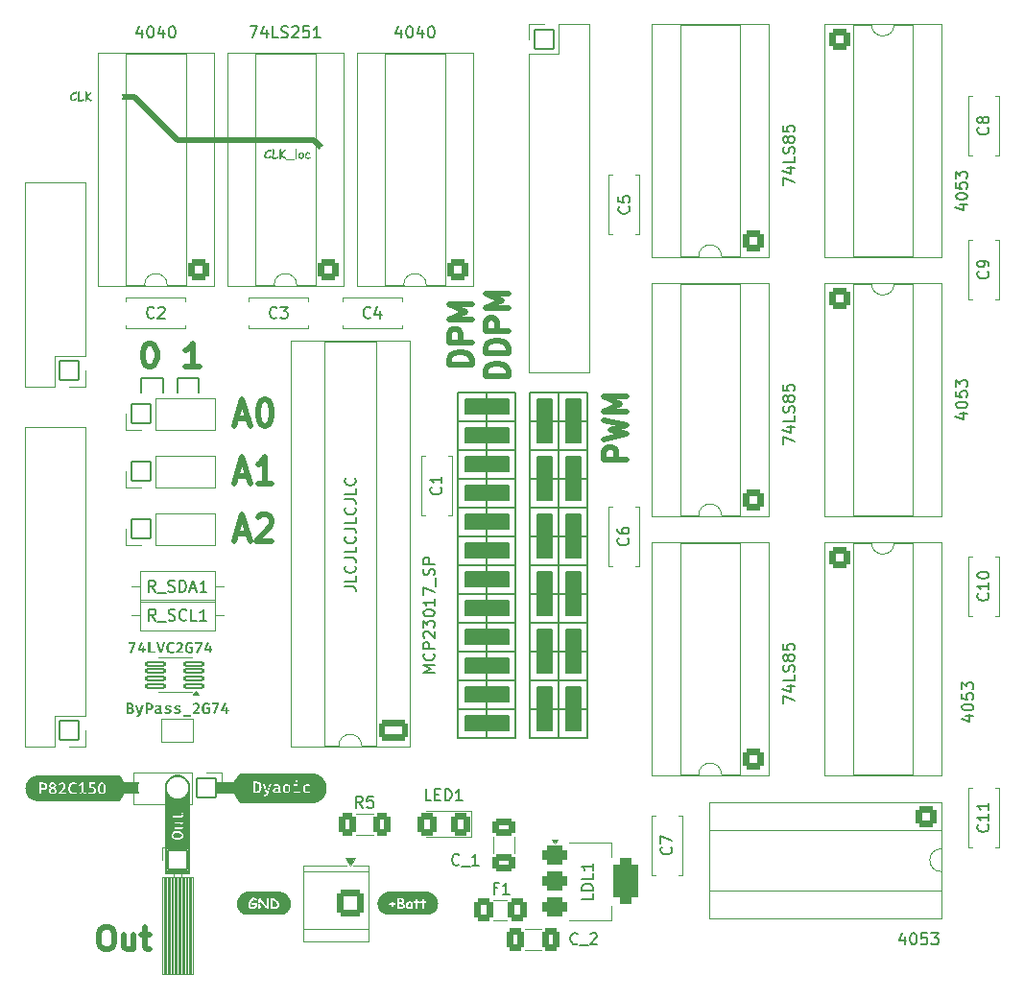
<source format=gto>
G04 #@! TF.GenerationSoftware,KiCad,Pcbnew,9.0.1*
G04 #@! TF.CreationDate,2025-04-29T21:50:36+02:00*
G04 #@! TF.ProjectId,DistributedPulseModulation,44697374-7269-4627-9574-656450756c73,rev?*
G04 #@! TF.SameCoordinates,Original*
G04 #@! TF.FileFunction,Legend,Top*
G04 #@! TF.FilePolarity,Positive*
%FSLAX46Y46*%
G04 Gerber Fmt 4.6, Leading zero omitted, Abs format (unit mm)*
G04 Created by KiCad (PCBNEW 9.0.1) date 2025-04-29 21:50:36*
%MOMM*%
%LPD*%
G01*
G04 APERTURE LIST*
G04 Aperture macros list*
%AMRoundRect*
0 Rectangle with rounded corners*
0 $1 Rounding radius*
0 $2 $3 $4 $5 $6 $7 $8 $9 X,Y pos of 4 corners*
0 Add a 4 corners polygon primitive as box body*
4,1,4,$2,$3,$4,$5,$6,$7,$8,$9,$2,$3,0*
0 Add four circle primitives for the rounded corners*
1,1,$1+$1,$2,$3*
1,1,$1+$1,$4,$5*
1,1,$1+$1,$6,$7*
1,1,$1+$1,$8,$9*
0 Add four rect primitives between the rounded corners*
20,1,$1+$1,$2,$3,$4,$5,0*
20,1,$1+$1,$4,$5,$6,$7,0*
20,1,$1+$1,$6,$7,$8,$9,0*
20,1,$1+$1,$8,$9,$2,$3,0*%
%AMFreePoly0*
4,1,18,0.558779,0.830902,0.583205,0.805470,1.083205,0.055470,1.099919,-0.004031,1.083205,-0.055470,0.583205,-0.805470,0.534710,-0.843783,0.500000,-0.850000,-0.500000,-0.850000,-0.558779,-0.830902,-0.595106,-0.780902,-0.600000,-0.750000,-0.600000,0.750000,-0.580902,0.808779,-0.530902,0.845106,-0.500000,0.850000,0.500000,0.850000,0.558779,0.830902,0.558779,0.830902,$1*%
%AMFreePoly1*
4,1,20,0.558779,0.830902,0.595106,0.780902,0.600000,0.750000,0.600000,-0.750000,0.580902,-0.808779,0.530902,-0.845106,0.500000,-0.850000,-0.650000,-0.850000,-0.708779,-0.830902,-0.745106,-0.780902,-0.745106,-0.719098,-0.733205,-0.694530,-0.270185,0.000000,-0.733205,0.694530,-0.749919,0.754031,-0.728467,0.811992,-0.677043,0.846274,-0.650000,0.850000,0.500000,0.850000,0.558779,0.830902,
0.558779,0.830902,$1*%
G04 Aperture macros list end*
%ADD10C,0.150000*%
%ADD11C,0.500000*%
%ADD12C,1.000000*%
%ADD13C,0.125000*%
%ADD14C,0.120000*%
%ADD15C,0.000000*%
%ADD16RoundRect,0.273810X0.876190X0.876190X-0.876190X0.876190X-0.876190X-0.876190X0.876190X-0.876190X0*%
%ADD17C,2.300000*%
%ADD18C,1.800000*%
%ADD19O,1.800000X1.800000*%
%ADD20FreePoly0,180.000000*%
%ADD21FreePoly1,180.000000*%
%ADD22RoundRect,0.100000X0.850000X-0.850000X0.850000X0.850000X-0.850000X0.850000X-0.850000X-0.850000X0*%
%ADD23RoundRect,0.281250X0.618750X0.618750X-0.618750X0.618750X-0.618750X-0.618750X0.618750X-0.618750X0*%
%ADD24C,1.000000*%
%ADD25C,6.600000*%
%ADD26RoundRect,0.287735X-0.474765X-0.712265X0.474765X-0.712265X0.474765X0.712265X-0.474765X0.712265X0*%
%ADD27RoundRect,0.281250X-0.618750X-0.618750X0.618750X-0.618750X0.618750X0.618750X-0.618750X0.618750X0*%
%ADD28RoundRect,0.285088X-0.527412X-0.689912X0.527412X-0.689912X0.527412X0.689912X-0.527412X0.689912X0*%
%ADD29RoundRect,0.100000X0.850000X0.850000X-0.850000X0.850000X-0.850000X-0.850000X0.850000X-0.850000X0*%
%ADD30C,1.900000*%
%ADD31RoundRect,0.281250X1.018750X0.618750X-1.018750X0.618750X-1.018750X-0.618750X1.018750X-0.618750X0*%
%ADD32O,2.600000X1.800000*%
%ADD33RoundRect,0.281250X-0.618750X0.618750X-0.618750X-0.618750X0.618750X-0.618750X0.618750X0.618750X0*%
%ADD34RoundRect,0.425000X-0.675000X-0.425000X0.675000X-0.425000X0.675000X0.425000X-0.675000X0.425000X0*%
%ADD35RoundRect,0.550000X-0.550000X-1.450000X0.550000X-1.450000X0.550000X1.450000X-0.550000X1.450000X0*%
%ADD36RoundRect,0.288462X-0.461538X-0.686538X0.461538X-0.686538X0.461538X0.686538X-0.461538X0.686538X0*%
%ADD37RoundRect,0.100000X-0.850000X-0.850000X0.850000X-0.850000X0.850000X0.850000X-0.850000X0.850000X0*%
%ADD38RoundRect,0.285088X0.527412X0.689912X-0.527412X0.689912X-0.527412X-0.689912X0.527412X-0.689912X0*%
%ADD39RoundRect,0.287735X-0.712265X0.474765X-0.712265X-0.474765X0.712265X-0.474765X0.712265X0.474765X0*%
%ADD40RoundRect,0.100000X0.800000X-0.150000X0.800000X0.150000X-0.800000X0.150000X-0.800000X-0.150000X0*%
%ADD41RoundRect,0.100000X-0.850000X0.850000X-0.850000X-0.850000X0.850000X-0.850000X0.850000X0.850000X0*%
G04 APERTURE END LIST*
D10*
X83185000Y-81915000D02*
X88265000Y-81915000D01*
X88265000Y-107315000D01*
X83185000Y-107315000D01*
X83185000Y-81915000D01*
X90170000Y-107950000D02*
X91440000Y-107950000D01*
X91440000Y-111760000D01*
X90170000Y-111760000D01*
X90170000Y-107950000D01*
G36*
X90170000Y-107950000D02*
G01*
X91440000Y-107950000D01*
X91440000Y-111760000D01*
X90170000Y-111760000D01*
X90170000Y-107950000D01*
G37*
X83820000Y-100330000D02*
X87630000Y-100330000D01*
X87630000Y-101600000D01*
X83820000Y-101600000D01*
X83820000Y-100330000D01*
G36*
X83820000Y-100330000D02*
G01*
X87630000Y-100330000D01*
X87630000Y-101600000D01*
X83820000Y-101600000D01*
X83820000Y-100330000D01*
G37*
X89535000Y-81915000D02*
X94615000Y-81915000D01*
X94615000Y-102235000D01*
X89535000Y-102235000D01*
X89535000Y-81915000D01*
X83820000Y-107950000D02*
X87630000Y-107950000D01*
X87630000Y-109220000D01*
X83820000Y-109220000D01*
X83820000Y-107950000D01*
G36*
X83820000Y-107950000D02*
G01*
X87630000Y-107950000D01*
X87630000Y-109220000D01*
X83820000Y-109220000D01*
X83820000Y-107950000D01*
G37*
X83820000Y-105410000D02*
X87630000Y-105410000D01*
X87630000Y-106680000D01*
X83820000Y-106680000D01*
X83820000Y-105410000D01*
G36*
X83820000Y-105410000D02*
G01*
X87630000Y-105410000D01*
X87630000Y-106680000D01*
X83820000Y-106680000D01*
X83820000Y-105410000D01*
G37*
X92710000Y-87630000D02*
X93980000Y-87630000D01*
X93980000Y-91440000D01*
X92710000Y-91440000D01*
X92710000Y-87630000D01*
G36*
X92710000Y-87630000D02*
G01*
X93980000Y-87630000D01*
X93980000Y-91440000D01*
X92710000Y-91440000D01*
X92710000Y-87630000D01*
G37*
X83185000Y-81915000D02*
X88265000Y-81915000D01*
X88265000Y-94615000D01*
X83185000Y-94615000D01*
X83185000Y-81915000D01*
D11*
X58420000Y-59690000D02*
X54610000Y-55880000D01*
D10*
X83820000Y-97790000D02*
X87630000Y-97790000D01*
X87630000Y-99060000D01*
X83820000Y-99060000D01*
X83820000Y-97790000D01*
G36*
X83820000Y-97790000D02*
G01*
X87630000Y-97790000D01*
X87630000Y-99060000D01*
X83820000Y-99060000D01*
X83820000Y-97790000D01*
G37*
X57150000Y-80645000D02*
X57150000Y-81915000D01*
D12*
X63500000Y-116841087D02*
X60960000Y-116840000D01*
D10*
X89535000Y-81915000D02*
X94615000Y-81915000D01*
X94615000Y-94615000D01*
X89535000Y-94615000D01*
X89535000Y-81915000D01*
X60325000Y-80645000D02*
X60325000Y-81915000D01*
X83185000Y-81915000D02*
X88265000Y-81915000D01*
X88265000Y-109855000D01*
X83185000Y-109855000D01*
X83185000Y-81915000D01*
X83820000Y-82550000D02*
X87630000Y-82550000D01*
X87630000Y-83820000D01*
X83820000Y-83820000D01*
X83820000Y-82550000D01*
G36*
X83820000Y-82550000D02*
G01*
X87630000Y-82550000D01*
X87630000Y-83820000D01*
X83820000Y-83820000D01*
X83820000Y-82550000D01*
G37*
X83820000Y-90170000D02*
X87630000Y-90170000D01*
X87630000Y-91440000D01*
X83820000Y-91440000D01*
X83820000Y-90170000D01*
G36*
X83820000Y-90170000D02*
G01*
X87630000Y-90170000D01*
X87630000Y-91440000D01*
X83820000Y-91440000D01*
X83820000Y-90170000D01*
G37*
X89535000Y-81915000D02*
X94615000Y-81915000D01*
X94615000Y-99695000D01*
X89535000Y-99695000D01*
X89535000Y-81915000D01*
X89535000Y-81915000D02*
X94615000Y-81915000D01*
X94615000Y-86995000D01*
X89535000Y-86995000D01*
X89535000Y-81915000D01*
D11*
X52705000Y-55880000D02*
X54610000Y-55880000D01*
D10*
X90170000Y-92710000D02*
X91440000Y-92710000D01*
X91440000Y-96520000D01*
X90170000Y-96520000D01*
X90170000Y-92710000D01*
G36*
X90170000Y-92710000D02*
G01*
X91440000Y-92710000D01*
X91440000Y-96520000D01*
X90170000Y-96520000D01*
X90170000Y-92710000D01*
G37*
X83185000Y-81915000D02*
X88265000Y-81915000D01*
X88265000Y-102235000D01*
X83185000Y-102235000D01*
X83185000Y-81915000D01*
X85725000Y-81915000D02*
X88265000Y-81915000D01*
X88265000Y-112395000D01*
X85725000Y-112395000D01*
X85725000Y-81915000D01*
X89535000Y-81915000D02*
X94615000Y-81915000D01*
X94615000Y-92075000D01*
X89535000Y-92075000D01*
X89535000Y-81915000D01*
X90170000Y-97790000D02*
X91440000Y-97790000D01*
X91440000Y-101600000D01*
X90170000Y-101600000D01*
X90170000Y-97790000D01*
G36*
X90170000Y-97790000D02*
G01*
X91440000Y-97790000D01*
X91440000Y-101600000D01*
X90170000Y-101600000D01*
X90170000Y-97790000D01*
G37*
X89535000Y-81915000D02*
X94615000Y-81915000D01*
X94615000Y-104775000D01*
X89535000Y-104775000D01*
X89535000Y-81915000D01*
X83820000Y-87630000D02*
X87630000Y-87630000D01*
X87630000Y-88900000D01*
X83820000Y-88900000D01*
X83820000Y-87630000D01*
G36*
X83820000Y-87630000D02*
G01*
X87630000Y-87630000D01*
X87630000Y-88900000D01*
X83820000Y-88900000D01*
X83820000Y-87630000D01*
G37*
X92710000Y-102870000D02*
X93980000Y-102870000D01*
X93980000Y-106680000D01*
X92710000Y-106680000D01*
X92710000Y-102870000D01*
G36*
X92710000Y-102870000D02*
G01*
X93980000Y-102870000D01*
X93980000Y-106680000D01*
X92710000Y-106680000D01*
X92710000Y-102870000D01*
G37*
X83820000Y-95250000D02*
X87630000Y-95250000D01*
X87630000Y-96520000D01*
X83820000Y-96520000D01*
X83820000Y-95250000D01*
G36*
X83820000Y-95250000D02*
G01*
X87630000Y-95250000D01*
X87630000Y-96520000D01*
X83820000Y-96520000D01*
X83820000Y-95250000D01*
G37*
X83185000Y-81915000D02*
X88265000Y-81915000D01*
X88265000Y-89535000D01*
X83185000Y-89535000D01*
X83185000Y-81915000D01*
X92710000Y-97790000D02*
X93980000Y-97790000D01*
X93980000Y-101600000D01*
X92710000Y-101600000D01*
X92710000Y-97790000D01*
G36*
X92710000Y-97790000D02*
G01*
X93980000Y-97790000D01*
X93980000Y-101600000D01*
X92710000Y-101600000D01*
X92710000Y-97790000D01*
G37*
X89535000Y-81915000D02*
X94615000Y-81915000D01*
X94615000Y-107315000D01*
X89535000Y-107315000D01*
X89535000Y-81915000D01*
X89535000Y-81915000D02*
X94615000Y-81915000D01*
X94615000Y-109855000D01*
X89535000Y-109855000D01*
X89535000Y-81915000D01*
X83820000Y-92710000D02*
X87630000Y-92710000D01*
X87630000Y-93980000D01*
X83820000Y-93980000D01*
X83820000Y-92710000D01*
G36*
X83820000Y-92710000D02*
G01*
X87630000Y-92710000D01*
X87630000Y-93980000D01*
X83820000Y-93980000D01*
X83820000Y-92710000D01*
G37*
X83820000Y-85090000D02*
X87630000Y-85090000D01*
X87630000Y-86360000D01*
X83820000Y-86360000D01*
X83820000Y-85090000D01*
G36*
X83820000Y-85090000D02*
G01*
X87630000Y-85090000D01*
X87630000Y-86360000D01*
X83820000Y-86360000D01*
X83820000Y-85090000D01*
G37*
X83185000Y-81915000D02*
X88265000Y-81915000D01*
X88265000Y-86995000D01*
X83185000Y-86995000D01*
X83185000Y-81915000D01*
X89535000Y-81915000D02*
X94615000Y-81915000D01*
X94615000Y-97155000D01*
X89535000Y-97155000D01*
X89535000Y-81915000D01*
X55245000Y-80645000D02*
X57150000Y-80645000D01*
X55245000Y-81915000D02*
X55245000Y-80645000D01*
X83820000Y-110490000D02*
X87630000Y-110490000D01*
X87630000Y-111760000D01*
X83820000Y-111760000D01*
X83820000Y-110490000D01*
G36*
X83820000Y-110490000D02*
G01*
X87630000Y-110490000D01*
X87630000Y-111760000D01*
X83820000Y-111760000D01*
X83820000Y-110490000D01*
G37*
X89535000Y-81915000D02*
X94615000Y-81915000D01*
X94615000Y-89535000D01*
X89535000Y-89535000D01*
X89535000Y-81915000D01*
X83185000Y-81915000D02*
X88265000Y-81915000D01*
X88265000Y-104775000D01*
X83185000Y-104775000D01*
X83185000Y-81915000D01*
X92075000Y-81915000D02*
X94615000Y-81915000D01*
X94615000Y-112395000D01*
X92075000Y-112395000D01*
X92075000Y-81915000D01*
X83185000Y-81915000D02*
X88265000Y-81915000D01*
X88265000Y-112395000D01*
X83185000Y-112395000D01*
X83185000Y-81915000D01*
D12*
X55880000Y-116840000D02*
X53340000Y-116838913D01*
D11*
X58420000Y-59690000D02*
X70485000Y-59690000D01*
D10*
X83185000Y-81915000D02*
X88265000Y-81915000D01*
X88265000Y-97155000D01*
X83185000Y-97155000D01*
X83185000Y-81915000D01*
D11*
X71755000Y-60960000D02*
X70485000Y-59690000D01*
D10*
X83185000Y-81915000D02*
X88265000Y-81915000D01*
X88265000Y-99695000D01*
X83185000Y-99695000D01*
X83185000Y-81915000D01*
X92710000Y-82550000D02*
X93980000Y-82550000D01*
X93980000Y-86360000D01*
X92710000Y-86360000D01*
X92710000Y-82550000D01*
G36*
X92710000Y-82550000D02*
G01*
X93980000Y-82550000D01*
X93980000Y-86360000D01*
X92710000Y-86360000D01*
X92710000Y-82550000D01*
G37*
X92710000Y-92710000D02*
X93980000Y-92710000D01*
X93980000Y-96520000D01*
X92710000Y-96520000D01*
X92710000Y-92710000D01*
G36*
X92710000Y-92710000D02*
G01*
X93980000Y-92710000D01*
X93980000Y-96520000D01*
X92710000Y-96520000D01*
X92710000Y-92710000D01*
G37*
X92710000Y-107950000D02*
X93980000Y-107950000D01*
X93980000Y-111760000D01*
X92710000Y-111760000D01*
X92710000Y-107950000D01*
G36*
X92710000Y-107950000D02*
G01*
X93980000Y-107950000D01*
X93980000Y-111760000D01*
X92710000Y-111760000D01*
X92710000Y-107950000D01*
G37*
X90170000Y-102870000D02*
X91440000Y-102870000D01*
X91440000Y-106680000D01*
X90170000Y-106680000D01*
X90170000Y-102870000D01*
G36*
X90170000Y-102870000D02*
G01*
X91440000Y-102870000D01*
X91440000Y-106680000D01*
X90170000Y-106680000D01*
X90170000Y-102870000D01*
G37*
X83185000Y-81915000D02*
X88265000Y-81915000D01*
X88265000Y-92075000D01*
X83185000Y-92075000D01*
X83185000Y-81915000D01*
X90170000Y-87630000D02*
X91440000Y-87630000D01*
X91440000Y-91440000D01*
X90170000Y-91440000D01*
X90170000Y-87630000D01*
G36*
X90170000Y-87630000D02*
G01*
X91440000Y-87630000D01*
X91440000Y-91440000D01*
X90170000Y-91440000D01*
X90170000Y-87630000D01*
G37*
X83820000Y-102870000D02*
X87630000Y-102870000D01*
X87630000Y-104140000D01*
X83820000Y-104140000D01*
X83820000Y-102870000D01*
G36*
X83820000Y-102870000D02*
G01*
X87630000Y-102870000D01*
X87630000Y-104140000D01*
X83820000Y-104140000D01*
X83820000Y-102870000D01*
G37*
X83185000Y-81915000D02*
X88265000Y-81915000D01*
X88265000Y-84455000D01*
X83185000Y-84455000D01*
X83185000Y-81915000D01*
X58420000Y-81915000D02*
X58420000Y-80645000D01*
X90170000Y-82550000D02*
X91440000Y-82550000D01*
X91440000Y-86360000D01*
X90170000Y-86360000D01*
X90170000Y-82550000D01*
G36*
X90170000Y-82550000D02*
G01*
X91440000Y-82550000D01*
X91440000Y-86360000D01*
X90170000Y-86360000D01*
X90170000Y-82550000D01*
G37*
X58420000Y-80645000D02*
X60325000Y-80645000D01*
X89535000Y-81915000D02*
X94615000Y-81915000D01*
X94615000Y-112395000D01*
X89535000Y-112395000D01*
X89535000Y-81915000D01*
X89535000Y-81915000D02*
X94615000Y-81915000D01*
X94615000Y-84455000D01*
X89535000Y-84455000D01*
X89535000Y-81915000D01*
D13*
G36*
X66643328Y-60707380D02*
G01*
X66613742Y-60701817D01*
X66589998Y-60685422D01*
X66570642Y-60655991D01*
X66558520Y-60634964D01*
X66548806Y-60626780D01*
X66537334Y-60624268D01*
X66505624Y-60622969D01*
X66474751Y-60628028D01*
X66439148Y-60644859D01*
X66396993Y-60677275D01*
X66346573Y-60730534D01*
X66297344Y-60795483D01*
X66261849Y-60855357D01*
X66238143Y-60910892D01*
X66224676Y-60962868D01*
X66220348Y-61012097D01*
X66224858Y-61050427D01*
X66238039Y-61084283D01*
X66260209Y-61114777D01*
X66289017Y-61138829D01*
X66320526Y-61152834D01*
X66355854Y-61157568D01*
X66391326Y-61154571D01*
X66427789Y-61145362D01*
X66465715Y-61129383D01*
X66548806Y-61076333D01*
X66589796Y-61053694D01*
X66613286Y-61048147D01*
X66634133Y-61050819D01*
X66652491Y-61058661D01*
X66669023Y-61071986D01*
X66685090Y-61096063D01*
X66690321Y-61122935D01*
X66687279Y-61142993D01*
X66678101Y-61161381D01*
X66661891Y-61178769D01*
X66598123Y-61226305D01*
X66536171Y-61261501D01*
X66475542Y-61285692D01*
X66415654Y-61299841D01*
X66355854Y-61304505D01*
X66296212Y-61298792D01*
X66242506Y-61282113D01*
X66193460Y-61254453D01*
X66148199Y-61214868D01*
X66112474Y-61169277D01*
X66087470Y-61120745D01*
X66072429Y-61068529D01*
X66067306Y-61011609D01*
X66073043Y-60942021D01*
X66090644Y-60870698D01*
X66121123Y-60796749D01*
X66166038Y-60719351D01*
X66227431Y-60637771D01*
X66287633Y-60574407D01*
X66344824Y-60529087D01*
X66399630Y-60498892D01*
X66452888Y-60481646D01*
X66505624Y-60476033D01*
X66549050Y-60477694D01*
X66583196Y-60482579D01*
X66609596Y-60465993D01*
X66641130Y-60460401D01*
X66666344Y-60464349D01*
X66685450Y-60475489D01*
X66699987Y-60494376D01*
X66710006Y-60523514D01*
X66716800Y-60570707D01*
X66719288Y-60629173D01*
X66715340Y-60654901D01*
X66703461Y-60678266D01*
X66687677Y-60694335D01*
X66668048Y-60703978D01*
X66643328Y-60707380D01*
G37*
G36*
X67301953Y-61273242D02*
G01*
X67228181Y-61297017D01*
X67102456Y-61322090D01*
X66984123Y-61337602D01*
X66899685Y-61342020D01*
X66855074Y-61338065D01*
X66822045Y-61327467D01*
X66797853Y-61311359D01*
X66780653Y-61289735D01*
X66769763Y-61261455D01*
X66765792Y-61224442D01*
X66776734Y-61051078D01*
X66787211Y-60807089D01*
X66790949Y-60522830D01*
X66796365Y-60493938D01*
X66812540Y-60469780D01*
X66836702Y-60453458D01*
X66866908Y-60447896D01*
X66897152Y-60453461D01*
X66921521Y-60469829D01*
X66937922Y-60494017D01*
X66943405Y-60522928D01*
X66939555Y-60809232D01*
X66928653Y-61060897D01*
X66918297Y-61195084D01*
X67004087Y-61188413D01*
X67113290Y-61168894D01*
X67250565Y-61133144D01*
X67274598Y-61129431D01*
X67296393Y-61132310D01*
X67314685Y-61140618D01*
X67330334Y-61154588D01*
X67344763Y-61178555D01*
X67349483Y-61204903D01*
X67344268Y-61233221D01*
X67329040Y-61255510D01*
X67301953Y-61273242D01*
G37*
G36*
X67565003Y-61049027D02*
G01*
X67564466Y-61279201D01*
X67561058Y-61302281D01*
X67550788Y-61323507D01*
X67536195Y-61338936D01*
X67518008Y-61348153D01*
X67495052Y-61351399D01*
X67468070Y-61347430D01*
X67445891Y-61335963D01*
X67427299Y-61316424D01*
X67412855Y-61287863D01*
X67408150Y-61257903D01*
X67415819Y-60893200D01*
X67423489Y-60528496D01*
X67428936Y-60500094D01*
X67445324Y-60476033D01*
X67469729Y-60459701D01*
X67499986Y-60454149D01*
X67530191Y-60459711D01*
X67554354Y-60476033D01*
X67570551Y-60500075D01*
X67575945Y-60528496D01*
X67571011Y-60661364D01*
X67563928Y-60794233D01*
X67625016Y-60731221D01*
X67847543Y-60490834D01*
X67865680Y-60475326D01*
X67884779Y-60466470D01*
X67905478Y-60463528D01*
X67934572Y-60468966D01*
X67959846Y-60485412D01*
X67977322Y-60509653D01*
X67983098Y-60538364D01*
X67975727Y-60560626D01*
X67940960Y-60611955D01*
X67853014Y-60714219D01*
X67754703Y-60817310D01*
X67650244Y-60920018D01*
X67769923Y-61033151D01*
X67838837Y-61094327D01*
X67895659Y-61139739D01*
X67924663Y-61157624D01*
X67955743Y-61170513D01*
X67982606Y-61182801D01*
X68000220Y-61198535D01*
X68010592Y-61217918D01*
X68014214Y-61242174D01*
X68010632Y-61264929D01*
X67999462Y-61287505D01*
X67984091Y-61303997D01*
X67965677Y-61313663D01*
X67943189Y-61317010D01*
X67907344Y-61312241D01*
X67863227Y-61296118D01*
X67808440Y-61265021D01*
X67740418Y-61214330D01*
X67691682Y-61170474D01*
X67565003Y-61049027D01*
G37*
G36*
X67992037Y-61479578D02*
G01*
X67992037Y-61376410D01*
X68777913Y-61376410D01*
X68777913Y-61479578D01*
X67992037Y-61479578D01*
G37*
G36*
X68958946Y-61212865D02*
G01*
X68955036Y-61254891D01*
X68944927Y-61283308D01*
X68930017Y-61301918D01*
X68910121Y-61313033D01*
X68883524Y-61317010D01*
X68853277Y-61311669D01*
X68829399Y-61296152D01*
X68813563Y-61272670D01*
X68808101Y-61242467D01*
X68808101Y-60484240D01*
X68810721Y-60464073D01*
X68818303Y-60446966D01*
X68831060Y-60432167D01*
X68855105Y-60418312D01*
X68885184Y-60413507D01*
X68914977Y-60418536D01*
X68938185Y-60432997D01*
X68953604Y-60455157D01*
X68958946Y-60484240D01*
X68958946Y-61212865D01*
G37*
G36*
X69414667Y-60731759D02*
G01*
X69460250Y-60747983D01*
X69500335Y-60774780D01*
X69535847Y-60813332D01*
X69560614Y-60853741D01*
X69578652Y-60899035D01*
X69589871Y-60950047D01*
X69593782Y-61007799D01*
X69589296Y-61070399D01*
X69576326Y-61126583D01*
X69555261Y-61177366D01*
X69526029Y-61223563D01*
X69493116Y-61259871D01*
X69456864Y-61287426D01*
X69416831Y-61307069D01*
X69372271Y-61319101D01*
X69322184Y-61323263D01*
X69272908Y-61318848D01*
X69228089Y-61305936D01*
X69186802Y-61284551D01*
X69148381Y-61254093D01*
X69113744Y-61213804D01*
X69088322Y-61167490D01*
X69071829Y-61114047D01*
X69064752Y-61051958D01*
X69064768Y-61051616D01*
X69216133Y-61051616D01*
X69220685Y-61093562D01*
X69233271Y-61126209D01*
X69253307Y-61151706D01*
X69274293Y-61167248D01*
X69297004Y-61176368D01*
X69322135Y-61179452D01*
X69352580Y-61175848D01*
X69379801Y-61165258D01*
X69404640Y-61147359D01*
X69426713Y-61120059D01*
X69440992Y-61086701D01*
X69447285Y-61045656D01*
X69445799Y-60981862D01*
X69437073Y-60936986D01*
X69423213Y-60906322D01*
X69405260Y-60886178D01*
X69382981Y-60874239D01*
X69354912Y-60869948D01*
X69323050Y-60873561D01*
X69295369Y-60884585D01*
X69270830Y-60903266D01*
X69248911Y-60930862D01*
X69230953Y-60966591D01*
X69219945Y-61006528D01*
X69216133Y-61051616D01*
X69064768Y-61051616D01*
X69067544Y-60992713D01*
X69079490Y-60937729D01*
X69100474Y-60886144D01*
X69130893Y-60837268D01*
X69166863Y-60797122D01*
X69207214Y-60766465D01*
X69252514Y-60744453D01*
X69303706Y-60730867D01*
X69362044Y-60726138D01*
X69414667Y-60731759D01*
G37*
G36*
X69936943Y-61326389D02*
G01*
X69877524Y-61321845D01*
X69824807Y-61308751D01*
X69777672Y-61287515D01*
X69735247Y-61258001D01*
X69697659Y-61218954D01*
X69671209Y-61174975D01*
X69655072Y-61125060D01*
X69649469Y-61067687D01*
X69653892Y-61015119D01*
X69667534Y-60960607D01*
X69691295Y-60903424D01*
X69726503Y-60842886D01*
X69765912Y-60791532D01*
X69805501Y-60754627D01*
X69845554Y-60729767D01*
X69886686Y-60715313D01*
X69929811Y-60710506D01*
X69967182Y-60713496D01*
X70011033Y-60723240D01*
X70062581Y-60741134D01*
X70108858Y-60764270D01*
X70136350Y-60786211D01*
X70150560Y-60807154D01*
X70154954Y-60828085D01*
X70150358Y-60853274D01*
X70136392Y-60875663D01*
X70113981Y-60892415D01*
X70085540Y-60898085D01*
X70061788Y-60892747D01*
X70028974Y-60873074D01*
X70005561Y-60860069D01*
X69973387Y-60851346D01*
X69929811Y-60848064D01*
X69911704Y-60851744D01*
X69891233Y-60864148D01*
X69867173Y-60888716D01*
X69838562Y-60930374D01*
X69810702Y-60985148D01*
X69795989Y-61030288D01*
X69791570Y-61067785D01*
X69796386Y-61103938D01*
X69810139Y-61133391D01*
X69833091Y-61157764D01*
X69860897Y-61174482D01*
X69894981Y-61185045D01*
X69936943Y-61188831D01*
X69974708Y-61182691D01*
X70026531Y-61160695D01*
X70075561Y-61137301D01*
X70093747Y-61132558D01*
X70121112Y-61137897D01*
X70144305Y-61154002D01*
X70160216Y-61177194D01*
X70165359Y-61202851D01*
X70161291Y-61220778D01*
X70147564Y-61240338D01*
X70120000Y-61262693D01*
X70072449Y-61288482D01*
X70015664Y-61311183D01*
X69971327Y-61322949D01*
X69936943Y-61326389D01*
G37*
D11*
X55881804Y-77639238D02*
X56091327Y-77639238D01*
X56091327Y-77639238D02*
X56300851Y-77734476D01*
X56300851Y-77734476D02*
X56405613Y-77829714D01*
X56405613Y-77829714D02*
X56510375Y-78020190D01*
X56510375Y-78020190D02*
X56615137Y-78401142D01*
X56615137Y-78401142D02*
X56615137Y-78877333D01*
X56615137Y-78877333D02*
X56510375Y-79258285D01*
X56510375Y-79258285D02*
X56405613Y-79448761D01*
X56405613Y-79448761D02*
X56300851Y-79544000D01*
X56300851Y-79544000D02*
X56091327Y-79639238D01*
X56091327Y-79639238D02*
X55881804Y-79639238D01*
X55881804Y-79639238D02*
X55672280Y-79544000D01*
X55672280Y-79544000D02*
X55567518Y-79448761D01*
X55567518Y-79448761D02*
X55462756Y-79258285D01*
X55462756Y-79258285D02*
X55357994Y-78877333D01*
X55357994Y-78877333D02*
X55357994Y-78401142D01*
X55357994Y-78401142D02*
X55462756Y-78020190D01*
X55462756Y-78020190D02*
X55567518Y-77829714D01*
X55567518Y-77829714D02*
X55672280Y-77734476D01*
X55672280Y-77734476D02*
X55881804Y-77639238D01*
X60386565Y-79639238D02*
X59129422Y-79639238D01*
X59757994Y-79639238D02*
X59757994Y-77639238D01*
X59757994Y-77639238D02*
X59548470Y-77924952D01*
X59548470Y-77924952D02*
X59338946Y-78115428D01*
X59338946Y-78115428D02*
X59129422Y-78210666D01*
X63612994Y-94360880D02*
X64660613Y-94360880D01*
X63403470Y-95018023D02*
X64136804Y-92718023D01*
X64136804Y-92718023D02*
X64870137Y-95018023D01*
X65498708Y-92937071D02*
X65603470Y-92827547D01*
X65603470Y-92827547D02*
X65812994Y-92718023D01*
X65812994Y-92718023D02*
X66336803Y-92718023D01*
X66336803Y-92718023D02*
X66546327Y-92827547D01*
X66546327Y-92827547D02*
X66651089Y-92937071D01*
X66651089Y-92937071D02*
X66755851Y-93156119D01*
X66755851Y-93156119D02*
X66755851Y-93375166D01*
X66755851Y-93375166D02*
X66651089Y-93703738D01*
X66651089Y-93703738D02*
X65393946Y-95018023D01*
X65393946Y-95018023D02*
X66755851Y-95018023D01*
X63612994Y-89280880D02*
X64660613Y-89280880D01*
X63403470Y-89938023D02*
X64136804Y-87638023D01*
X64136804Y-87638023D02*
X64870137Y-89938023D01*
X66755851Y-89938023D02*
X65498708Y-89938023D01*
X66127280Y-89938023D02*
X66127280Y-87638023D01*
X66127280Y-87638023D02*
X65917756Y-87966595D01*
X65917756Y-87966595D02*
X65708232Y-88185642D01*
X65708232Y-88185642D02*
X65498708Y-88295166D01*
D10*
X73164819Y-99072506D02*
X73879104Y-99072506D01*
X73879104Y-99072506D02*
X74021961Y-99120125D01*
X74021961Y-99120125D02*
X74117200Y-99215363D01*
X74117200Y-99215363D02*
X74164819Y-99358220D01*
X74164819Y-99358220D02*
X74164819Y-99453458D01*
X74164819Y-98120125D02*
X74164819Y-98596315D01*
X74164819Y-98596315D02*
X73164819Y-98596315D01*
X74069580Y-97215363D02*
X74117200Y-97262982D01*
X74117200Y-97262982D02*
X74164819Y-97405839D01*
X74164819Y-97405839D02*
X74164819Y-97501077D01*
X74164819Y-97501077D02*
X74117200Y-97643934D01*
X74117200Y-97643934D02*
X74021961Y-97739172D01*
X74021961Y-97739172D02*
X73926723Y-97786791D01*
X73926723Y-97786791D02*
X73736247Y-97834410D01*
X73736247Y-97834410D02*
X73593390Y-97834410D01*
X73593390Y-97834410D02*
X73402914Y-97786791D01*
X73402914Y-97786791D02*
X73307676Y-97739172D01*
X73307676Y-97739172D02*
X73212438Y-97643934D01*
X73212438Y-97643934D02*
X73164819Y-97501077D01*
X73164819Y-97501077D02*
X73164819Y-97405839D01*
X73164819Y-97405839D02*
X73212438Y-97262982D01*
X73212438Y-97262982D02*
X73260057Y-97215363D01*
X73164819Y-96501077D02*
X73879104Y-96501077D01*
X73879104Y-96501077D02*
X74021961Y-96548696D01*
X74021961Y-96548696D02*
X74117200Y-96643934D01*
X74117200Y-96643934D02*
X74164819Y-96786791D01*
X74164819Y-96786791D02*
X74164819Y-96882029D01*
X74164819Y-95548696D02*
X74164819Y-96024886D01*
X74164819Y-96024886D02*
X73164819Y-96024886D01*
X74069580Y-94643934D02*
X74117200Y-94691553D01*
X74117200Y-94691553D02*
X74164819Y-94834410D01*
X74164819Y-94834410D02*
X74164819Y-94929648D01*
X74164819Y-94929648D02*
X74117200Y-95072505D01*
X74117200Y-95072505D02*
X74021961Y-95167743D01*
X74021961Y-95167743D02*
X73926723Y-95215362D01*
X73926723Y-95215362D02*
X73736247Y-95262981D01*
X73736247Y-95262981D02*
X73593390Y-95262981D01*
X73593390Y-95262981D02*
X73402914Y-95215362D01*
X73402914Y-95215362D02*
X73307676Y-95167743D01*
X73307676Y-95167743D02*
X73212438Y-95072505D01*
X73212438Y-95072505D02*
X73164819Y-94929648D01*
X73164819Y-94929648D02*
X73164819Y-94834410D01*
X73164819Y-94834410D02*
X73212438Y-94691553D01*
X73212438Y-94691553D02*
X73260057Y-94643934D01*
X73164819Y-93929648D02*
X73879104Y-93929648D01*
X73879104Y-93929648D02*
X74021961Y-93977267D01*
X74021961Y-93977267D02*
X74117200Y-94072505D01*
X74117200Y-94072505D02*
X74164819Y-94215362D01*
X74164819Y-94215362D02*
X74164819Y-94310600D01*
X74164819Y-92977267D02*
X74164819Y-93453457D01*
X74164819Y-93453457D02*
X73164819Y-93453457D01*
X74069580Y-92072505D02*
X74117200Y-92120124D01*
X74117200Y-92120124D02*
X74164819Y-92262981D01*
X74164819Y-92262981D02*
X74164819Y-92358219D01*
X74164819Y-92358219D02*
X74117200Y-92501076D01*
X74117200Y-92501076D02*
X74021961Y-92596314D01*
X74021961Y-92596314D02*
X73926723Y-92643933D01*
X73926723Y-92643933D02*
X73736247Y-92691552D01*
X73736247Y-92691552D02*
X73593390Y-92691552D01*
X73593390Y-92691552D02*
X73402914Y-92643933D01*
X73402914Y-92643933D02*
X73307676Y-92596314D01*
X73307676Y-92596314D02*
X73212438Y-92501076D01*
X73212438Y-92501076D02*
X73164819Y-92358219D01*
X73164819Y-92358219D02*
X73164819Y-92262981D01*
X73164819Y-92262981D02*
X73212438Y-92120124D01*
X73212438Y-92120124D02*
X73260057Y-92072505D01*
X73164819Y-91358219D02*
X73879104Y-91358219D01*
X73879104Y-91358219D02*
X74021961Y-91405838D01*
X74021961Y-91405838D02*
X74117200Y-91501076D01*
X74117200Y-91501076D02*
X74164819Y-91643933D01*
X74164819Y-91643933D02*
X74164819Y-91739171D01*
X74164819Y-90405838D02*
X74164819Y-90882028D01*
X74164819Y-90882028D02*
X73164819Y-90882028D01*
X74069580Y-89501076D02*
X74117200Y-89548695D01*
X74117200Y-89548695D02*
X74164819Y-89691552D01*
X74164819Y-89691552D02*
X74164819Y-89786790D01*
X74164819Y-89786790D02*
X74117200Y-89929647D01*
X74117200Y-89929647D02*
X74021961Y-90024885D01*
X74021961Y-90024885D02*
X73926723Y-90072504D01*
X73926723Y-90072504D02*
X73736247Y-90120123D01*
X73736247Y-90120123D02*
X73593390Y-90120123D01*
X73593390Y-90120123D02*
X73402914Y-90072504D01*
X73402914Y-90072504D02*
X73307676Y-90024885D01*
X73307676Y-90024885D02*
X73212438Y-89929647D01*
X73212438Y-89929647D02*
X73164819Y-89786790D01*
X73164819Y-89786790D02*
X73164819Y-89691552D01*
X73164819Y-89691552D02*
X73212438Y-89548695D01*
X73212438Y-89548695D02*
X73260057Y-89501076D01*
D11*
X51986089Y-129074238D02*
X52367042Y-129074238D01*
X52367042Y-129074238D02*
X52557518Y-129169476D01*
X52557518Y-129169476D02*
X52747994Y-129359952D01*
X52747994Y-129359952D02*
X52843232Y-129740904D01*
X52843232Y-129740904D02*
X52843232Y-130407571D01*
X52843232Y-130407571D02*
X52747994Y-130788523D01*
X52747994Y-130788523D02*
X52557518Y-130979000D01*
X52557518Y-130979000D02*
X52367042Y-131074238D01*
X52367042Y-131074238D02*
X51986089Y-131074238D01*
X51986089Y-131074238D02*
X51795613Y-130979000D01*
X51795613Y-130979000D02*
X51605137Y-130788523D01*
X51605137Y-130788523D02*
X51509899Y-130407571D01*
X51509899Y-130407571D02*
X51509899Y-129740904D01*
X51509899Y-129740904D02*
X51605137Y-129359952D01*
X51605137Y-129359952D02*
X51795613Y-129169476D01*
X51795613Y-129169476D02*
X51986089Y-129074238D01*
X54557518Y-129740904D02*
X54557518Y-131074238D01*
X53700375Y-129740904D02*
X53700375Y-130788523D01*
X53700375Y-130788523D02*
X53795613Y-130979000D01*
X53795613Y-130979000D02*
X53986089Y-131074238D01*
X53986089Y-131074238D02*
X54271804Y-131074238D01*
X54271804Y-131074238D02*
X54462280Y-130979000D01*
X54462280Y-130979000D02*
X54557518Y-130883761D01*
X55224185Y-129740904D02*
X55986089Y-129740904D01*
X55509899Y-129074238D02*
X55509899Y-130788523D01*
X55509899Y-130788523D02*
X55605137Y-130979000D01*
X55605137Y-130979000D02*
X55795613Y-131074238D01*
X55795613Y-131074238D02*
X55986089Y-131074238D01*
X84379294Y-79501666D02*
X82379294Y-79501666D01*
X82379294Y-79501666D02*
X82379294Y-79025476D01*
X82379294Y-79025476D02*
X82474532Y-78739761D01*
X82474532Y-78739761D02*
X82665008Y-78549285D01*
X82665008Y-78549285D02*
X82855484Y-78454047D01*
X82855484Y-78454047D02*
X83236436Y-78358809D01*
X83236436Y-78358809D02*
X83522151Y-78358809D01*
X83522151Y-78358809D02*
X83903103Y-78454047D01*
X83903103Y-78454047D02*
X84093579Y-78549285D01*
X84093579Y-78549285D02*
X84284056Y-78739761D01*
X84284056Y-78739761D02*
X84379294Y-79025476D01*
X84379294Y-79025476D02*
X84379294Y-79501666D01*
X84379294Y-77501666D02*
X82379294Y-77501666D01*
X82379294Y-77501666D02*
X82379294Y-76739761D01*
X82379294Y-76739761D02*
X82474532Y-76549285D01*
X82474532Y-76549285D02*
X82569770Y-76454047D01*
X82569770Y-76454047D02*
X82760246Y-76358809D01*
X82760246Y-76358809D02*
X83045960Y-76358809D01*
X83045960Y-76358809D02*
X83236436Y-76454047D01*
X83236436Y-76454047D02*
X83331675Y-76549285D01*
X83331675Y-76549285D02*
X83426913Y-76739761D01*
X83426913Y-76739761D02*
X83426913Y-77501666D01*
X84379294Y-75501666D02*
X82379294Y-75501666D01*
X82379294Y-75501666D02*
X83807865Y-74834999D01*
X83807865Y-74834999D02*
X82379294Y-74168333D01*
X82379294Y-74168333D02*
X84379294Y-74168333D01*
X87599182Y-80501666D02*
X85599182Y-80501666D01*
X85599182Y-80501666D02*
X85599182Y-80025476D01*
X85599182Y-80025476D02*
X85694420Y-79739761D01*
X85694420Y-79739761D02*
X85884896Y-79549285D01*
X85884896Y-79549285D02*
X86075372Y-79454047D01*
X86075372Y-79454047D02*
X86456324Y-79358809D01*
X86456324Y-79358809D02*
X86742039Y-79358809D01*
X86742039Y-79358809D02*
X87122991Y-79454047D01*
X87122991Y-79454047D02*
X87313467Y-79549285D01*
X87313467Y-79549285D02*
X87503944Y-79739761D01*
X87503944Y-79739761D02*
X87599182Y-80025476D01*
X87599182Y-80025476D02*
X87599182Y-80501666D01*
X87599182Y-78501666D02*
X85599182Y-78501666D01*
X85599182Y-78501666D02*
X85599182Y-78025476D01*
X85599182Y-78025476D02*
X85694420Y-77739761D01*
X85694420Y-77739761D02*
X85884896Y-77549285D01*
X85884896Y-77549285D02*
X86075372Y-77454047D01*
X86075372Y-77454047D02*
X86456324Y-77358809D01*
X86456324Y-77358809D02*
X86742039Y-77358809D01*
X86742039Y-77358809D02*
X87122991Y-77454047D01*
X87122991Y-77454047D02*
X87313467Y-77549285D01*
X87313467Y-77549285D02*
X87503944Y-77739761D01*
X87503944Y-77739761D02*
X87599182Y-78025476D01*
X87599182Y-78025476D02*
X87599182Y-78501666D01*
X87599182Y-76501666D02*
X85599182Y-76501666D01*
X85599182Y-76501666D02*
X85599182Y-75739761D01*
X85599182Y-75739761D02*
X85694420Y-75549285D01*
X85694420Y-75549285D02*
X85789658Y-75454047D01*
X85789658Y-75454047D02*
X85980134Y-75358809D01*
X85980134Y-75358809D02*
X86265848Y-75358809D01*
X86265848Y-75358809D02*
X86456324Y-75454047D01*
X86456324Y-75454047D02*
X86551563Y-75549285D01*
X86551563Y-75549285D02*
X86646801Y-75739761D01*
X86646801Y-75739761D02*
X86646801Y-76501666D01*
X87599182Y-74501666D02*
X85599182Y-74501666D01*
X85599182Y-74501666D02*
X87027753Y-73834999D01*
X87027753Y-73834999D02*
X85599182Y-73168333D01*
X85599182Y-73168333D02*
X87599182Y-73168333D01*
X63612994Y-84200880D02*
X64660613Y-84200880D01*
X63403470Y-84858023D02*
X64136804Y-82558023D01*
X64136804Y-82558023D02*
X64870137Y-84858023D01*
X66022518Y-82558023D02*
X66232041Y-82558023D01*
X66232041Y-82558023D02*
X66441565Y-82667547D01*
X66441565Y-82667547D02*
X66546327Y-82777071D01*
X66546327Y-82777071D02*
X66651089Y-82996119D01*
X66651089Y-82996119D02*
X66755851Y-83434214D01*
X66755851Y-83434214D02*
X66755851Y-83981833D01*
X66755851Y-83981833D02*
X66651089Y-84419928D01*
X66651089Y-84419928D02*
X66546327Y-84638976D01*
X66546327Y-84638976D02*
X66441565Y-84748500D01*
X66441565Y-84748500D02*
X66232041Y-84858023D01*
X66232041Y-84858023D02*
X66022518Y-84858023D01*
X66022518Y-84858023D02*
X65812994Y-84748500D01*
X65812994Y-84748500D02*
X65708232Y-84638976D01*
X65708232Y-84638976D02*
X65603470Y-84419928D01*
X65603470Y-84419928D02*
X65498708Y-83981833D01*
X65498708Y-83981833D02*
X65498708Y-83434214D01*
X65498708Y-83434214D02*
X65603470Y-82996119D01*
X65603470Y-82996119D02*
X65708232Y-82777071D01*
X65708232Y-82777071D02*
X65812994Y-82667547D01*
X65812994Y-82667547D02*
X66022518Y-82558023D01*
D13*
G36*
X49498328Y-55627380D02*
G01*
X49468742Y-55621817D01*
X49444998Y-55605422D01*
X49425642Y-55575991D01*
X49413520Y-55554964D01*
X49403806Y-55546780D01*
X49392334Y-55544268D01*
X49360624Y-55542969D01*
X49329751Y-55548028D01*
X49294148Y-55564859D01*
X49251993Y-55597275D01*
X49201573Y-55650534D01*
X49152344Y-55715483D01*
X49116849Y-55775357D01*
X49093143Y-55830892D01*
X49079676Y-55882868D01*
X49075348Y-55932097D01*
X49079858Y-55970427D01*
X49093039Y-56004283D01*
X49115209Y-56034777D01*
X49144017Y-56058829D01*
X49175526Y-56072834D01*
X49210854Y-56077568D01*
X49246326Y-56074571D01*
X49282789Y-56065362D01*
X49320715Y-56049383D01*
X49403806Y-55996333D01*
X49444796Y-55973694D01*
X49468286Y-55968147D01*
X49489133Y-55970819D01*
X49507491Y-55978661D01*
X49524023Y-55991986D01*
X49540090Y-56016063D01*
X49545321Y-56042935D01*
X49542279Y-56062993D01*
X49533101Y-56081381D01*
X49516891Y-56098769D01*
X49453123Y-56146305D01*
X49391171Y-56181501D01*
X49330542Y-56205692D01*
X49270654Y-56219841D01*
X49210854Y-56224505D01*
X49151212Y-56218792D01*
X49097506Y-56202113D01*
X49048460Y-56174453D01*
X49003199Y-56134868D01*
X48967474Y-56089277D01*
X48942470Y-56040745D01*
X48927429Y-55988529D01*
X48922306Y-55931609D01*
X48928043Y-55862021D01*
X48945644Y-55790698D01*
X48976123Y-55716749D01*
X49021038Y-55639351D01*
X49082431Y-55557771D01*
X49142633Y-55494407D01*
X49199824Y-55449087D01*
X49254630Y-55418892D01*
X49307888Y-55401646D01*
X49360624Y-55396033D01*
X49404050Y-55397694D01*
X49438196Y-55402579D01*
X49464596Y-55385993D01*
X49496130Y-55380401D01*
X49521344Y-55384349D01*
X49540450Y-55395489D01*
X49554987Y-55414376D01*
X49565006Y-55443514D01*
X49571800Y-55490707D01*
X49574288Y-55549173D01*
X49570340Y-55574901D01*
X49558461Y-55598266D01*
X49542677Y-55614335D01*
X49523048Y-55623978D01*
X49498328Y-55627380D01*
G37*
G36*
X50156953Y-56193242D02*
G01*
X50083181Y-56217017D01*
X49957456Y-56242090D01*
X49839123Y-56257602D01*
X49754685Y-56262020D01*
X49710074Y-56258065D01*
X49677045Y-56247467D01*
X49652853Y-56231359D01*
X49635653Y-56209735D01*
X49624763Y-56181455D01*
X49620792Y-56144442D01*
X49631734Y-55971078D01*
X49642211Y-55727089D01*
X49645949Y-55442830D01*
X49651365Y-55413938D01*
X49667540Y-55389780D01*
X49691702Y-55373458D01*
X49721908Y-55367896D01*
X49752152Y-55373461D01*
X49776521Y-55389829D01*
X49792922Y-55414017D01*
X49798405Y-55442928D01*
X49794555Y-55729232D01*
X49783653Y-55980897D01*
X49773297Y-56115084D01*
X49859087Y-56108413D01*
X49968290Y-56088894D01*
X50105565Y-56053144D01*
X50129598Y-56049431D01*
X50151393Y-56052310D01*
X50169685Y-56060618D01*
X50185334Y-56074588D01*
X50199763Y-56098555D01*
X50204483Y-56124903D01*
X50199268Y-56153221D01*
X50184040Y-56175510D01*
X50156953Y-56193242D01*
G37*
G36*
X50420003Y-55969027D02*
G01*
X50419466Y-56199201D01*
X50416058Y-56222281D01*
X50405788Y-56243507D01*
X50391195Y-56258936D01*
X50373008Y-56268153D01*
X50350052Y-56271399D01*
X50323070Y-56267430D01*
X50300891Y-56255963D01*
X50282299Y-56236424D01*
X50267855Y-56207863D01*
X50263150Y-56177903D01*
X50270819Y-55813200D01*
X50278489Y-55448496D01*
X50283936Y-55420094D01*
X50300324Y-55396033D01*
X50324729Y-55379701D01*
X50354986Y-55374149D01*
X50385191Y-55379711D01*
X50409354Y-55396033D01*
X50425551Y-55420075D01*
X50430945Y-55448496D01*
X50426011Y-55581364D01*
X50418928Y-55714233D01*
X50480016Y-55651221D01*
X50702543Y-55410834D01*
X50720680Y-55395326D01*
X50739779Y-55386470D01*
X50760478Y-55383528D01*
X50789572Y-55388966D01*
X50814846Y-55405412D01*
X50832322Y-55429653D01*
X50838098Y-55458364D01*
X50830727Y-55480626D01*
X50795960Y-55531955D01*
X50708014Y-55634219D01*
X50609703Y-55737310D01*
X50505244Y-55840018D01*
X50624923Y-55953151D01*
X50693837Y-56014327D01*
X50750659Y-56059739D01*
X50779663Y-56077624D01*
X50810743Y-56090513D01*
X50837606Y-56102801D01*
X50855220Y-56118535D01*
X50865592Y-56137918D01*
X50869214Y-56162174D01*
X50865632Y-56184929D01*
X50854462Y-56207505D01*
X50839091Y-56223997D01*
X50820677Y-56233663D01*
X50798189Y-56237010D01*
X50762344Y-56232241D01*
X50718227Y-56216118D01*
X50663440Y-56185021D01*
X50595418Y-56134330D01*
X50546682Y-56090474D01*
X50420003Y-55969027D01*
G37*
D11*
X98054238Y-87899523D02*
X96054238Y-87899523D01*
X96054238Y-87899523D02*
X96054238Y-87137618D01*
X96054238Y-87137618D02*
X96149476Y-86947142D01*
X96149476Y-86947142D02*
X96244714Y-86851904D01*
X96244714Y-86851904D02*
X96435190Y-86756666D01*
X96435190Y-86756666D02*
X96720904Y-86756666D01*
X96720904Y-86756666D02*
X96911380Y-86851904D01*
X96911380Y-86851904D02*
X97006619Y-86947142D01*
X97006619Y-86947142D02*
X97101857Y-87137618D01*
X97101857Y-87137618D02*
X97101857Y-87899523D01*
X96054238Y-86089999D02*
X98054238Y-85613809D01*
X98054238Y-85613809D02*
X96625666Y-85232856D01*
X96625666Y-85232856D02*
X98054238Y-84851904D01*
X98054238Y-84851904D02*
X96054238Y-84375714D01*
X98054238Y-83613809D02*
X96054238Y-83613809D01*
X96054238Y-83613809D02*
X97482809Y-82947142D01*
X97482809Y-82947142D02*
X96054238Y-82280476D01*
X96054238Y-82280476D02*
X98054238Y-82280476D01*
D10*
X56491428Y-102054819D02*
X56158095Y-101578628D01*
X55920000Y-102054819D02*
X55920000Y-101054819D01*
X55920000Y-101054819D02*
X56300952Y-101054819D01*
X56300952Y-101054819D02*
X56396190Y-101102438D01*
X56396190Y-101102438D02*
X56443809Y-101150057D01*
X56443809Y-101150057D02*
X56491428Y-101245295D01*
X56491428Y-101245295D02*
X56491428Y-101388152D01*
X56491428Y-101388152D02*
X56443809Y-101483390D01*
X56443809Y-101483390D02*
X56396190Y-101531009D01*
X56396190Y-101531009D02*
X56300952Y-101578628D01*
X56300952Y-101578628D02*
X55920000Y-101578628D01*
X56681905Y-102150057D02*
X57443809Y-102150057D01*
X57634286Y-102007200D02*
X57777143Y-102054819D01*
X57777143Y-102054819D02*
X58015238Y-102054819D01*
X58015238Y-102054819D02*
X58110476Y-102007200D01*
X58110476Y-102007200D02*
X58158095Y-101959580D01*
X58158095Y-101959580D02*
X58205714Y-101864342D01*
X58205714Y-101864342D02*
X58205714Y-101769104D01*
X58205714Y-101769104D02*
X58158095Y-101673866D01*
X58158095Y-101673866D02*
X58110476Y-101626247D01*
X58110476Y-101626247D02*
X58015238Y-101578628D01*
X58015238Y-101578628D02*
X57824762Y-101531009D01*
X57824762Y-101531009D02*
X57729524Y-101483390D01*
X57729524Y-101483390D02*
X57681905Y-101435771D01*
X57681905Y-101435771D02*
X57634286Y-101340533D01*
X57634286Y-101340533D02*
X57634286Y-101245295D01*
X57634286Y-101245295D02*
X57681905Y-101150057D01*
X57681905Y-101150057D02*
X57729524Y-101102438D01*
X57729524Y-101102438D02*
X57824762Y-101054819D01*
X57824762Y-101054819D02*
X58062857Y-101054819D01*
X58062857Y-101054819D02*
X58205714Y-101102438D01*
X59205714Y-101959580D02*
X59158095Y-102007200D01*
X59158095Y-102007200D02*
X59015238Y-102054819D01*
X59015238Y-102054819D02*
X58920000Y-102054819D01*
X58920000Y-102054819D02*
X58777143Y-102007200D01*
X58777143Y-102007200D02*
X58681905Y-101911961D01*
X58681905Y-101911961D02*
X58634286Y-101816723D01*
X58634286Y-101816723D02*
X58586667Y-101626247D01*
X58586667Y-101626247D02*
X58586667Y-101483390D01*
X58586667Y-101483390D02*
X58634286Y-101292914D01*
X58634286Y-101292914D02*
X58681905Y-101197676D01*
X58681905Y-101197676D02*
X58777143Y-101102438D01*
X58777143Y-101102438D02*
X58920000Y-101054819D01*
X58920000Y-101054819D02*
X59015238Y-101054819D01*
X59015238Y-101054819D02*
X59158095Y-101102438D01*
X59158095Y-101102438D02*
X59205714Y-101150057D01*
X60110476Y-102054819D02*
X59634286Y-102054819D01*
X59634286Y-102054819D02*
X59634286Y-101054819D01*
X60967619Y-102054819D02*
X60396191Y-102054819D01*
X60681905Y-102054819D02*
X60681905Y-101054819D01*
X60681905Y-101054819D02*
X60586667Y-101197676D01*
X60586667Y-101197676D02*
X60491429Y-101292914D01*
X60491429Y-101292914D02*
X60396191Y-101340533D01*
G36*
X54255481Y-109304924D02*
G01*
X54320872Y-109313789D01*
X54382718Y-109330115D01*
X54436033Y-109354089D01*
X54481693Y-109387406D01*
X54516511Y-109430048D01*
X54532582Y-109463002D01*
X54542713Y-109501991D01*
X54546308Y-109548323D01*
X54539803Y-109604800D01*
X54521457Y-109650539D01*
X54492515Y-109689176D01*
X54455633Y-109719476D01*
X54413205Y-109742108D01*
X54367828Y-109757578D01*
X54419499Y-109769832D01*
X54471020Y-109790184D01*
X54517234Y-109820107D01*
X54555040Y-109862297D01*
X54572798Y-109895825D01*
X54584196Y-109937499D01*
X54588318Y-109989303D01*
X54584439Y-110043121D01*
X54573562Y-110088123D01*
X54556444Y-110125835D01*
X54532595Y-110159753D01*
X54503912Y-110188310D01*
X54469982Y-110211931D01*
X54412629Y-110238544D01*
X54346457Y-110256688D01*
X54276592Y-110266619D01*
X54202598Y-110270000D01*
X53902301Y-110270000D01*
X53902301Y-110126507D01*
X54094093Y-110126507D01*
X54204674Y-110126507D01*
X54271901Y-110120889D01*
X54303607Y-110112821D01*
X54331741Y-110100251D01*
X54355688Y-110082075D01*
X54374056Y-110057203D01*
X54385298Y-110026572D01*
X54389504Y-109984419D01*
X54383222Y-109929793D01*
X54366729Y-109892705D01*
X54339920Y-109864774D01*
X54304080Y-109846177D01*
X54262508Y-109836088D01*
X54213100Y-109832500D01*
X54094093Y-109832500D01*
X54094093Y-110126507D01*
X53902301Y-110126507D01*
X53902301Y-109697372D01*
X54094093Y-109697372D01*
X54199117Y-109697372D01*
X54250645Y-109693268D01*
X54288125Y-109682408D01*
X54314949Y-109666231D01*
X54334777Y-109642825D01*
X54347598Y-109610176D01*
X54352379Y-109565115D01*
X54347280Y-109523290D01*
X54333425Y-109492748D01*
X54311408Y-109470593D01*
X54282617Y-109455674D01*
X54243388Y-109445657D01*
X54190691Y-109441894D01*
X54094093Y-109441894D01*
X54094093Y-109697372D01*
X53902301Y-109697372D01*
X53902301Y-109301882D01*
X54185073Y-109301882D01*
X54255481Y-109304924D01*
G37*
G36*
X55427536Y-109528722D02*
G01*
X55176211Y-110271404D01*
X55140046Y-110357520D01*
X55096404Y-110427475D01*
X55061011Y-110467809D01*
X55020013Y-110502126D01*
X54972878Y-110530729D01*
X54921862Y-110551929D01*
X54861586Y-110567241D01*
X54790490Y-110575914D01*
X54767409Y-110442191D01*
X54838140Y-110428166D01*
X54887088Y-110410683D01*
X54927995Y-110385917D01*
X54958834Y-110355362D01*
X54983292Y-110318142D01*
X55005424Y-110270000D01*
X54942409Y-110270000D01*
X54699510Y-109528722D01*
X54894843Y-109528722D01*
X55062821Y-110146779D01*
X55237821Y-109528722D01*
X55427536Y-109528722D01*
G37*
G36*
X55976576Y-109307434D02*
G01*
X56055664Y-109322857D01*
X56120949Y-109346719D01*
X56174675Y-109378208D01*
X56211931Y-109411162D01*
X56240862Y-109449862D01*
X56262035Y-109495109D01*
X56275355Y-109548152D01*
X56280066Y-109610605D01*
X56274199Y-109684419D01*
X56257825Y-109745084D01*
X56232072Y-109795069D01*
X56196212Y-109838373D01*
X56151934Y-109873466D01*
X56098044Y-109900765D01*
X56039701Y-109919142D01*
X55973807Y-109930678D01*
X55899230Y-109934715D01*
X55787917Y-109934715D01*
X55787917Y-110270000D01*
X55596125Y-110270000D01*
X55596125Y-109792627D01*
X55787917Y-109792627D01*
X55893613Y-109792627D01*
X55948563Y-109787896D01*
X55992653Y-109774797D01*
X56029715Y-109751480D01*
X56057805Y-109717034D01*
X56074860Y-109673123D01*
X56081252Y-109612009D01*
X56075080Y-109555498D01*
X56058477Y-109514373D01*
X56030859Y-109482115D01*
X55992348Y-109459419D01*
X55946327Y-109446577D01*
X55888056Y-109441894D01*
X55787917Y-109441894D01*
X55787917Y-109792627D01*
X55596125Y-109792627D01*
X55596125Y-109301882D01*
X55881034Y-109301882D01*
X55976576Y-109307434D01*
G37*
G36*
X56798363Y-109512682D02*
G01*
X56861572Y-109526246D01*
X56911484Y-109546895D01*
X56950574Y-109573846D01*
X56982930Y-109609347D01*
X57006323Y-109651422D01*
X57020974Y-109701394D01*
X57026167Y-109761120D01*
X57026167Y-110074727D01*
X57029854Y-110114071D01*
X57038745Y-110136643D01*
X57054519Y-110153043D01*
X57079351Y-110165708D01*
X57039478Y-110289600D01*
X56982971Y-110278592D01*
X56938301Y-110259863D01*
X56901803Y-110230923D01*
X56874248Y-110189521D01*
X56843930Y-110220598D01*
X56808772Y-110245959D01*
X56768185Y-110265847D01*
X56702787Y-110284690D01*
X56634157Y-110291004D01*
X56577920Y-110286580D01*
X56530123Y-110274054D01*
X56489283Y-110254077D01*
X56454272Y-110226646D01*
X56425440Y-110192413D01*
X56404862Y-110153746D01*
X56392192Y-110109773D01*
X56387777Y-110059279D01*
X56388898Y-110048777D01*
X56579569Y-110048777D01*
X56583152Y-110082124D01*
X56593091Y-110108304D01*
X56608939Y-110128949D01*
X56630255Y-110144059D01*
X56658085Y-110153739D01*
X56694363Y-110157281D01*
X56735796Y-110151574D01*
X56779421Y-110133529D01*
X56817822Y-110104988D01*
X56846954Y-110066973D01*
X56846954Y-109922808D01*
X56774169Y-109922808D01*
X56705793Y-109927321D01*
X56657941Y-109938983D01*
X56625426Y-109955720D01*
X56600010Y-109980577D01*
X56584872Y-110010991D01*
X56579569Y-110048777D01*
X56388898Y-110048777D01*
X56393864Y-110002240D01*
X56411266Y-109953970D01*
X56439760Y-109912579D01*
X56480528Y-109876952D01*
X56527577Y-109850745D01*
X56585550Y-109830693D01*
X56656622Y-109817629D01*
X56743334Y-109812899D01*
X56846954Y-109812899D01*
X56846954Y-109773026D01*
X56841916Y-109731134D01*
X56828186Y-109700205D01*
X56806348Y-109677466D01*
X56777704Y-109661839D01*
X56739629Y-109651507D01*
X56689478Y-109647669D01*
X56651712Y-109649785D01*
X56600207Y-109657133D01*
X56546550Y-109668951D01*
X56489932Y-109686198D01*
X56445846Y-109559497D01*
X56517127Y-109536300D01*
X56588301Y-109520296D01*
X56658655Y-109510687D01*
X56718848Y-109507718D01*
X56798363Y-109512682D01*
G37*
G36*
X57555991Y-110154473D02*
G01*
X57617103Y-110148254D01*
X57660588Y-110131758D01*
X57683078Y-110113955D01*
X57695826Y-110092988D01*
X57700155Y-110067705D01*
X57696773Y-110042004D01*
X57687210Y-110021543D01*
X57670001Y-110004629D01*
X57636469Y-109986189D01*
X57593656Y-109970194D01*
X57523079Y-109949370D01*
X57454477Y-109928381D01*
X57398149Y-109904246D01*
X57349807Y-109872767D01*
X57314801Y-109834637D01*
X57298739Y-109804807D01*
X57288648Y-109769301D01*
X57285064Y-109726803D01*
X57289219Y-109684614D01*
X57301341Y-109646788D01*
X57321457Y-109612376D01*
X57348418Y-109582688D01*
X57383094Y-109557016D01*
X57426786Y-109535378D01*
X57473592Y-109520568D01*
X57528564Y-109511091D01*
X57593055Y-109507718D01*
X57684756Y-109514304D01*
X57759628Y-109532569D01*
X57827390Y-109561186D01*
X57882177Y-109594485D01*
X57806584Y-109707203D01*
X57760137Y-109681319D01*
X57709620Y-109660675D01*
X57656063Y-109647353D01*
X57597268Y-109642784D01*
X57537178Y-109648322D01*
X57502379Y-109661713D01*
X57485622Y-109676219D01*
X57475957Y-109693408D01*
X57472643Y-109714225D01*
X57476459Y-109736323D01*
X57487664Y-109754464D01*
X57506581Y-109769207D01*
X57542313Y-109785971D01*
X57655398Y-109821997D01*
X57724657Y-109844031D01*
X57780999Y-109868220D01*
X57829121Y-109899706D01*
X57863920Y-109938928D01*
X57879638Y-109969664D01*
X57889715Y-110007586D01*
X57893351Y-110054394D01*
X57887847Y-110106254D01*
X57872135Y-110150004D01*
X57846457Y-110187384D01*
X57812659Y-110218809D01*
X57771839Y-110244847D01*
X57722931Y-110265481D01*
X57644110Y-110284459D01*
X57556662Y-110291004D01*
X57487130Y-110287392D01*
X57426393Y-110277132D01*
X57373297Y-110260901D01*
X57299617Y-110225704D01*
X57240246Y-110183171D01*
X57336172Y-110075399D01*
X57382155Y-110106460D01*
X57435213Y-110132124D01*
X57492651Y-110148774D01*
X57555991Y-110154473D01*
G37*
G36*
X58395209Y-110154473D02*
G01*
X58456322Y-110148254D01*
X58499806Y-110131758D01*
X58522297Y-110113955D01*
X58535044Y-110092988D01*
X58539374Y-110067705D01*
X58535991Y-110042004D01*
X58526429Y-110021543D01*
X58509220Y-110004629D01*
X58475687Y-109986189D01*
X58432874Y-109970194D01*
X58362297Y-109949370D01*
X58293696Y-109928381D01*
X58237367Y-109904246D01*
X58189025Y-109872767D01*
X58154019Y-109834637D01*
X58137958Y-109804807D01*
X58127866Y-109769301D01*
X58124283Y-109726803D01*
X58128438Y-109684614D01*
X58140559Y-109646788D01*
X58160675Y-109612376D01*
X58187636Y-109582688D01*
X58222312Y-109557016D01*
X58266005Y-109535378D01*
X58312811Y-109520568D01*
X58367783Y-109511091D01*
X58432273Y-109507718D01*
X58523975Y-109514304D01*
X58598847Y-109532569D01*
X58666608Y-109561186D01*
X58721395Y-109594485D01*
X58645802Y-109707203D01*
X58599355Y-109681319D01*
X58548838Y-109660675D01*
X58495281Y-109647353D01*
X58436486Y-109642784D01*
X58376396Y-109648322D01*
X58341598Y-109661713D01*
X58324840Y-109676219D01*
X58315176Y-109693408D01*
X58311861Y-109714225D01*
X58315677Y-109736323D01*
X58326882Y-109754464D01*
X58345799Y-109769207D01*
X58381532Y-109785971D01*
X58494616Y-109821997D01*
X58563876Y-109844031D01*
X58620218Y-109868220D01*
X58668340Y-109899706D01*
X58703138Y-109938928D01*
X58718857Y-109969664D01*
X58728933Y-110007586D01*
X58732570Y-110054394D01*
X58727066Y-110106254D01*
X58711354Y-110150004D01*
X58685675Y-110187384D01*
X58651877Y-110218809D01*
X58611057Y-110244847D01*
X58562149Y-110265481D01*
X58483329Y-110284459D01*
X58395881Y-110291004D01*
X58326349Y-110287392D01*
X58265612Y-110277132D01*
X58212516Y-110260901D01*
X58138835Y-110225704D01*
X58079464Y-110183171D01*
X58175391Y-110075399D01*
X58221373Y-110106460D01*
X58274431Y-110132124D01*
X58331870Y-110148774D01*
X58395209Y-110154473D01*
G37*
G36*
X58909585Y-110528286D02*
G01*
X58909585Y-110379176D01*
X59609585Y-110379176D01*
X59609585Y-110528286D01*
X58909585Y-110528286D01*
G37*
G36*
X60061739Y-109280877D02*
G01*
X60130493Y-109285400D01*
X60188333Y-109298088D01*
X60237044Y-109318002D01*
X60281355Y-109346189D01*
X60316841Y-109379349D01*
X60344511Y-109417775D01*
X60364683Y-109460770D01*
X60376796Y-109506363D01*
X60380904Y-109555284D01*
X60375669Y-109616095D01*
X60359899Y-109675696D01*
X60333496Y-109734023D01*
X60291694Y-109799588D01*
X60239435Y-109865241D01*
X60166703Y-109944180D01*
X60083684Y-110025575D01*
X59974911Y-110125102D01*
X60403313Y-110125102D01*
X60383041Y-110270000D01*
X59763519Y-110270000D01*
X59763519Y-110134872D01*
X59936382Y-109964452D01*
X60058564Y-109833904D01*
X60104535Y-109777860D01*
X60136966Y-109732055D01*
X60162636Y-109686900D01*
X60178609Y-109647730D01*
X60188127Y-109608295D01*
X60191249Y-109569328D01*
X60186650Y-109526505D01*
X60173778Y-109492121D01*
X60153086Y-109464303D01*
X60125384Y-109443501D01*
X60090502Y-109430465D01*
X60046352Y-109425774D01*
X59988550Y-109431983D01*
X59943037Y-109449221D01*
X59902858Y-109478383D01*
X59860117Y-109525181D01*
X59743918Y-109437009D01*
X59783649Y-109390712D01*
X59827410Y-109352537D01*
X59875504Y-109321849D01*
X59927908Y-109299785D01*
X59989397Y-109285826D01*
X60061739Y-109280877D01*
G37*
G36*
X60968124Y-110291004D02*
G01*
X60883455Y-110284186D01*
X60810657Y-110264774D01*
X60747634Y-110233607D01*
X60692697Y-110190123D01*
X60646480Y-110134067D01*
X60608660Y-110063492D01*
X60583144Y-109986842D01*
X60566654Y-109894684D01*
X60560727Y-109784200D01*
X60564829Y-109702089D01*
X60576514Y-109629818D01*
X60595043Y-109566153D01*
X60621463Y-109505431D01*
X60652882Y-109453259D01*
X60689199Y-109408677D01*
X60731439Y-109369695D01*
X60777508Y-109337972D01*
X60827807Y-109313117D01*
X60881126Y-109295268D01*
X60936611Y-109284510D01*
X60994747Y-109280877D01*
X61062460Y-109284678D01*
X61119058Y-109295271D01*
X61166266Y-109311713D01*
X61232224Y-109347965D01*
X61292235Y-109395671D01*
X61187943Y-109502772D01*
X61142746Y-109467296D01*
X61100443Y-109444031D01*
X61055098Y-109430003D01*
X61002441Y-109425102D01*
X60953433Y-109430061D01*
X60908285Y-109444703D01*
X60867762Y-109469616D01*
X60831287Y-109507046D01*
X60802569Y-109554240D01*
X60779141Y-109618299D01*
X60765409Y-109690793D01*
X60760274Y-109785605D01*
X60763321Y-109873305D01*
X60771544Y-109942386D01*
X60783721Y-109995959D01*
X60803318Y-110046718D01*
X60826987Y-110084103D01*
X60854368Y-110110753D01*
X60887513Y-110129943D01*
X60926602Y-110141889D01*
X60973070Y-110146107D01*
X61012207Y-110143691D01*
X61048297Y-110136643D01*
X61115830Y-110111120D01*
X61115830Y-109864007D01*
X60970262Y-109864007D01*
X60950661Y-109723995D01*
X61298524Y-109723995D01*
X61298524Y-110197887D01*
X61226323Y-110235218D01*
X61148376Y-110265115D01*
X61065227Y-110284245D01*
X60968124Y-110291004D01*
G37*
G36*
X61710073Y-110288928D02*
G01*
X61535745Y-110235012D01*
X61902536Y-109444703D01*
X61467174Y-109444703D01*
X61467174Y-109301882D01*
X62089443Y-109301882D01*
X62089443Y-109430720D01*
X61710073Y-110288928D01*
G37*
G36*
X62546483Y-109280877D02*
G01*
X62703287Y-109340411D01*
X62463868Y-109915115D01*
X62958765Y-109915115D01*
X62958765Y-110055799D01*
X62272076Y-110055799D01*
X62272076Y-109929769D01*
X62546483Y-109280877D01*
G37*
G36*
X62852397Y-109667269D02*
G01*
X62852397Y-110270000D01*
X62674588Y-110270000D01*
X62672512Y-109937524D01*
X62696265Y-109667269D01*
X62852397Y-109667269D01*
G37*
X56467618Y-99514819D02*
X56134285Y-99038628D01*
X55896190Y-99514819D02*
X55896190Y-98514819D01*
X55896190Y-98514819D02*
X56277142Y-98514819D01*
X56277142Y-98514819D02*
X56372380Y-98562438D01*
X56372380Y-98562438D02*
X56419999Y-98610057D01*
X56419999Y-98610057D02*
X56467618Y-98705295D01*
X56467618Y-98705295D02*
X56467618Y-98848152D01*
X56467618Y-98848152D02*
X56419999Y-98943390D01*
X56419999Y-98943390D02*
X56372380Y-98991009D01*
X56372380Y-98991009D02*
X56277142Y-99038628D01*
X56277142Y-99038628D02*
X55896190Y-99038628D01*
X56658095Y-99610057D02*
X57419999Y-99610057D01*
X57610476Y-99467200D02*
X57753333Y-99514819D01*
X57753333Y-99514819D02*
X57991428Y-99514819D01*
X57991428Y-99514819D02*
X58086666Y-99467200D01*
X58086666Y-99467200D02*
X58134285Y-99419580D01*
X58134285Y-99419580D02*
X58181904Y-99324342D01*
X58181904Y-99324342D02*
X58181904Y-99229104D01*
X58181904Y-99229104D02*
X58134285Y-99133866D01*
X58134285Y-99133866D02*
X58086666Y-99086247D01*
X58086666Y-99086247D02*
X57991428Y-99038628D01*
X57991428Y-99038628D02*
X57800952Y-98991009D01*
X57800952Y-98991009D02*
X57705714Y-98943390D01*
X57705714Y-98943390D02*
X57658095Y-98895771D01*
X57658095Y-98895771D02*
X57610476Y-98800533D01*
X57610476Y-98800533D02*
X57610476Y-98705295D01*
X57610476Y-98705295D02*
X57658095Y-98610057D01*
X57658095Y-98610057D02*
X57705714Y-98562438D01*
X57705714Y-98562438D02*
X57800952Y-98514819D01*
X57800952Y-98514819D02*
X58039047Y-98514819D01*
X58039047Y-98514819D02*
X58181904Y-98562438D01*
X58610476Y-99514819D02*
X58610476Y-98514819D01*
X58610476Y-98514819D02*
X58848571Y-98514819D01*
X58848571Y-98514819D02*
X58991428Y-98562438D01*
X58991428Y-98562438D02*
X59086666Y-98657676D01*
X59086666Y-98657676D02*
X59134285Y-98752914D01*
X59134285Y-98752914D02*
X59181904Y-98943390D01*
X59181904Y-98943390D02*
X59181904Y-99086247D01*
X59181904Y-99086247D02*
X59134285Y-99276723D01*
X59134285Y-99276723D02*
X59086666Y-99371961D01*
X59086666Y-99371961D02*
X58991428Y-99467200D01*
X58991428Y-99467200D02*
X58848571Y-99514819D01*
X58848571Y-99514819D02*
X58610476Y-99514819D01*
X59562857Y-99229104D02*
X60039047Y-99229104D01*
X59467619Y-99514819D02*
X59800952Y-98514819D01*
X59800952Y-98514819D02*
X60134285Y-99514819D01*
X60991428Y-99514819D02*
X60420000Y-99514819D01*
X60705714Y-99514819D02*
X60705714Y-98514819D01*
X60705714Y-98514819D02*
X60610476Y-98657676D01*
X60610476Y-98657676D02*
X60515238Y-98752914D01*
X60515238Y-98752914D02*
X60420000Y-98800533D01*
X129899580Y-120062857D02*
X129947200Y-120110476D01*
X129947200Y-120110476D02*
X129994819Y-120253333D01*
X129994819Y-120253333D02*
X129994819Y-120348571D01*
X129994819Y-120348571D02*
X129947200Y-120491428D01*
X129947200Y-120491428D02*
X129851961Y-120586666D01*
X129851961Y-120586666D02*
X129756723Y-120634285D01*
X129756723Y-120634285D02*
X129566247Y-120681904D01*
X129566247Y-120681904D02*
X129423390Y-120681904D01*
X129423390Y-120681904D02*
X129232914Y-120634285D01*
X129232914Y-120634285D02*
X129137676Y-120586666D01*
X129137676Y-120586666D02*
X129042438Y-120491428D01*
X129042438Y-120491428D02*
X128994819Y-120348571D01*
X128994819Y-120348571D02*
X128994819Y-120253333D01*
X128994819Y-120253333D02*
X129042438Y-120110476D01*
X129042438Y-120110476D02*
X129090057Y-120062857D01*
X129994819Y-119110476D02*
X129994819Y-119681904D01*
X129994819Y-119396190D02*
X128994819Y-119396190D01*
X128994819Y-119396190D02*
X129137676Y-119491428D01*
X129137676Y-119491428D02*
X129232914Y-119586666D01*
X129232914Y-119586666D02*
X129280533Y-119681904D01*
X129994819Y-118158095D02*
X129994819Y-118729523D01*
X129994819Y-118443809D02*
X128994819Y-118443809D01*
X128994819Y-118443809D02*
X129137676Y-118539047D01*
X129137676Y-118539047D02*
X129232914Y-118634285D01*
X129232914Y-118634285D02*
X129280533Y-118729523D01*
X111849819Y-86462856D02*
X111849819Y-85796190D01*
X111849819Y-85796190D02*
X112849819Y-86224761D01*
X112183152Y-84986666D02*
X112849819Y-84986666D01*
X111802200Y-85224761D02*
X112516485Y-85462856D01*
X112516485Y-85462856D02*
X112516485Y-84843809D01*
X112849819Y-83986666D02*
X112849819Y-84462856D01*
X112849819Y-84462856D02*
X111849819Y-84462856D01*
X112802200Y-83700951D02*
X112849819Y-83558094D01*
X112849819Y-83558094D02*
X112849819Y-83319999D01*
X112849819Y-83319999D02*
X112802200Y-83224761D01*
X112802200Y-83224761D02*
X112754580Y-83177142D01*
X112754580Y-83177142D02*
X112659342Y-83129523D01*
X112659342Y-83129523D02*
X112564104Y-83129523D01*
X112564104Y-83129523D02*
X112468866Y-83177142D01*
X112468866Y-83177142D02*
X112421247Y-83224761D01*
X112421247Y-83224761D02*
X112373628Y-83319999D01*
X112373628Y-83319999D02*
X112326009Y-83510475D01*
X112326009Y-83510475D02*
X112278390Y-83605713D01*
X112278390Y-83605713D02*
X112230771Y-83653332D01*
X112230771Y-83653332D02*
X112135533Y-83700951D01*
X112135533Y-83700951D02*
X112040295Y-83700951D01*
X112040295Y-83700951D02*
X111945057Y-83653332D01*
X111945057Y-83653332D02*
X111897438Y-83605713D01*
X111897438Y-83605713D02*
X111849819Y-83510475D01*
X111849819Y-83510475D02*
X111849819Y-83272380D01*
X111849819Y-83272380D02*
X111897438Y-83129523D01*
X112278390Y-82558094D02*
X112230771Y-82653332D01*
X112230771Y-82653332D02*
X112183152Y-82700951D01*
X112183152Y-82700951D02*
X112087914Y-82748570D01*
X112087914Y-82748570D02*
X112040295Y-82748570D01*
X112040295Y-82748570D02*
X111945057Y-82700951D01*
X111945057Y-82700951D02*
X111897438Y-82653332D01*
X111897438Y-82653332D02*
X111849819Y-82558094D01*
X111849819Y-82558094D02*
X111849819Y-82367618D01*
X111849819Y-82367618D02*
X111897438Y-82272380D01*
X111897438Y-82272380D02*
X111945057Y-82224761D01*
X111945057Y-82224761D02*
X112040295Y-82177142D01*
X112040295Y-82177142D02*
X112087914Y-82177142D01*
X112087914Y-82177142D02*
X112183152Y-82224761D01*
X112183152Y-82224761D02*
X112230771Y-82272380D01*
X112230771Y-82272380D02*
X112278390Y-82367618D01*
X112278390Y-82367618D02*
X112278390Y-82558094D01*
X112278390Y-82558094D02*
X112326009Y-82653332D01*
X112326009Y-82653332D02*
X112373628Y-82700951D01*
X112373628Y-82700951D02*
X112468866Y-82748570D01*
X112468866Y-82748570D02*
X112659342Y-82748570D01*
X112659342Y-82748570D02*
X112754580Y-82700951D01*
X112754580Y-82700951D02*
X112802200Y-82653332D01*
X112802200Y-82653332D02*
X112849819Y-82558094D01*
X112849819Y-82558094D02*
X112849819Y-82367618D01*
X112849819Y-82367618D02*
X112802200Y-82272380D01*
X112802200Y-82272380D02*
X112754580Y-82224761D01*
X112754580Y-82224761D02*
X112659342Y-82177142D01*
X112659342Y-82177142D02*
X112468866Y-82177142D01*
X112468866Y-82177142D02*
X112373628Y-82224761D01*
X112373628Y-82224761D02*
X112326009Y-82272380D01*
X112326009Y-82272380D02*
X112278390Y-82367618D01*
X111849819Y-81272380D02*
X111849819Y-81748570D01*
X111849819Y-81748570D02*
X112326009Y-81796189D01*
X112326009Y-81796189D02*
X112278390Y-81748570D01*
X112278390Y-81748570D02*
X112230771Y-81653332D01*
X112230771Y-81653332D02*
X112230771Y-81415237D01*
X112230771Y-81415237D02*
X112278390Y-81319999D01*
X112278390Y-81319999D02*
X112326009Y-81272380D01*
X112326009Y-81272380D02*
X112421247Y-81224761D01*
X112421247Y-81224761D02*
X112659342Y-81224761D01*
X112659342Y-81224761D02*
X112754580Y-81272380D01*
X112754580Y-81272380D02*
X112802200Y-81319999D01*
X112802200Y-81319999D02*
X112849819Y-81415237D01*
X112849819Y-81415237D02*
X112849819Y-81653332D01*
X112849819Y-81653332D02*
X112802200Y-81748570D01*
X112802200Y-81748570D02*
X112754580Y-81796189D01*
X55276904Y-49953152D02*
X55276904Y-50619819D01*
X55038809Y-49572200D02*
X54800714Y-50286485D01*
X54800714Y-50286485D02*
X55419761Y-50286485D01*
X55991190Y-49619819D02*
X56086428Y-49619819D01*
X56086428Y-49619819D02*
X56181666Y-49667438D01*
X56181666Y-49667438D02*
X56229285Y-49715057D01*
X56229285Y-49715057D02*
X56276904Y-49810295D01*
X56276904Y-49810295D02*
X56324523Y-50000771D01*
X56324523Y-50000771D02*
X56324523Y-50238866D01*
X56324523Y-50238866D02*
X56276904Y-50429342D01*
X56276904Y-50429342D02*
X56229285Y-50524580D01*
X56229285Y-50524580D02*
X56181666Y-50572200D01*
X56181666Y-50572200D02*
X56086428Y-50619819D01*
X56086428Y-50619819D02*
X55991190Y-50619819D01*
X55991190Y-50619819D02*
X55895952Y-50572200D01*
X55895952Y-50572200D02*
X55848333Y-50524580D01*
X55848333Y-50524580D02*
X55800714Y-50429342D01*
X55800714Y-50429342D02*
X55753095Y-50238866D01*
X55753095Y-50238866D02*
X55753095Y-50000771D01*
X55753095Y-50000771D02*
X55800714Y-49810295D01*
X55800714Y-49810295D02*
X55848333Y-49715057D01*
X55848333Y-49715057D02*
X55895952Y-49667438D01*
X55895952Y-49667438D02*
X55991190Y-49619819D01*
X57181666Y-49953152D02*
X57181666Y-50619819D01*
X56943571Y-49572200D02*
X56705476Y-50286485D01*
X56705476Y-50286485D02*
X57324523Y-50286485D01*
X57895952Y-49619819D02*
X57991190Y-49619819D01*
X57991190Y-49619819D02*
X58086428Y-49667438D01*
X58086428Y-49667438D02*
X58134047Y-49715057D01*
X58134047Y-49715057D02*
X58181666Y-49810295D01*
X58181666Y-49810295D02*
X58229285Y-50000771D01*
X58229285Y-50000771D02*
X58229285Y-50238866D01*
X58229285Y-50238866D02*
X58181666Y-50429342D01*
X58181666Y-50429342D02*
X58134047Y-50524580D01*
X58134047Y-50524580D02*
X58086428Y-50572200D01*
X58086428Y-50572200D02*
X57991190Y-50619819D01*
X57991190Y-50619819D02*
X57895952Y-50619819D01*
X57895952Y-50619819D02*
X57800714Y-50572200D01*
X57800714Y-50572200D02*
X57753095Y-50524580D01*
X57753095Y-50524580D02*
X57705476Y-50429342D01*
X57705476Y-50429342D02*
X57657857Y-50238866D01*
X57657857Y-50238866D02*
X57657857Y-50000771D01*
X57657857Y-50000771D02*
X57705476Y-49810295D01*
X57705476Y-49810295D02*
X57753095Y-49715057D01*
X57753095Y-49715057D02*
X57800714Y-49667438D01*
X57800714Y-49667438D02*
X57895952Y-49619819D01*
X56348333Y-75274580D02*
X56300714Y-75322200D01*
X56300714Y-75322200D02*
X56157857Y-75369819D01*
X56157857Y-75369819D02*
X56062619Y-75369819D01*
X56062619Y-75369819D02*
X55919762Y-75322200D01*
X55919762Y-75322200D02*
X55824524Y-75226961D01*
X55824524Y-75226961D02*
X55776905Y-75131723D01*
X55776905Y-75131723D02*
X55729286Y-74941247D01*
X55729286Y-74941247D02*
X55729286Y-74798390D01*
X55729286Y-74798390D02*
X55776905Y-74607914D01*
X55776905Y-74607914D02*
X55824524Y-74512676D01*
X55824524Y-74512676D02*
X55919762Y-74417438D01*
X55919762Y-74417438D02*
X56062619Y-74369819D01*
X56062619Y-74369819D02*
X56157857Y-74369819D01*
X56157857Y-74369819D02*
X56300714Y-74417438D01*
X56300714Y-74417438D02*
X56348333Y-74465057D01*
X56729286Y-74465057D02*
X56776905Y-74417438D01*
X56776905Y-74417438D02*
X56872143Y-74369819D01*
X56872143Y-74369819D02*
X57110238Y-74369819D01*
X57110238Y-74369819D02*
X57205476Y-74417438D01*
X57205476Y-74417438D02*
X57253095Y-74465057D01*
X57253095Y-74465057D02*
X57300714Y-74560295D01*
X57300714Y-74560295D02*
X57300714Y-74655533D01*
X57300714Y-74655533D02*
X57253095Y-74798390D01*
X57253095Y-74798390D02*
X56681667Y-75369819D01*
X56681667Y-75369819D02*
X57300714Y-75369819D01*
X78136904Y-49953152D02*
X78136904Y-50619819D01*
X77898809Y-49572200D02*
X77660714Y-50286485D01*
X77660714Y-50286485D02*
X78279761Y-50286485D01*
X78851190Y-49619819D02*
X78946428Y-49619819D01*
X78946428Y-49619819D02*
X79041666Y-49667438D01*
X79041666Y-49667438D02*
X79089285Y-49715057D01*
X79089285Y-49715057D02*
X79136904Y-49810295D01*
X79136904Y-49810295D02*
X79184523Y-50000771D01*
X79184523Y-50000771D02*
X79184523Y-50238866D01*
X79184523Y-50238866D02*
X79136904Y-50429342D01*
X79136904Y-50429342D02*
X79089285Y-50524580D01*
X79089285Y-50524580D02*
X79041666Y-50572200D01*
X79041666Y-50572200D02*
X78946428Y-50619819D01*
X78946428Y-50619819D02*
X78851190Y-50619819D01*
X78851190Y-50619819D02*
X78755952Y-50572200D01*
X78755952Y-50572200D02*
X78708333Y-50524580D01*
X78708333Y-50524580D02*
X78660714Y-50429342D01*
X78660714Y-50429342D02*
X78613095Y-50238866D01*
X78613095Y-50238866D02*
X78613095Y-50000771D01*
X78613095Y-50000771D02*
X78660714Y-49810295D01*
X78660714Y-49810295D02*
X78708333Y-49715057D01*
X78708333Y-49715057D02*
X78755952Y-49667438D01*
X78755952Y-49667438D02*
X78851190Y-49619819D01*
X80041666Y-49953152D02*
X80041666Y-50619819D01*
X79803571Y-49572200D02*
X79565476Y-50286485D01*
X79565476Y-50286485D02*
X80184523Y-50286485D01*
X80755952Y-49619819D02*
X80851190Y-49619819D01*
X80851190Y-49619819D02*
X80946428Y-49667438D01*
X80946428Y-49667438D02*
X80994047Y-49715057D01*
X80994047Y-49715057D02*
X81041666Y-49810295D01*
X81041666Y-49810295D02*
X81089285Y-50000771D01*
X81089285Y-50000771D02*
X81089285Y-50238866D01*
X81089285Y-50238866D02*
X81041666Y-50429342D01*
X81041666Y-50429342D02*
X80994047Y-50524580D01*
X80994047Y-50524580D02*
X80946428Y-50572200D01*
X80946428Y-50572200D02*
X80851190Y-50619819D01*
X80851190Y-50619819D02*
X80755952Y-50619819D01*
X80755952Y-50619819D02*
X80660714Y-50572200D01*
X80660714Y-50572200D02*
X80613095Y-50524580D01*
X80613095Y-50524580D02*
X80565476Y-50429342D01*
X80565476Y-50429342D02*
X80517857Y-50238866D01*
X80517857Y-50238866D02*
X80517857Y-50000771D01*
X80517857Y-50000771D02*
X80565476Y-49810295D01*
X80565476Y-49810295D02*
X80613095Y-49715057D01*
X80613095Y-49715057D02*
X80660714Y-49667438D01*
X80660714Y-49667438D02*
X80755952Y-49619819D01*
X98219580Y-65531666D02*
X98267200Y-65579285D01*
X98267200Y-65579285D02*
X98314819Y-65722142D01*
X98314819Y-65722142D02*
X98314819Y-65817380D01*
X98314819Y-65817380D02*
X98267200Y-65960237D01*
X98267200Y-65960237D02*
X98171961Y-66055475D01*
X98171961Y-66055475D02*
X98076723Y-66103094D01*
X98076723Y-66103094D02*
X97886247Y-66150713D01*
X97886247Y-66150713D02*
X97743390Y-66150713D01*
X97743390Y-66150713D02*
X97552914Y-66103094D01*
X97552914Y-66103094D02*
X97457676Y-66055475D01*
X97457676Y-66055475D02*
X97362438Y-65960237D01*
X97362438Y-65960237D02*
X97314819Y-65817380D01*
X97314819Y-65817380D02*
X97314819Y-65722142D01*
X97314819Y-65722142D02*
X97362438Y-65579285D01*
X97362438Y-65579285D02*
X97410057Y-65531666D01*
X97314819Y-64626904D02*
X97314819Y-65103094D01*
X97314819Y-65103094D02*
X97791009Y-65150713D01*
X97791009Y-65150713D02*
X97743390Y-65103094D01*
X97743390Y-65103094D02*
X97695771Y-65007856D01*
X97695771Y-65007856D02*
X97695771Y-64769761D01*
X97695771Y-64769761D02*
X97743390Y-64674523D01*
X97743390Y-64674523D02*
X97791009Y-64626904D01*
X97791009Y-64626904D02*
X97886247Y-64579285D01*
X97886247Y-64579285D02*
X98124342Y-64579285D01*
X98124342Y-64579285D02*
X98219580Y-64626904D01*
X98219580Y-64626904D02*
X98267200Y-64674523D01*
X98267200Y-64674523D02*
X98314819Y-64769761D01*
X98314819Y-64769761D02*
X98314819Y-65007856D01*
X98314819Y-65007856D02*
X98267200Y-65103094D01*
X98267200Y-65103094D02*
X98219580Y-65150713D01*
X93706528Y-130534580D02*
X93658909Y-130582200D01*
X93658909Y-130582200D02*
X93516052Y-130629819D01*
X93516052Y-130629819D02*
X93420814Y-130629819D01*
X93420814Y-130629819D02*
X93277957Y-130582200D01*
X93277957Y-130582200D02*
X93182719Y-130486961D01*
X93182719Y-130486961D02*
X93135100Y-130391723D01*
X93135100Y-130391723D02*
X93087481Y-130201247D01*
X93087481Y-130201247D02*
X93087481Y-130058390D01*
X93087481Y-130058390D02*
X93135100Y-129867914D01*
X93135100Y-129867914D02*
X93182719Y-129772676D01*
X93182719Y-129772676D02*
X93277957Y-129677438D01*
X93277957Y-129677438D02*
X93420814Y-129629819D01*
X93420814Y-129629819D02*
X93516052Y-129629819D01*
X93516052Y-129629819D02*
X93658909Y-129677438D01*
X93658909Y-129677438D02*
X93706528Y-129725057D01*
X93897005Y-130725057D02*
X94658909Y-130725057D01*
X94849386Y-129725057D02*
X94897005Y-129677438D01*
X94897005Y-129677438D02*
X94992243Y-129629819D01*
X94992243Y-129629819D02*
X95230338Y-129629819D01*
X95230338Y-129629819D02*
X95325576Y-129677438D01*
X95325576Y-129677438D02*
X95373195Y-129725057D01*
X95373195Y-129725057D02*
X95420814Y-129820295D01*
X95420814Y-129820295D02*
X95420814Y-129915533D01*
X95420814Y-129915533D02*
X95373195Y-130058390D01*
X95373195Y-130058390D02*
X94801767Y-130629819D01*
X94801767Y-130629819D02*
X95420814Y-130629819D01*
X127423152Y-83788095D02*
X128089819Y-83788095D01*
X127042200Y-84026190D02*
X127756485Y-84264285D01*
X127756485Y-84264285D02*
X127756485Y-83645238D01*
X127089819Y-83073809D02*
X127089819Y-82978571D01*
X127089819Y-82978571D02*
X127137438Y-82883333D01*
X127137438Y-82883333D02*
X127185057Y-82835714D01*
X127185057Y-82835714D02*
X127280295Y-82788095D01*
X127280295Y-82788095D02*
X127470771Y-82740476D01*
X127470771Y-82740476D02*
X127708866Y-82740476D01*
X127708866Y-82740476D02*
X127899342Y-82788095D01*
X127899342Y-82788095D02*
X127994580Y-82835714D01*
X127994580Y-82835714D02*
X128042200Y-82883333D01*
X128042200Y-82883333D02*
X128089819Y-82978571D01*
X128089819Y-82978571D02*
X128089819Y-83073809D01*
X128089819Y-83073809D02*
X128042200Y-83169047D01*
X128042200Y-83169047D02*
X127994580Y-83216666D01*
X127994580Y-83216666D02*
X127899342Y-83264285D01*
X127899342Y-83264285D02*
X127708866Y-83311904D01*
X127708866Y-83311904D02*
X127470771Y-83311904D01*
X127470771Y-83311904D02*
X127280295Y-83264285D01*
X127280295Y-83264285D02*
X127185057Y-83216666D01*
X127185057Y-83216666D02*
X127137438Y-83169047D01*
X127137438Y-83169047D02*
X127089819Y-83073809D01*
X127089819Y-81835714D02*
X127089819Y-82311904D01*
X127089819Y-82311904D02*
X127566009Y-82359523D01*
X127566009Y-82359523D02*
X127518390Y-82311904D01*
X127518390Y-82311904D02*
X127470771Y-82216666D01*
X127470771Y-82216666D02*
X127470771Y-81978571D01*
X127470771Y-81978571D02*
X127518390Y-81883333D01*
X127518390Y-81883333D02*
X127566009Y-81835714D01*
X127566009Y-81835714D02*
X127661247Y-81788095D01*
X127661247Y-81788095D02*
X127899342Y-81788095D01*
X127899342Y-81788095D02*
X127994580Y-81835714D01*
X127994580Y-81835714D02*
X128042200Y-81883333D01*
X128042200Y-81883333D02*
X128089819Y-81978571D01*
X128089819Y-81978571D02*
X128089819Y-82216666D01*
X128089819Y-82216666D02*
X128042200Y-82311904D01*
X128042200Y-82311904D02*
X127994580Y-82359523D01*
X127089819Y-81454761D02*
X127089819Y-80835714D01*
X127089819Y-80835714D02*
X127470771Y-81169047D01*
X127470771Y-81169047D02*
X127470771Y-81026190D01*
X127470771Y-81026190D02*
X127518390Y-80930952D01*
X127518390Y-80930952D02*
X127566009Y-80883333D01*
X127566009Y-80883333D02*
X127661247Y-80835714D01*
X127661247Y-80835714D02*
X127899342Y-80835714D01*
X127899342Y-80835714D02*
X127994580Y-80883333D01*
X127994580Y-80883333D02*
X128042200Y-80930952D01*
X128042200Y-80930952D02*
X128089819Y-81026190D01*
X128089819Y-81026190D02*
X128089819Y-81311904D01*
X128089819Y-81311904D02*
X128042200Y-81407142D01*
X128042200Y-81407142D02*
X127994580Y-81454761D01*
X86661666Y-125661009D02*
X86328333Y-125661009D01*
X86328333Y-126184819D02*
X86328333Y-125184819D01*
X86328333Y-125184819D02*
X86804523Y-125184819D01*
X87709285Y-126184819D02*
X87137857Y-126184819D01*
X87423571Y-126184819D02*
X87423571Y-125184819D01*
X87423571Y-125184819D02*
X87328333Y-125327676D01*
X87328333Y-125327676D02*
X87233095Y-125422914D01*
X87233095Y-125422914D02*
X87137857Y-125470533D01*
X127958152Y-110458095D02*
X128624819Y-110458095D01*
X127577200Y-110696190D02*
X128291485Y-110934285D01*
X128291485Y-110934285D02*
X128291485Y-110315238D01*
X127624819Y-109743809D02*
X127624819Y-109648571D01*
X127624819Y-109648571D02*
X127672438Y-109553333D01*
X127672438Y-109553333D02*
X127720057Y-109505714D01*
X127720057Y-109505714D02*
X127815295Y-109458095D01*
X127815295Y-109458095D02*
X128005771Y-109410476D01*
X128005771Y-109410476D02*
X128243866Y-109410476D01*
X128243866Y-109410476D02*
X128434342Y-109458095D01*
X128434342Y-109458095D02*
X128529580Y-109505714D01*
X128529580Y-109505714D02*
X128577200Y-109553333D01*
X128577200Y-109553333D02*
X128624819Y-109648571D01*
X128624819Y-109648571D02*
X128624819Y-109743809D01*
X128624819Y-109743809D02*
X128577200Y-109839047D01*
X128577200Y-109839047D02*
X128529580Y-109886666D01*
X128529580Y-109886666D02*
X128434342Y-109934285D01*
X128434342Y-109934285D02*
X128243866Y-109981904D01*
X128243866Y-109981904D02*
X128005771Y-109981904D01*
X128005771Y-109981904D02*
X127815295Y-109934285D01*
X127815295Y-109934285D02*
X127720057Y-109886666D01*
X127720057Y-109886666D02*
X127672438Y-109839047D01*
X127672438Y-109839047D02*
X127624819Y-109743809D01*
X127624819Y-108505714D02*
X127624819Y-108981904D01*
X127624819Y-108981904D02*
X128101009Y-109029523D01*
X128101009Y-109029523D02*
X128053390Y-108981904D01*
X128053390Y-108981904D02*
X128005771Y-108886666D01*
X128005771Y-108886666D02*
X128005771Y-108648571D01*
X128005771Y-108648571D02*
X128053390Y-108553333D01*
X128053390Y-108553333D02*
X128101009Y-108505714D01*
X128101009Y-108505714D02*
X128196247Y-108458095D01*
X128196247Y-108458095D02*
X128434342Y-108458095D01*
X128434342Y-108458095D02*
X128529580Y-108505714D01*
X128529580Y-108505714D02*
X128577200Y-108553333D01*
X128577200Y-108553333D02*
X128624819Y-108648571D01*
X128624819Y-108648571D02*
X128624819Y-108886666D01*
X128624819Y-108886666D02*
X128577200Y-108981904D01*
X128577200Y-108981904D02*
X128529580Y-109029523D01*
X127624819Y-108124761D02*
X127624819Y-107505714D01*
X127624819Y-107505714D02*
X128005771Y-107839047D01*
X128005771Y-107839047D02*
X128005771Y-107696190D01*
X128005771Y-107696190D02*
X128053390Y-107600952D01*
X128053390Y-107600952D02*
X128101009Y-107553333D01*
X128101009Y-107553333D02*
X128196247Y-107505714D01*
X128196247Y-107505714D02*
X128434342Y-107505714D01*
X128434342Y-107505714D02*
X128529580Y-107553333D01*
X128529580Y-107553333D02*
X128577200Y-107600952D01*
X128577200Y-107600952D02*
X128624819Y-107696190D01*
X128624819Y-107696190D02*
X128624819Y-107981904D01*
X128624819Y-107981904D02*
X128577200Y-108077142D01*
X128577200Y-108077142D02*
X128529580Y-108124761D01*
X64825952Y-49619819D02*
X65492618Y-49619819D01*
X65492618Y-49619819D02*
X65064047Y-50619819D01*
X66302142Y-49953152D02*
X66302142Y-50619819D01*
X66064047Y-49572200D02*
X65825952Y-50286485D01*
X65825952Y-50286485D02*
X66444999Y-50286485D01*
X67302142Y-50619819D02*
X66825952Y-50619819D01*
X66825952Y-50619819D02*
X66825952Y-49619819D01*
X67587857Y-50572200D02*
X67730714Y-50619819D01*
X67730714Y-50619819D02*
X67968809Y-50619819D01*
X67968809Y-50619819D02*
X68064047Y-50572200D01*
X68064047Y-50572200D02*
X68111666Y-50524580D01*
X68111666Y-50524580D02*
X68159285Y-50429342D01*
X68159285Y-50429342D02*
X68159285Y-50334104D01*
X68159285Y-50334104D02*
X68111666Y-50238866D01*
X68111666Y-50238866D02*
X68064047Y-50191247D01*
X68064047Y-50191247D02*
X67968809Y-50143628D01*
X67968809Y-50143628D02*
X67778333Y-50096009D01*
X67778333Y-50096009D02*
X67683095Y-50048390D01*
X67683095Y-50048390D02*
X67635476Y-50000771D01*
X67635476Y-50000771D02*
X67587857Y-49905533D01*
X67587857Y-49905533D02*
X67587857Y-49810295D01*
X67587857Y-49810295D02*
X67635476Y-49715057D01*
X67635476Y-49715057D02*
X67683095Y-49667438D01*
X67683095Y-49667438D02*
X67778333Y-49619819D01*
X67778333Y-49619819D02*
X68016428Y-49619819D01*
X68016428Y-49619819D02*
X68159285Y-49667438D01*
X68540238Y-49715057D02*
X68587857Y-49667438D01*
X68587857Y-49667438D02*
X68683095Y-49619819D01*
X68683095Y-49619819D02*
X68921190Y-49619819D01*
X68921190Y-49619819D02*
X69016428Y-49667438D01*
X69016428Y-49667438D02*
X69064047Y-49715057D01*
X69064047Y-49715057D02*
X69111666Y-49810295D01*
X69111666Y-49810295D02*
X69111666Y-49905533D01*
X69111666Y-49905533D02*
X69064047Y-50048390D01*
X69064047Y-50048390D02*
X68492619Y-50619819D01*
X68492619Y-50619819D02*
X69111666Y-50619819D01*
X70016428Y-49619819D02*
X69540238Y-49619819D01*
X69540238Y-49619819D02*
X69492619Y-50096009D01*
X69492619Y-50096009D02*
X69540238Y-50048390D01*
X69540238Y-50048390D02*
X69635476Y-50000771D01*
X69635476Y-50000771D02*
X69873571Y-50000771D01*
X69873571Y-50000771D02*
X69968809Y-50048390D01*
X69968809Y-50048390D02*
X70016428Y-50096009D01*
X70016428Y-50096009D02*
X70064047Y-50191247D01*
X70064047Y-50191247D02*
X70064047Y-50429342D01*
X70064047Y-50429342D02*
X70016428Y-50524580D01*
X70016428Y-50524580D02*
X69968809Y-50572200D01*
X69968809Y-50572200D02*
X69873571Y-50619819D01*
X69873571Y-50619819D02*
X69635476Y-50619819D01*
X69635476Y-50619819D02*
X69540238Y-50572200D01*
X69540238Y-50572200D02*
X69492619Y-50524580D01*
X71016428Y-50619819D02*
X70445000Y-50619819D01*
X70730714Y-50619819D02*
X70730714Y-49619819D01*
X70730714Y-49619819D02*
X70635476Y-49762676D01*
X70635476Y-49762676D02*
X70540238Y-49857914D01*
X70540238Y-49857914D02*
X70445000Y-49905533D01*
X81099819Y-106671428D02*
X80099819Y-106671428D01*
X80099819Y-106671428D02*
X80814104Y-106338095D01*
X80814104Y-106338095D02*
X80099819Y-106004762D01*
X80099819Y-106004762D02*
X81099819Y-106004762D01*
X81004580Y-104957143D02*
X81052200Y-105004762D01*
X81052200Y-105004762D02*
X81099819Y-105147619D01*
X81099819Y-105147619D02*
X81099819Y-105242857D01*
X81099819Y-105242857D02*
X81052200Y-105385714D01*
X81052200Y-105385714D02*
X80956961Y-105480952D01*
X80956961Y-105480952D02*
X80861723Y-105528571D01*
X80861723Y-105528571D02*
X80671247Y-105576190D01*
X80671247Y-105576190D02*
X80528390Y-105576190D01*
X80528390Y-105576190D02*
X80337914Y-105528571D01*
X80337914Y-105528571D02*
X80242676Y-105480952D01*
X80242676Y-105480952D02*
X80147438Y-105385714D01*
X80147438Y-105385714D02*
X80099819Y-105242857D01*
X80099819Y-105242857D02*
X80099819Y-105147619D01*
X80099819Y-105147619D02*
X80147438Y-105004762D01*
X80147438Y-105004762D02*
X80195057Y-104957143D01*
X81099819Y-104528571D02*
X80099819Y-104528571D01*
X80099819Y-104528571D02*
X80099819Y-104147619D01*
X80099819Y-104147619D02*
X80147438Y-104052381D01*
X80147438Y-104052381D02*
X80195057Y-104004762D01*
X80195057Y-104004762D02*
X80290295Y-103957143D01*
X80290295Y-103957143D02*
X80433152Y-103957143D01*
X80433152Y-103957143D02*
X80528390Y-104004762D01*
X80528390Y-104004762D02*
X80576009Y-104052381D01*
X80576009Y-104052381D02*
X80623628Y-104147619D01*
X80623628Y-104147619D02*
X80623628Y-104528571D01*
X80195057Y-103576190D02*
X80147438Y-103528571D01*
X80147438Y-103528571D02*
X80099819Y-103433333D01*
X80099819Y-103433333D02*
X80099819Y-103195238D01*
X80099819Y-103195238D02*
X80147438Y-103100000D01*
X80147438Y-103100000D02*
X80195057Y-103052381D01*
X80195057Y-103052381D02*
X80290295Y-103004762D01*
X80290295Y-103004762D02*
X80385533Y-103004762D01*
X80385533Y-103004762D02*
X80528390Y-103052381D01*
X80528390Y-103052381D02*
X81099819Y-103623809D01*
X81099819Y-103623809D02*
X81099819Y-103004762D01*
X80099819Y-102671428D02*
X80099819Y-102052381D01*
X80099819Y-102052381D02*
X80480771Y-102385714D01*
X80480771Y-102385714D02*
X80480771Y-102242857D01*
X80480771Y-102242857D02*
X80528390Y-102147619D01*
X80528390Y-102147619D02*
X80576009Y-102100000D01*
X80576009Y-102100000D02*
X80671247Y-102052381D01*
X80671247Y-102052381D02*
X80909342Y-102052381D01*
X80909342Y-102052381D02*
X81004580Y-102100000D01*
X81004580Y-102100000D02*
X81052200Y-102147619D01*
X81052200Y-102147619D02*
X81099819Y-102242857D01*
X81099819Y-102242857D02*
X81099819Y-102528571D01*
X81099819Y-102528571D02*
X81052200Y-102623809D01*
X81052200Y-102623809D02*
X81004580Y-102671428D01*
X80099819Y-101433333D02*
X80099819Y-101338095D01*
X80099819Y-101338095D02*
X80147438Y-101242857D01*
X80147438Y-101242857D02*
X80195057Y-101195238D01*
X80195057Y-101195238D02*
X80290295Y-101147619D01*
X80290295Y-101147619D02*
X80480771Y-101100000D01*
X80480771Y-101100000D02*
X80718866Y-101100000D01*
X80718866Y-101100000D02*
X80909342Y-101147619D01*
X80909342Y-101147619D02*
X81004580Y-101195238D01*
X81004580Y-101195238D02*
X81052200Y-101242857D01*
X81052200Y-101242857D02*
X81099819Y-101338095D01*
X81099819Y-101338095D02*
X81099819Y-101433333D01*
X81099819Y-101433333D02*
X81052200Y-101528571D01*
X81052200Y-101528571D02*
X81004580Y-101576190D01*
X81004580Y-101576190D02*
X80909342Y-101623809D01*
X80909342Y-101623809D02*
X80718866Y-101671428D01*
X80718866Y-101671428D02*
X80480771Y-101671428D01*
X80480771Y-101671428D02*
X80290295Y-101623809D01*
X80290295Y-101623809D02*
X80195057Y-101576190D01*
X80195057Y-101576190D02*
X80147438Y-101528571D01*
X80147438Y-101528571D02*
X80099819Y-101433333D01*
X81099819Y-100147619D02*
X81099819Y-100719047D01*
X81099819Y-100433333D02*
X80099819Y-100433333D01*
X80099819Y-100433333D02*
X80242676Y-100528571D01*
X80242676Y-100528571D02*
X80337914Y-100623809D01*
X80337914Y-100623809D02*
X80385533Y-100719047D01*
X80099819Y-99814285D02*
X80099819Y-99147619D01*
X80099819Y-99147619D02*
X81099819Y-99576190D01*
X81195057Y-99004762D02*
X81195057Y-98242857D01*
X81052200Y-98052380D02*
X81099819Y-97909523D01*
X81099819Y-97909523D02*
X81099819Y-97671428D01*
X81099819Y-97671428D02*
X81052200Y-97576190D01*
X81052200Y-97576190D02*
X81004580Y-97528571D01*
X81004580Y-97528571D02*
X80909342Y-97480952D01*
X80909342Y-97480952D02*
X80814104Y-97480952D01*
X80814104Y-97480952D02*
X80718866Y-97528571D01*
X80718866Y-97528571D02*
X80671247Y-97576190D01*
X80671247Y-97576190D02*
X80623628Y-97671428D01*
X80623628Y-97671428D02*
X80576009Y-97861904D01*
X80576009Y-97861904D02*
X80528390Y-97957142D01*
X80528390Y-97957142D02*
X80480771Y-98004761D01*
X80480771Y-98004761D02*
X80385533Y-98052380D01*
X80385533Y-98052380D02*
X80290295Y-98052380D01*
X80290295Y-98052380D02*
X80195057Y-98004761D01*
X80195057Y-98004761D02*
X80147438Y-97957142D01*
X80147438Y-97957142D02*
X80099819Y-97861904D01*
X80099819Y-97861904D02*
X80099819Y-97623809D01*
X80099819Y-97623809D02*
X80147438Y-97480952D01*
X81099819Y-97052380D02*
X80099819Y-97052380D01*
X80099819Y-97052380D02*
X80099819Y-96671428D01*
X80099819Y-96671428D02*
X80147438Y-96576190D01*
X80147438Y-96576190D02*
X80195057Y-96528571D01*
X80195057Y-96528571D02*
X80290295Y-96480952D01*
X80290295Y-96480952D02*
X80433152Y-96480952D01*
X80433152Y-96480952D02*
X80528390Y-96528571D01*
X80528390Y-96528571D02*
X80576009Y-96576190D01*
X80576009Y-96576190D02*
X80623628Y-96671428D01*
X80623628Y-96671428D02*
X80623628Y-97052380D01*
X122586904Y-129963152D02*
X122586904Y-130629819D01*
X122348809Y-129582200D02*
X122110714Y-130296485D01*
X122110714Y-130296485D02*
X122729761Y-130296485D01*
X123301190Y-129629819D02*
X123396428Y-129629819D01*
X123396428Y-129629819D02*
X123491666Y-129677438D01*
X123491666Y-129677438D02*
X123539285Y-129725057D01*
X123539285Y-129725057D02*
X123586904Y-129820295D01*
X123586904Y-129820295D02*
X123634523Y-130010771D01*
X123634523Y-130010771D02*
X123634523Y-130248866D01*
X123634523Y-130248866D02*
X123586904Y-130439342D01*
X123586904Y-130439342D02*
X123539285Y-130534580D01*
X123539285Y-130534580D02*
X123491666Y-130582200D01*
X123491666Y-130582200D02*
X123396428Y-130629819D01*
X123396428Y-130629819D02*
X123301190Y-130629819D01*
X123301190Y-130629819D02*
X123205952Y-130582200D01*
X123205952Y-130582200D02*
X123158333Y-130534580D01*
X123158333Y-130534580D02*
X123110714Y-130439342D01*
X123110714Y-130439342D02*
X123063095Y-130248866D01*
X123063095Y-130248866D02*
X123063095Y-130010771D01*
X123063095Y-130010771D02*
X123110714Y-129820295D01*
X123110714Y-129820295D02*
X123158333Y-129725057D01*
X123158333Y-129725057D02*
X123205952Y-129677438D01*
X123205952Y-129677438D02*
X123301190Y-129629819D01*
X124539285Y-129629819D02*
X124063095Y-129629819D01*
X124063095Y-129629819D02*
X124015476Y-130106009D01*
X124015476Y-130106009D02*
X124063095Y-130058390D01*
X124063095Y-130058390D02*
X124158333Y-130010771D01*
X124158333Y-130010771D02*
X124396428Y-130010771D01*
X124396428Y-130010771D02*
X124491666Y-130058390D01*
X124491666Y-130058390D02*
X124539285Y-130106009D01*
X124539285Y-130106009D02*
X124586904Y-130201247D01*
X124586904Y-130201247D02*
X124586904Y-130439342D01*
X124586904Y-130439342D02*
X124539285Y-130534580D01*
X124539285Y-130534580D02*
X124491666Y-130582200D01*
X124491666Y-130582200D02*
X124396428Y-130629819D01*
X124396428Y-130629819D02*
X124158333Y-130629819D01*
X124158333Y-130629819D02*
X124063095Y-130582200D01*
X124063095Y-130582200D02*
X124015476Y-130534580D01*
X124920238Y-129629819D02*
X125539285Y-129629819D01*
X125539285Y-129629819D02*
X125205952Y-130010771D01*
X125205952Y-130010771D02*
X125348809Y-130010771D01*
X125348809Y-130010771D02*
X125444047Y-130058390D01*
X125444047Y-130058390D02*
X125491666Y-130106009D01*
X125491666Y-130106009D02*
X125539285Y-130201247D01*
X125539285Y-130201247D02*
X125539285Y-130439342D01*
X125539285Y-130439342D02*
X125491666Y-130534580D01*
X125491666Y-130534580D02*
X125444047Y-130582200D01*
X125444047Y-130582200D02*
X125348809Y-130629819D01*
X125348809Y-130629819D02*
X125063095Y-130629819D01*
X125063095Y-130629819D02*
X124967857Y-130582200D01*
X124967857Y-130582200D02*
X124920238Y-130534580D01*
X98149580Y-94781666D02*
X98197200Y-94829285D01*
X98197200Y-94829285D02*
X98244819Y-94972142D01*
X98244819Y-94972142D02*
X98244819Y-95067380D01*
X98244819Y-95067380D02*
X98197200Y-95210237D01*
X98197200Y-95210237D02*
X98101961Y-95305475D01*
X98101961Y-95305475D02*
X98006723Y-95353094D01*
X98006723Y-95353094D02*
X97816247Y-95400713D01*
X97816247Y-95400713D02*
X97673390Y-95400713D01*
X97673390Y-95400713D02*
X97482914Y-95353094D01*
X97482914Y-95353094D02*
X97387676Y-95305475D01*
X97387676Y-95305475D02*
X97292438Y-95210237D01*
X97292438Y-95210237D02*
X97244819Y-95067380D01*
X97244819Y-95067380D02*
X97244819Y-94972142D01*
X97244819Y-94972142D02*
X97292438Y-94829285D01*
X97292438Y-94829285D02*
X97340057Y-94781666D01*
X97244819Y-93924523D02*
X97244819Y-94114999D01*
X97244819Y-94114999D02*
X97292438Y-94210237D01*
X97292438Y-94210237D02*
X97340057Y-94257856D01*
X97340057Y-94257856D02*
X97482914Y-94353094D01*
X97482914Y-94353094D02*
X97673390Y-94400713D01*
X97673390Y-94400713D02*
X98054342Y-94400713D01*
X98054342Y-94400713D02*
X98149580Y-94353094D01*
X98149580Y-94353094D02*
X98197200Y-94305475D01*
X98197200Y-94305475D02*
X98244819Y-94210237D01*
X98244819Y-94210237D02*
X98244819Y-94019761D01*
X98244819Y-94019761D02*
X98197200Y-93924523D01*
X98197200Y-93924523D02*
X98149580Y-93876904D01*
X98149580Y-93876904D02*
X98054342Y-93829285D01*
X98054342Y-93829285D02*
X97816247Y-93829285D01*
X97816247Y-93829285D02*
X97721009Y-93876904D01*
X97721009Y-93876904D02*
X97673390Y-93924523D01*
X97673390Y-93924523D02*
X97625771Y-94019761D01*
X97625771Y-94019761D02*
X97625771Y-94210237D01*
X97625771Y-94210237D02*
X97673390Y-94305475D01*
X97673390Y-94305475D02*
X97721009Y-94353094D01*
X97721009Y-94353094D02*
X97816247Y-94400713D01*
X95069819Y-126166428D02*
X95069819Y-126642618D01*
X95069819Y-126642618D02*
X94069819Y-126642618D01*
X95069819Y-125833094D02*
X94069819Y-125833094D01*
X94069819Y-125833094D02*
X94069819Y-125594999D01*
X94069819Y-125594999D02*
X94117438Y-125452142D01*
X94117438Y-125452142D02*
X94212676Y-125356904D01*
X94212676Y-125356904D02*
X94307914Y-125309285D01*
X94307914Y-125309285D02*
X94498390Y-125261666D01*
X94498390Y-125261666D02*
X94641247Y-125261666D01*
X94641247Y-125261666D02*
X94831723Y-125309285D01*
X94831723Y-125309285D02*
X94926961Y-125356904D01*
X94926961Y-125356904D02*
X95022200Y-125452142D01*
X95022200Y-125452142D02*
X95069819Y-125594999D01*
X95069819Y-125594999D02*
X95069819Y-125833094D01*
X95069819Y-124356904D02*
X95069819Y-124833094D01*
X95069819Y-124833094D02*
X94069819Y-124833094D01*
X95069819Y-123499761D02*
X95069819Y-124071189D01*
X95069819Y-123785475D02*
X94069819Y-123785475D01*
X94069819Y-123785475D02*
X94212676Y-123880713D01*
X94212676Y-123880713D02*
X94307914Y-123975951D01*
X94307914Y-123975951D02*
X94355533Y-124071189D01*
X129899580Y-71246666D02*
X129947200Y-71294285D01*
X129947200Y-71294285D02*
X129994819Y-71437142D01*
X129994819Y-71437142D02*
X129994819Y-71532380D01*
X129994819Y-71532380D02*
X129947200Y-71675237D01*
X129947200Y-71675237D02*
X129851961Y-71770475D01*
X129851961Y-71770475D02*
X129756723Y-71818094D01*
X129756723Y-71818094D02*
X129566247Y-71865713D01*
X129566247Y-71865713D02*
X129423390Y-71865713D01*
X129423390Y-71865713D02*
X129232914Y-71818094D01*
X129232914Y-71818094D02*
X129137676Y-71770475D01*
X129137676Y-71770475D02*
X129042438Y-71675237D01*
X129042438Y-71675237D02*
X128994819Y-71532380D01*
X128994819Y-71532380D02*
X128994819Y-71437142D01*
X128994819Y-71437142D02*
X129042438Y-71294285D01*
X129042438Y-71294285D02*
X129090057Y-71246666D01*
X129994819Y-70770475D02*
X129994819Y-70579999D01*
X129994819Y-70579999D02*
X129947200Y-70484761D01*
X129947200Y-70484761D02*
X129899580Y-70437142D01*
X129899580Y-70437142D02*
X129756723Y-70341904D01*
X129756723Y-70341904D02*
X129566247Y-70294285D01*
X129566247Y-70294285D02*
X129185295Y-70294285D01*
X129185295Y-70294285D02*
X129090057Y-70341904D01*
X129090057Y-70341904D02*
X129042438Y-70389523D01*
X129042438Y-70389523D02*
X128994819Y-70484761D01*
X128994819Y-70484761D02*
X128994819Y-70675237D01*
X128994819Y-70675237D02*
X129042438Y-70770475D01*
X129042438Y-70770475D02*
X129090057Y-70818094D01*
X129090057Y-70818094D02*
X129185295Y-70865713D01*
X129185295Y-70865713D02*
X129423390Y-70865713D01*
X129423390Y-70865713D02*
X129518628Y-70818094D01*
X129518628Y-70818094D02*
X129566247Y-70770475D01*
X129566247Y-70770475D02*
X129613866Y-70675237D01*
X129613866Y-70675237D02*
X129613866Y-70484761D01*
X129613866Y-70484761D02*
X129566247Y-70389523D01*
X129566247Y-70389523D02*
X129518628Y-70341904D01*
X129518628Y-70341904D02*
X129423390Y-70294285D01*
X74763333Y-118564819D02*
X74430000Y-118088628D01*
X74191905Y-118564819D02*
X74191905Y-117564819D01*
X74191905Y-117564819D02*
X74572857Y-117564819D01*
X74572857Y-117564819D02*
X74668095Y-117612438D01*
X74668095Y-117612438D02*
X74715714Y-117660057D01*
X74715714Y-117660057D02*
X74763333Y-117755295D01*
X74763333Y-117755295D02*
X74763333Y-117898152D01*
X74763333Y-117898152D02*
X74715714Y-117993390D01*
X74715714Y-117993390D02*
X74668095Y-118041009D01*
X74668095Y-118041009D02*
X74572857Y-118088628D01*
X74572857Y-118088628D02*
X74191905Y-118088628D01*
X75668095Y-117564819D02*
X75191905Y-117564819D01*
X75191905Y-117564819D02*
X75144286Y-118041009D01*
X75144286Y-118041009D02*
X75191905Y-117993390D01*
X75191905Y-117993390D02*
X75287143Y-117945771D01*
X75287143Y-117945771D02*
X75525238Y-117945771D01*
X75525238Y-117945771D02*
X75620476Y-117993390D01*
X75620476Y-117993390D02*
X75668095Y-118041009D01*
X75668095Y-118041009D02*
X75715714Y-118136247D01*
X75715714Y-118136247D02*
X75715714Y-118374342D01*
X75715714Y-118374342D02*
X75668095Y-118469580D01*
X75668095Y-118469580D02*
X75620476Y-118517200D01*
X75620476Y-118517200D02*
X75525238Y-118564819D01*
X75525238Y-118564819D02*
X75287143Y-118564819D01*
X75287143Y-118564819D02*
X75191905Y-118517200D01*
X75191905Y-118517200D02*
X75144286Y-118469580D01*
X111849819Y-109322856D02*
X111849819Y-108656190D01*
X111849819Y-108656190D02*
X112849819Y-109084761D01*
X112183152Y-107846666D02*
X112849819Y-107846666D01*
X111802200Y-108084761D02*
X112516485Y-108322856D01*
X112516485Y-108322856D02*
X112516485Y-107703809D01*
X112849819Y-106846666D02*
X112849819Y-107322856D01*
X112849819Y-107322856D02*
X111849819Y-107322856D01*
X112802200Y-106560951D02*
X112849819Y-106418094D01*
X112849819Y-106418094D02*
X112849819Y-106179999D01*
X112849819Y-106179999D02*
X112802200Y-106084761D01*
X112802200Y-106084761D02*
X112754580Y-106037142D01*
X112754580Y-106037142D02*
X112659342Y-105989523D01*
X112659342Y-105989523D02*
X112564104Y-105989523D01*
X112564104Y-105989523D02*
X112468866Y-106037142D01*
X112468866Y-106037142D02*
X112421247Y-106084761D01*
X112421247Y-106084761D02*
X112373628Y-106179999D01*
X112373628Y-106179999D02*
X112326009Y-106370475D01*
X112326009Y-106370475D02*
X112278390Y-106465713D01*
X112278390Y-106465713D02*
X112230771Y-106513332D01*
X112230771Y-106513332D02*
X112135533Y-106560951D01*
X112135533Y-106560951D02*
X112040295Y-106560951D01*
X112040295Y-106560951D02*
X111945057Y-106513332D01*
X111945057Y-106513332D02*
X111897438Y-106465713D01*
X111897438Y-106465713D02*
X111849819Y-106370475D01*
X111849819Y-106370475D02*
X111849819Y-106132380D01*
X111849819Y-106132380D02*
X111897438Y-105989523D01*
X112278390Y-105418094D02*
X112230771Y-105513332D01*
X112230771Y-105513332D02*
X112183152Y-105560951D01*
X112183152Y-105560951D02*
X112087914Y-105608570D01*
X112087914Y-105608570D02*
X112040295Y-105608570D01*
X112040295Y-105608570D02*
X111945057Y-105560951D01*
X111945057Y-105560951D02*
X111897438Y-105513332D01*
X111897438Y-105513332D02*
X111849819Y-105418094D01*
X111849819Y-105418094D02*
X111849819Y-105227618D01*
X111849819Y-105227618D02*
X111897438Y-105132380D01*
X111897438Y-105132380D02*
X111945057Y-105084761D01*
X111945057Y-105084761D02*
X112040295Y-105037142D01*
X112040295Y-105037142D02*
X112087914Y-105037142D01*
X112087914Y-105037142D02*
X112183152Y-105084761D01*
X112183152Y-105084761D02*
X112230771Y-105132380D01*
X112230771Y-105132380D02*
X112278390Y-105227618D01*
X112278390Y-105227618D02*
X112278390Y-105418094D01*
X112278390Y-105418094D02*
X112326009Y-105513332D01*
X112326009Y-105513332D02*
X112373628Y-105560951D01*
X112373628Y-105560951D02*
X112468866Y-105608570D01*
X112468866Y-105608570D02*
X112659342Y-105608570D01*
X112659342Y-105608570D02*
X112754580Y-105560951D01*
X112754580Y-105560951D02*
X112802200Y-105513332D01*
X112802200Y-105513332D02*
X112849819Y-105418094D01*
X112849819Y-105418094D02*
X112849819Y-105227618D01*
X112849819Y-105227618D02*
X112802200Y-105132380D01*
X112802200Y-105132380D02*
X112754580Y-105084761D01*
X112754580Y-105084761D02*
X112659342Y-105037142D01*
X112659342Y-105037142D02*
X112468866Y-105037142D01*
X112468866Y-105037142D02*
X112373628Y-105084761D01*
X112373628Y-105084761D02*
X112326009Y-105132380D01*
X112326009Y-105132380D02*
X112278390Y-105227618D01*
X111849819Y-104132380D02*
X111849819Y-104608570D01*
X111849819Y-104608570D02*
X112326009Y-104656189D01*
X112326009Y-104656189D02*
X112278390Y-104608570D01*
X112278390Y-104608570D02*
X112230771Y-104513332D01*
X112230771Y-104513332D02*
X112230771Y-104275237D01*
X112230771Y-104275237D02*
X112278390Y-104179999D01*
X112278390Y-104179999D02*
X112326009Y-104132380D01*
X112326009Y-104132380D02*
X112421247Y-104084761D01*
X112421247Y-104084761D02*
X112659342Y-104084761D01*
X112659342Y-104084761D02*
X112754580Y-104132380D01*
X112754580Y-104132380D02*
X112802200Y-104179999D01*
X112802200Y-104179999D02*
X112849819Y-104275237D01*
X112849819Y-104275237D02*
X112849819Y-104513332D01*
X112849819Y-104513332D02*
X112802200Y-104608570D01*
X112802200Y-104608570D02*
X112754580Y-104656189D01*
X127423152Y-65373095D02*
X128089819Y-65373095D01*
X127042200Y-65611190D02*
X127756485Y-65849285D01*
X127756485Y-65849285D02*
X127756485Y-65230238D01*
X127089819Y-64658809D02*
X127089819Y-64563571D01*
X127089819Y-64563571D02*
X127137438Y-64468333D01*
X127137438Y-64468333D02*
X127185057Y-64420714D01*
X127185057Y-64420714D02*
X127280295Y-64373095D01*
X127280295Y-64373095D02*
X127470771Y-64325476D01*
X127470771Y-64325476D02*
X127708866Y-64325476D01*
X127708866Y-64325476D02*
X127899342Y-64373095D01*
X127899342Y-64373095D02*
X127994580Y-64420714D01*
X127994580Y-64420714D02*
X128042200Y-64468333D01*
X128042200Y-64468333D02*
X128089819Y-64563571D01*
X128089819Y-64563571D02*
X128089819Y-64658809D01*
X128089819Y-64658809D02*
X128042200Y-64754047D01*
X128042200Y-64754047D02*
X127994580Y-64801666D01*
X127994580Y-64801666D02*
X127899342Y-64849285D01*
X127899342Y-64849285D02*
X127708866Y-64896904D01*
X127708866Y-64896904D02*
X127470771Y-64896904D01*
X127470771Y-64896904D02*
X127280295Y-64849285D01*
X127280295Y-64849285D02*
X127185057Y-64801666D01*
X127185057Y-64801666D02*
X127137438Y-64754047D01*
X127137438Y-64754047D02*
X127089819Y-64658809D01*
X127089819Y-63420714D02*
X127089819Y-63896904D01*
X127089819Y-63896904D02*
X127566009Y-63944523D01*
X127566009Y-63944523D02*
X127518390Y-63896904D01*
X127518390Y-63896904D02*
X127470771Y-63801666D01*
X127470771Y-63801666D02*
X127470771Y-63563571D01*
X127470771Y-63563571D02*
X127518390Y-63468333D01*
X127518390Y-63468333D02*
X127566009Y-63420714D01*
X127566009Y-63420714D02*
X127661247Y-63373095D01*
X127661247Y-63373095D02*
X127899342Y-63373095D01*
X127899342Y-63373095D02*
X127994580Y-63420714D01*
X127994580Y-63420714D02*
X128042200Y-63468333D01*
X128042200Y-63468333D02*
X128089819Y-63563571D01*
X128089819Y-63563571D02*
X128089819Y-63801666D01*
X128089819Y-63801666D02*
X128042200Y-63896904D01*
X128042200Y-63896904D02*
X127994580Y-63944523D01*
X127089819Y-63039761D02*
X127089819Y-62420714D01*
X127089819Y-62420714D02*
X127470771Y-62754047D01*
X127470771Y-62754047D02*
X127470771Y-62611190D01*
X127470771Y-62611190D02*
X127518390Y-62515952D01*
X127518390Y-62515952D02*
X127566009Y-62468333D01*
X127566009Y-62468333D02*
X127661247Y-62420714D01*
X127661247Y-62420714D02*
X127899342Y-62420714D01*
X127899342Y-62420714D02*
X127994580Y-62468333D01*
X127994580Y-62468333D02*
X128042200Y-62515952D01*
X128042200Y-62515952D02*
X128089819Y-62611190D01*
X128089819Y-62611190D02*
X128089819Y-62896904D01*
X128089819Y-62896904D02*
X128042200Y-62992142D01*
X128042200Y-62992142D02*
X127994580Y-63039761D01*
X129899580Y-58546666D02*
X129947200Y-58594285D01*
X129947200Y-58594285D02*
X129994819Y-58737142D01*
X129994819Y-58737142D02*
X129994819Y-58832380D01*
X129994819Y-58832380D02*
X129947200Y-58975237D01*
X129947200Y-58975237D02*
X129851961Y-59070475D01*
X129851961Y-59070475D02*
X129756723Y-59118094D01*
X129756723Y-59118094D02*
X129566247Y-59165713D01*
X129566247Y-59165713D02*
X129423390Y-59165713D01*
X129423390Y-59165713D02*
X129232914Y-59118094D01*
X129232914Y-59118094D02*
X129137676Y-59070475D01*
X129137676Y-59070475D02*
X129042438Y-58975237D01*
X129042438Y-58975237D02*
X128994819Y-58832380D01*
X128994819Y-58832380D02*
X128994819Y-58737142D01*
X128994819Y-58737142D02*
X129042438Y-58594285D01*
X129042438Y-58594285D02*
X129090057Y-58546666D01*
X129423390Y-57975237D02*
X129375771Y-58070475D01*
X129375771Y-58070475D02*
X129328152Y-58118094D01*
X129328152Y-58118094D02*
X129232914Y-58165713D01*
X129232914Y-58165713D02*
X129185295Y-58165713D01*
X129185295Y-58165713D02*
X129090057Y-58118094D01*
X129090057Y-58118094D02*
X129042438Y-58070475D01*
X129042438Y-58070475D02*
X128994819Y-57975237D01*
X128994819Y-57975237D02*
X128994819Y-57784761D01*
X128994819Y-57784761D02*
X129042438Y-57689523D01*
X129042438Y-57689523D02*
X129090057Y-57641904D01*
X129090057Y-57641904D02*
X129185295Y-57594285D01*
X129185295Y-57594285D02*
X129232914Y-57594285D01*
X129232914Y-57594285D02*
X129328152Y-57641904D01*
X129328152Y-57641904D02*
X129375771Y-57689523D01*
X129375771Y-57689523D02*
X129423390Y-57784761D01*
X129423390Y-57784761D02*
X129423390Y-57975237D01*
X129423390Y-57975237D02*
X129471009Y-58070475D01*
X129471009Y-58070475D02*
X129518628Y-58118094D01*
X129518628Y-58118094D02*
X129613866Y-58165713D01*
X129613866Y-58165713D02*
X129804342Y-58165713D01*
X129804342Y-58165713D02*
X129899580Y-58118094D01*
X129899580Y-58118094D02*
X129947200Y-58070475D01*
X129947200Y-58070475D02*
X129994819Y-57975237D01*
X129994819Y-57975237D02*
X129994819Y-57784761D01*
X129994819Y-57784761D02*
X129947200Y-57689523D01*
X129947200Y-57689523D02*
X129899580Y-57641904D01*
X129899580Y-57641904D02*
X129804342Y-57594285D01*
X129804342Y-57594285D02*
X129613866Y-57594285D01*
X129613866Y-57594285D02*
X129518628Y-57641904D01*
X129518628Y-57641904D02*
X129471009Y-57689523D01*
X129471009Y-57689523D02*
X129423390Y-57784761D01*
X81639580Y-90296666D02*
X81687200Y-90344285D01*
X81687200Y-90344285D02*
X81734819Y-90487142D01*
X81734819Y-90487142D02*
X81734819Y-90582380D01*
X81734819Y-90582380D02*
X81687200Y-90725237D01*
X81687200Y-90725237D02*
X81591961Y-90820475D01*
X81591961Y-90820475D02*
X81496723Y-90868094D01*
X81496723Y-90868094D02*
X81306247Y-90915713D01*
X81306247Y-90915713D02*
X81163390Y-90915713D01*
X81163390Y-90915713D02*
X80972914Y-90868094D01*
X80972914Y-90868094D02*
X80877676Y-90820475D01*
X80877676Y-90820475D02*
X80782438Y-90725237D01*
X80782438Y-90725237D02*
X80734819Y-90582380D01*
X80734819Y-90582380D02*
X80734819Y-90487142D01*
X80734819Y-90487142D02*
X80782438Y-90344285D01*
X80782438Y-90344285D02*
X80830057Y-90296666D01*
X81734819Y-89344285D02*
X81734819Y-89915713D01*
X81734819Y-89629999D02*
X80734819Y-89629999D01*
X80734819Y-89629999D02*
X80877676Y-89725237D01*
X80877676Y-89725237D02*
X80972914Y-89820475D01*
X80972914Y-89820475D02*
X81020533Y-89915713D01*
X80795952Y-117929819D02*
X80319762Y-117929819D01*
X80319762Y-117929819D02*
X80319762Y-116929819D01*
X81129286Y-117406009D02*
X81462619Y-117406009D01*
X81605476Y-117929819D02*
X81129286Y-117929819D01*
X81129286Y-117929819D02*
X81129286Y-116929819D01*
X81129286Y-116929819D02*
X81605476Y-116929819D01*
X82034048Y-117929819D02*
X82034048Y-116929819D01*
X82034048Y-116929819D02*
X82272143Y-116929819D01*
X82272143Y-116929819D02*
X82415000Y-116977438D01*
X82415000Y-116977438D02*
X82510238Y-117072676D01*
X82510238Y-117072676D02*
X82557857Y-117167914D01*
X82557857Y-117167914D02*
X82605476Y-117358390D01*
X82605476Y-117358390D02*
X82605476Y-117501247D01*
X82605476Y-117501247D02*
X82557857Y-117691723D01*
X82557857Y-117691723D02*
X82510238Y-117786961D01*
X82510238Y-117786961D02*
X82415000Y-117882200D01*
X82415000Y-117882200D02*
X82272143Y-117929819D01*
X82272143Y-117929819D02*
X82034048Y-117929819D01*
X83557857Y-117929819D02*
X82986429Y-117929819D01*
X83272143Y-117929819D02*
X83272143Y-116929819D01*
X83272143Y-116929819D02*
X83176905Y-117072676D01*
X83176905Y-117072676D02*
X83081667Y-117167914D01*
X83081667Y-117167914D02*
X82986429Y-117215533D01*
X75438333Y-75289580D02*
X75390714Y-75337200D01*
X75390714Y-75337200D02*
X75247857Y-75384819D01*
X75247857Y-75384819D02*
X75152619Y-75384819D01*
X75152619Y-75384819D02*
X75009762Y-75337200D01*
X75009762Y-75337200D02*
X74914524Y-75241961D01*
X74914524Y-75241961D02*
X74866905Y-75146723D01*
X74866905Y-75146723D02*
X74819286Y-74956247D01*
X74819286Y-74956247D02*
X74819286Y-74813390D01*
X74819286Y-74813390D02*
X74866905Y-74622914D01*
X74866905Y-74622914D02*
X74914524Y-74527676D01*
X74914524Y-74527676D02*
X75009762Y-74432438D01*
X75009762Y-74432438D02*
X75152619Y-74384819D01*
X75152619Y-74384819D02*
X75247857Y-74384819D01*
X75247857Y-74384819D02*
X75390714Y-74432438D01*
X75390714Y-74432438D02*
X75438333Y-74480057D01*
X76295476Y-74718152D02*
X76295476Y-75384819D01*
X76057381Y-74337200D02*
X75819286Y-75051485D01*
X75819286Y-75051485D02*
X76438333Y-75051485D01*
X67183333Y-75289580D02*
X67135714Y-75337200D01*
X67135714Y-75337200D02*
X66992857Y-75384819D01*
X66992857Y-75384819D02*
X66897619Y-75384819D01*
X66897619Y-75384819D02*
X66754762Y-75337200D01*
X66754762Y-75337200D02*
X66659524Y-75241961D01*
X66659524Y-75241961D02*
X66611905Y-75146723D01*
X66611905Y-75146723D02*
X66564286Y-74956247D01*
X66564286Y-74956247D02*
X66564286Y-74813390D01*
X66564286Y-74813390D02*
X66611905Y-74622914D01*
X66611905Y-74622914D02*
X66659524Y-74527676D01*
X66659524Y-74527676D02*
X66754762Y-74432438D01*
X66754762Y-74432438D02*
X66897619Y-74384819D01*
X66897619Y-74384819D02*
X66992857Y-74384819D01*
X66992857Y-74384819D02*
X67135714Y-74432438D01*
X67135714Y-74432438D02*
X67183333Y-74480057D01*
X67516667Y-74384819D02*
X68135714Y-74384819D01*
X68135714Y-74384819D02*
X67802381Y-74765771D01*
X67802381Y-74765771D02*
X67945238Y-74765771D01*
X67945238Y-74765771D02*
X68040476Y-74813390D01*
X68040476Y-74813390D02*
X68088095Y-74861009D01*
X68088095Y-74861009D02*
X68135714Y-74956247D01*
X68135714Y-74956247D02*
X68135714Y-75194342D01*
X68135714Y-75194342D02*
X68088095Y-75289580D01*
X68088095Y-75289580D02*
X68040476Y-75337200D01*
X68040476Y-75337200D02*
X67945238Y-75384819D01*
X67945238Y-75384819D02*
X67659524Y-75384819D01*
X67659524Y-75384819D02*
X67564286Y-75337200D01*
X67564286Y-75337200D02*
X67516667Y-75289580D01*
X83272380Y-123549580D02*
X83224761Y-123597200D01*
X83224761Y-123597200D02*
X83081904Y-123644819D01*
X83081904Y-123644819D02*
X82986666Y-123644819D01*
X82986666Y-123644819D02*
X82843809Y-123597200D01*
X82843809Y-123597200D02*
X82748571Y-123501961D01*
X82748571Y-123501961D02*
X82700952Y-123406723D01*
X82700952Y-123406723D02*
X82653333Y-123216247D01*
X82653333Y-123216247D02*
X82653333Y-123073390D01*
X82653333Y-123073390D02*
X82700952Y-122882914D01*
X82700952Y-122882914D02*
X82748571Y-122787676D01*
X82748571Y-122787676D02*
X82843809Y-122692438D01*
X82843809Y-122692438D02*
X82986666Y-122644819D01*
X82986666Y-122644819D02*
X83081904Y-122644819D01*
X83081904Y-122644819D02*
X83224761Y-122692438D01*
X83224761Y-122692438D02*
X83272380Y-122740057D01*
X83462857Y-123740057D02*
X84224761Y-123740057D01*
X84986666Y-123644819D02*
X84415238Y-123644819D01*
X84700952Y-123644819D02*
X84700952Y-122644819D01*
X84700952Y-122644819D02*
X84605714Y-122787676D01*
X84605714Y-122787676D02*
X84510476Y-122882914D01*
X84510476Y-122882914D02*
X84415238Y-122930533D01*
X111849819Y-63602856D02*
X111849819Y-62936190D01*
X111849819Y-62936190D02*
X112849819Y-63364761D01*
X112183152Y-62126666D02*
X112849819Y-62126666D01*
X111802200Y-62364761D02*
X112516485Y-62602856D01*
X112516485Y-62602856D02*
X112516485Y-61983809D01*
X112849819Y-61126666D02*
X112849819Y-61602856D01*
X112849819Y-61602856D02*
X111849819Y-61602856D01*
X112802200Y-60840951D02*
X112849819Y-60698094D01*
X112849819Y-60698094D02*
X112849819Y-60459999D01*
X112849819Y-60459999D02*
X112802200Y-60364761D01*
X112802200Y-60364761D02*
X112754580Y-60317142D01*
X112754580Y-60317142D02*
X112659342Y-60269523D01*
X112659342Y-60269523D02*
X112564104Y-60269523D01*
X112564104Y-60269523D02*
X112468866Y-60317142D01*
X112468866Y-60317142D02*
X112421247Y-60364761D01*
X112421247Y-60364761D02*
X112373628Y-60459999D01*
X112373628Y-60459999D02*
X112326009Y-60650475D01*
X112326009Y-60650475D02*
X112278390Y-60745713D01*
X112278390Y-60745713D02*
X112230771Y-60793332D01*
X112230771Y-60793332D02*
X112135533Y-60840951D01*
X112135533Y-60840951D02*
X112040295Y-60840951D01*
X112040295Y-60840951D02*
X111945057Y-60793332D01*
X111945057Y-60793332D02*
X111897438Y-60745713D01*
X111897438Y-60745713D02*
X111849819Y-60650475D01*
X111849819Y-60650475D02*
X111849819Y-60412380D01*
X111849819Y-60412380D02*
X111897438Y-60269523D01*
X112278390Y-59698094D02*
X112230771Y-59793332D01*
X112230771Y-59793332D02*
X112183152Y-59840951D01*
X112183152Y-59840951D02*
X112087914Y-59888570D01*
X112087914Y-59888570D02*
X112040295Y-59888570D01*
X112040295Y-59888570D02*
X111945057Y-59840951D01*
X111945057Y-59840951D02*
X111897438Y-59793332D01*
X111897438Y-59793332D02*
X111849819Y-59698094D01*
X111849819Y-59698094D02*
X111849819Y-59507618D01*
X111849819Y-59507618D02*
X111897438Y-59412380D01*
X111897438Y-59412380D02*
X111945057Y-59364761D01*
X111945057Y-59364761D02*
X112040295Y-59317142D01*
X112040295Y-59317142D02*
X112087914Y-59317142D01*
X112087914Y-59317142D02*
X112183152Y-59364761D01*
X112183152Y-59364761D02*
X112230771Y-59412380D01*
X112230771Y-59412380D02*
X112278390Y-59507618D01*
X112278390Y-59507618D02*
X112278390Y-59698094D01*
X112278390Y-59698094D02*
X112326009Y-59793332D01*
X112326009Y-59793332D02*
X112373628Y-59840951D01*
X112373628Y-59840951D02*
X112468866Y-59888570D01*
X112468866Y-59888570D02*
X112659342Y-59888570D01*
X112659342Y-59888570D02*
X112754580Y-59840951D01*
X112754580Y-59840951D02*
X112802200Y-59793332D01*
X112802200Y-59793332D02*
X112849819Y-59698094D01*
X112849819Y-59698094D02*
X112849819Y-59507618D01*
X112849819Y-59507618D02*
X112802200Y-59412380D01*
X112802200Y-59412380D02*
X112754580Y-59364761D01*
X112754580Y-59364761D02*
X112659342Y-59317142D01*
X112659342Y-59317142D02*
X112468866Y-59317142D01*
X112468866Y-59317142D02*
X112373628Y-59364761D01*
X112373628Y-59364761D02*
X112326009Y-59412380D01*
X112326009Y-59412380D02*
X112278390Y-59507618D01*
X111849819Y-58412380D02*
X111849819Y-58888570D01*
X111849819Y-58888570D02*
X112326009Y-58936189D01*
X112326009Y-58936189D02*
X112278390Y-58888570D01*
X112278390Y-58888570D02*
X112230771Y-58793332D01*
X112230771Y-58793332D02*
X112230771Y-58555237D01*
X112230771Y-58555237D02*
X112278390Y-58459999D01*
X112278390Y-58459999D02*
X112326009Y-58412380D01*
X112326009Y-58412380D02*
X112421247Y-58364761D01*
X112421247Y-58364761D02*
X112659342Y-58364761D01*
X112659342Y-58364761D02*
X112754580Y-58412380D01*
X112754580Y-58412380D02*
X112802200Y-58459999D01*
X112802200Y-58459999D02*
X112849819Y-58555237D01*
X112849819Y-58555237D02*
X112849819Y-58793332D01*
X112849819Y-58793332D02*
X112802200Y-58888570D01*
X112802200Y-58888570D02*
X112754580Y-58936189D01*
X129899580Y-99662857D02*
X129947200Y-99710476D01*
X129947200Y-99710476D02*
X129994819Y-99853333D01*
X129994819Y-99853333D02*
X129994819Y-99948571D01*
X129994819Y-99948571D02*
X129947200Y-100091428D01*
X129947200Y-100091428D02*
X129851961Y-100186666D01*
X129851961Y-100186666D02*
X129756723Y-100234285D01*
X129756723Y-100234285D02*
X129566247Y-100281904D01*
X129566247Y-100281904D02*
X129423390Y-100281904D01*
X129423390Y-100281904D02*
X129232914Y-100234285D01*
X129232914Y-100234285D02*
X129137676Y-100186666D01*
X129137676Y-100186666D02*
X129042438Y-100091428D01*
X129042438Y-100091428D02*
X128994819Y-99948571D01*
X128994819Y-99948571D02*
X128994819Y-99853333D01*
X128994819Y-99853333D02*
X129042438Y-99710476D01*
X129042438Y-99710476D02*
X129090057Y-99662857D01*
X129994819Y-98710476D02*
X129994819Y-99281904D01*
X129994819Y-98996190D02*
X128994819Y-98996190D01*
X128994819Y-98996190D02*
X129137676Y-99091428D01*
X129137676Y-99091428D02*
X129232914Y-99186666D01*
X129232914Y-99186666D02*
X129280533Y-99281904D01*
X128994819Y-98091428D02*
X128994819Y-97996190D01*
X128994819Y-97996190D02*
X129042438Y-97900952D01*
X129042438Y-97900952D02*
X129090057Y-97853333D01*
X129090057Y-97853333D02*
X129185295Y-97805714D01*
X129185295Y-97805714D02*
X129375771Y-97758095D01*
X129375771Y-97758095D02*
X129613866Y-97758095D01*
X129613866Y-97758095D02*
X129804342Y-97805714D01*
X129804342Y-97805714D02*
X129899580Y-97853333D01*
X129899580Y-97853333D02*
X129947200Y-97900952D01*
X129947200Y-97900952D02*
X129994819Y-97996190D01*
X129994819Y-97996190D02*
X129994819Y-98091428D01*
X129994819Y-98091428D02*
X129947200Y-98186666D01*
X129947200Y-98186666D02*
X129899580Y-98234285D01*
X129899580Y-98234285D02*
X129804342Y-98281904D01*
X129804342Y-98281904D02*
X129613866Y-98329523D01*
X129613866Y-98329523D02*
X129375771Y-98329523D01*
X129375771Y-98329523D02*
X129185295Y-98281904D01*
X129185295Y-98281904D02*
X129090057Y-98234285D01*
X129090057Y-98234285D02*
X129042438Y-98186666D01*
X129042438Y-98186666D02*
X128994819Y-98091428D01*
G36*
X54360131Y-104935473D02*
G01*
X54185803Y-104881557D01*
X54552595Y-104091248D01*
X54117232Y-104091248D01*
X54117232Y-103948427D01*
X54739501Y-103948427D01*
X54739501Y-104077265D01*
X54360131Y-104935473D01*
G37*
G36*
X55196541Y-103927422D02*
G01*
X55353345Y-103986956D01*
X55113926Y-104561660D01*
X55608823Y-104561660D01*
X55608823Y-104702344D01*
X54922134Y-104702344D01*
X54922134Y-104576314D01*
X55196541Y-103927422D01*
G37*
G36*
X55502455Y-104313814D02*
G01*
X55502455Y-104916545D01*
X55324646Y-104916545D01*
X55322570Y-104584069D01*
X55346323Y-104313814D01*
X55502455Y-104313814D01*
G37*
G36*
X55836946Y-104916545D02*
G01*
X55836946Y-103948427D01*
X56028737Y-103948427D01*
X56028737Y-104761145D01*
X56455735Y-104761145D01*
X56435463Y-104916545D01*
X55836946Y-104916545D01*
G37*
G36*
X56948495Y-104752047D02*
G01*
X57158483Y-103948427D01*
X57354488Y-103948427D01*
X57059076Y-104916545D01*
X56830892Y-104916545D01*
X56536885Y-103948427D01*
X56740583Y-103948427D01*
X56948495Y-104752047D01*
G37*
G36*
X57865383Y-103927422D02*
G01*
X57932370Y-103930659D01*
X57988794Y-103939690D01*
X58036169Y-103953678D01*
X58103330Y-103985492D01*
X58165679Y-104028966D01*
X58068409Y-104144432D01*
X58024910Y-104113547D01*
X57977734Y-104091248D01*
X57927135Y-104077670D01*
X57872404Y-104073052D01*
X57828619Y-104077054D01*
X57787664Y-104088901D01*
X57748818Y-104108772D01*
X57715063Y-104136022D01*
X57684974Y-104173493D01*
X57658570Y-104223200D01*
X57640781Y-104276854D01*
X57628965Y-104345009D01*
X57624620Y-104430745D01*
X57628776Y-104515133D01*
X57640098Y-104582529D01*
X57657165Y-104635848D01*
X57682697Y-104685297D01*
X57712316Y-104722813D01*
X57746009Y-104750337D01*
X57784932Y-104770224D01*
X57827245Y-104782249D01*
X57873809Y-104786363D01*
X57923672Y-104783085D01*
X57964951Y-104773957D01*
X57999105Y-104759741D01*
X58046941Y-104731530D01*
X58088682Y-104701672D01*
X58178990Y-104815733D01*
X58122806Y-104861607D01*
X58051251Y-104901890D01*
X57998978Y-104921030D01*
X57937568Y-104933218D01*
X57865383Y-104937549D01*
X57782509Y-104930858D01*
X57707619Y-104911397D01*
X57639275Y-104879481D01*
X57578437Y-104835280D01*
X57526565Y-104778858D01*
X57483142Y-104708633D01*
X57452780Y-104631458D01*
X57433395Y-104539757D01*
X57426478Y-104430745D01*
X57433562Y-104323715D01*
X57453500Y-104233000D01*
X57484913Y-104155972D01*
X57529376Y-104085951D01*
X57581947Y-104029659D01*
X57643122Y-103985552D01*
X57711647Y-103953443D01*
X57785312Y-103934040D01*
X57865383Y-103927422D01*
G37*
G36*
X58586326Y-103927422D02*
G01*
X58655080Y-103931945D01*
X58712920Y-103944633D01*
X58761632Y-103964547D01*
X58805943Y-103992734D01*
X58841428Y-104025894D01*
X58869098Y-104064320D01*
X58889270Y-104107315D01*
X58901383Y-104152908D01*
X58905491Y-104201829D01*
X58900256Y-104262640D01*
X58884486Y-104322241D01*
X58858083Y-104380568D01*
X58816281Y-104446133D01*
X58764022Y-104511786D01*
X58691290Y-104590725D01*
X58608271Y-104672120D01*
X58499498Y-104771647D01*
X58927900Y-104771647D01*
X58907628Y-104916545D01*
X58288106Y-104916545D01*
X58288106Y-104781417D01*
X58460969Y-104610997D01*
X58583151Y-104480449D01*
X58629123Y-104424405D01*
X58661553Y-104378600D01*
X58687224Y-104333445D01*
X58703197Y-104294275D01*
X58712714Y-104254840D01*
X58715836Y-104215873D01*
X58711237Y-104173050D01*
X58698365Y-104138666D01*
X58677673Y-104110848D01*
X58649971Y-104090046D01*
X58615089Y-104077010D01*
X58570939Y-104072319D01*
X58513138Y-104078528D01*
X58467624Y-104095766D01*
X58427445Y-104124928D01*
X58384704Y-104171726D01*
X58268505Y-104083554D01*
X58308236Y-104037257D01*
X58351997Y-103999082D01*
X58400091Y-103968394D01*
X58452495Y-103946330D01*
X58513984Y-103932371D01*
X58586326Y-103927422D01*
G37*
G36*
X59492712Y-104937549D02*
G01*
X59408042Y-104930731D01*
X59335244Y-104911319D01*
X59272221Y-104880152D01*
X59217285Y-104836668D01*
X59171067Y-104780612D01*
X59133247Y-104710037D01*
X59107731Y-104633387D01*
X59091241Y-104541229D01*
X59085314Y-104430745D01*
X59089416Y-104348634D01*
X59101101Y-104276363D01*
X59119631Y-104212698D01*
X59146050Y-104151976D01*
X59177469Y-104099804D01*
X59213786Y-104055222D01*
X59256027Y-104016240D01*
X59302095Y-103984517D01*
X59352394Y-103959662D01*
X59405713Y-103941813D01*
X59461198Y-103931055D01*
X59519334Y-103927422D01*
X59587048Y-103931223D01*
X59643645Y-103941816D01*
X59690854Y-103958258D01*
X59756811Y-103994510D01*
X59816822Y-104042216D01*
X59712530Y-104149317D01*
X59667333Y-104113841D01*
X59625030Y-104090576D01*
X59579685Y-104076548D01*
X59527028Y-104071647D01*
X59478020Y-104076606D01*
X59432872Y-104091248D01*
X59392350Y-104116161D01*
X59355874Y-104153591D01*
X59327156Y-104200785D01*
X59303729Y-104264844D01*
X59289996Y-104337338D01*
X59284861Y-104432150D01*
X59287908Y-104519850D01*
X59296131Y-104588931D01*
X59308308Y-104642504D01*
X59327906Y-104693263D01*
X59351575Y-104730648D01*
X59378955Y-104757298D01*
X59412100Y-104776488D01*
X59451189Y-104788434D01*
X59497657Y-104792652D01*
X59536794Y-104790236D01*
X59572884Y-104783188D01*
X59640417Y-104757665D01*
X59640417Y-104510552D01*
X59494849Y-104510552D01*
X59475248Y-104370540D01*
X59823111Y-104370540D01*
X59823111Y-104844432D01*
X59750910Y-104881763D01*
X59672963Y-104911660D01*
X59589815Y-104930790D01*
X59492712Y-104937549D01*
G37*
G36*
X60234660Y-104935473D02*
G01*
X60060332Y-104881557D01*
X60427124Y-104091248D01*
X59991761Y-104091248D01*
X59991761Y-103948427D01*
X60614030Y-103948427D01*
X60614030Y-104077265D01*
X60234660Y-104935473D01*
G37*
G36*
X61071070Y-103927422D02*
G01*
X61227874Y-103986956D01*
X60988455Y-104561660D01*
X61483352Y-104561660D01*
X61483352Y-104702344D01*
X60796663Y-104702344D01*
X60796663Y-104576314D01*
X61071070Y-103927422D01*
G37*
G36*
X61376984Y-104313814D02*
G01*
X61376984Y-104916545D01*
X61199175Y-104916545D01*
X61197099Y-104584069D01*
X61220852Y-104313814D01*
X61376984Y-104313814D01*
G37*
X101959580Y-122046666D02*
X102007200Y-122094285D01*
X102007200Y-122094285D02*
X102054819Y-122237142D01*
X102054819Y-122237142D02*
X102054819Y-122332380D01*
X102054819Y-122332380D02*
X102007200Y-122475237D01*
X102007200Y-122475237D02*
X101911961Y-122570475D01*
X101911961Y-122570475D02*
X101816723Y-122618094D01*
X101816723Y-122618094D02*
X101626247Y-122665713D01*
X101626247Y-122665713D02*
X101483390Y-122665713D01*
X101483390Y-122665713D02*
X101292914Y-122618094D01*
X101292914Y-122618094D02*
X101197676Y-122570475D01*
X101197676Y-122570475D02*
X101102438Y-122475237D01*
X101102438Y-122475237D02*
X101054819Y-122332380D01*
X101054819Y-122332380D02*
X101054819Y-122237142D01*
X101054819Y-122237142D02*
X101102438Y-122094285D01*
X101102438Y-122094285D02*
X101150057Y-122046666D01*
X101054819Y-121713332D02*
X101054819Y-121046666D01*
X101054819Y-121046666D02*
X102054819Y-121475237D01*
D14*
X69500000Y-130370000D02*
X69500000Y-123630000D01*
X73360000Y-123630000D02*
X69500000Y-123630000D01*
X75280000Y-123630000D02*
X73960000Y-123630000D01*
X75280000Y-124150000D02*
X69500000Y-124150000D01*
X75280000Y-129250000D02*
X69500000Y-129250000D01*
X75280000Y-130370000D02*
X69500000Y-130370000D01*
X75280000Y-130370000D02*
X75280000Y-123630000D01*
X73660000Y-123630000D02*
X73220000Y-123020000D01*
X74100000Y-123020000D01*
X73660000Y-123630000D01*
G36*
X73660000Y-123630000D02*
G01*
X73220000Y-123020000D01*
X74100000Y-123020000D01*
X73660000Y-123630000D01*
G37*
X54380000Y-101600000D02*
X55150000Y-101600000D01*
X55150000Y-100230000D02*
X55150000Y-102970000D01*
X55150000Y-102970000D02*
X61690000Y-102970000D01*
X61690000Y-100230000D02*
X55150000Y-100230000D01*
X61690000Y-102970000D02*
X61690000Y-100230000D01*
X62460000Y-101600000D02*
X61690000Y-101600000D01*
D15*
G36*
X66905608Y-126759044D02*
G01*
X66990316Y-126798140D01*
X67044887Y-126827734D01*
X67122392Y-126885576D01*
X67177752Y-126948534D01*
X67210968Y-127016608D01*
X67222040Y-127089798D01*
X67214023Y-127153329D01*
X67189969Y-127214417D01*
X67152324Y-127268021D01*
X67103531Y-127309102D01*
X67027477Y-127336591D01*
X66914160Y-127345754D01*
X66845437Y-127338119D01*
X66790764Y-127315211D01*
X66790764Y-126710446D01*
X66905608Y-126759044D01*
G37*
G36*
X67495502Y-125973608D02*
G01*
X67595619Y-125988459D01*
X67693798Y-126013052D01*
X67789095Y-126047149D01*
X67880590Y-126090423D01*
X67967403Y-126142457D01*
X68048698Y-126202749D01*
X68123691Y-126270720D01*
X68191662Y-126345713D01*
X68251954Y-126427008D01*
X68303988Y-126513821D01*
X68347262Y-126605316D01*
X68381359Y-126700613D01*
X68405952Y-126798792D01*
X68420803Y-126898909D01*
X68425769Y-127000000D01*
X68420803Y-127101091D01*
X68405952Y-127201208D01*
X68381359Y-127299387D01*
X68347262Y-127394684D01*
X68303988Y-127486179D01*
X68251954Y-127572992D01*
X68191662Y-127654287D01*
X68123691Y-127729280D01*
X68048698Y-127797251D01*
X67967403Y-127857543D01*
X67880590Y-127909577D01*
X67789095Y-127952851D01*
X67693798Y-127986948D01*
X67595619Y-128011541D01*
X67495502Y-128026392D01*
X67394411Y-128031358D01*
X67394307Y-128031358D01*
X66914771Y-128031358D01*
X65663702Y-128031358D01*
X65010678Y-128031358D01*
X64685693Y-128031358D01*
X64685589Y-128031358D01*
X64584498Y-128026392D01*
X64484381Y-128011541D01*
X64386202Y-127986948D01*
X64290905Y-127952851D01*
X64199410Y-127909577D01*
X64112597Y-127857543D01*
X64031302Y-127797251D01*
X63956309Y-127729280D01*
X63888338Y-127654287D01*
X63828046Y-127572992D01*
X63776012Y-127486179D01*
X63732738Y-127394684D01*
X63698641Y-127299387D01*
X63674048Y-127201208D01*
X63666221Y-127148442D01*
X64685693Y-127148442D01*
X64694721Y-127253343D01*
X64721803Y-127339171D01*
X64766939Y-127405925D01*
X64830131Y-127453608D01*
X64911377Y-127482217D01*
X65010678Y-127491753D01*
X65093757Y-127484881D01*
X65171338Y-127464264D01*
X65243421Y-127429902D01*
X65310006Y-127381796D01*
X65367657Y-127322579D01*
X65414771Y-127254276D01*
X65451347Y-127176886D01*
X65477385Y-127090409D01*
X65514038Y-127021381D01*
X65489297Y-126962737D01*
X65427905Y-126938913D01*
X65321748Y-126941220D01*
X65224823Y-126948144D01*
X65137129Y-126959682D01*
X65040382Y-126981827D01*
X64971277Y-127010996D01*
X64929814Y-127047190D01*
X64915993Y-127090409D01*
X64938595Y-127147221D01*
X65001515Y-127175321D01*
X65039389Y-127166768D01*
X65113508Y-127139415D01*
X65195773Y-127120071D01*
X65286182Y-127108735D01*
X65240366Y-127203421D01*
X65175003Y-127272450D01*
X65098491Y-127312309D01*
X65010678Y-127325596D01*
X64934472Y-127315974D01*
X64887892Y-127287111D01*
X64865443Y-127234117D01*
X64857960Y-127148442D01*
X64863409Y-127069200D01*
X64879756Y-126992254D01*
X64907001Y-126917605D01*
X64945144Y-126845254D01*
X64994184Y-126775199D01*
X65078027Y-126686316D01*
X65142627Y-126656689D01*
X65197224Y-126665318D01*
X65257166Y-126691203D01*
X65338106Y-126725718D01*
X65399804Y-126699756D01*
X65424850Y-126640806D01*
X65400660Y-126596213D01*
X65562908Y-126596213D01*
X65564740Y-126641875D01*
X65570238Y-126705559D01*
X65575736Y-126769243D01*
X65577569Y-126814905D01*
X65578027Y-126863164D01*
X65579401Y-126930971D01*
X65580776Y-126998778D01*
X65581234Y-127047037D01*
X65580623Y-127092089D01*
X65578790Y-127155162D01*
X65576958Y-127218235D01*
X65576347Y-127263286D01*
X65572376Y-127337202D01*
X65568406Y-127411118D01*
X65592230Y-127470373D01*
X65663702Y-127497862D01*
X65712572Y-127477839D01*
X65741894Y-127417770D01*
X65751668Y-127317654D01*
X65751133Y-127257178D01*
X65749530Y-127172266D01*
X65747926Y-127087355D01*
X65747392Y-127026878D01*
X65748308Y-126960141D01*
X65751057Y-126832010D01*
X65824028Y-126924948D01*
X65895108Y-127012561D01*
X65964299Y-127094848D01*
X66031600Y-127171808D01*
X66097012Y-127243443D01*
X66160533Y-127309751D01*
X66222164Y-127370733D01*
X66281906Y-127426390D01*
X66332914Y-127462584D01*
X66378424Y-127474649D01*
X66439206Y-127454948D01*
X66467611Y-127395846D01*
X66470109Y-127372633D01*
X66616665Y-127372633D01*
X66641100Y-127430971D01*
X66701576Y-127455712D01*
X66749377Y-127478925D01*
X66812144Y-127497251D01*
X66914771Y-127510079D01*
X67028190Y-127502749D01*
X67123282Y-127480757D01*
X67200049Y-127444105D01*
X67256046Y-127400733D01*
X67303490Y-127348809D01*
X67342382Y-127288332D01*
X67371229Y-127223648D01*
X67388537Y-127156655D01*
X67394307Y-127087355D01*
X67384876Y-127001604D01*
X67356585Y-126919670D01*
X67309433Y-126841555D01*
X67243421Y-126767257D01*
X67176912Y-126710446D01*
X67103836Y-126661576D01*
X67024194Y-126620648D01*
X66937984Y-126587660D01*
X66901026Y-126572236D01*
X66825583Y-126536958D01*
X66759609Y-126508552D01*
X66724178Y-126499084D01*
X66655150Y-126532376D01*
X66622773Y-126599267D01*
X66623461Y-126684026D01*
X66625522Y-126802688D01*
X66627584Y-126921350D01*
X66628271Y-127006109D01*
X66626820Y-127082468D01*
X66622468Y-127189371D01*
X66618115Y-127296274D01*
X66616665Y-127372633D01*
X66470109Y-127372633D01*
X66477996Y-127299328D01*
X66478225Y-127246793D01*
X66478913Y-127164936D01*
X66480058Y-127053757D01*
X66481662Y-126913256D01*
X66482883Y-126816738D01*
X66476660Y-126682308D01*
X66457990Y-126586286D01*
X66426874Y-126528673D01*
X66383311Y-126509469D01*
X66316420Y-126530544D01*
X66294123Y-126593769D01*
X66300232Y-126660965D01*
X66308173Y-126726940D01*
X66310846Y-126791730D01*
X66312755Y-126881032D01*
X66313900Y-126994846D01*
X66314282Y-127133170D01*
X66313671Y-127226023D01*
X66253579Y-127168699D01*
X66193307Y-127107770D01*
X66132853Y-127043236D01*
X66072218Y-126975097D01*
X66011402Y-126903354D01*
X65950405Y-126828005D01*
X65889227Y-126749052D01*
X65827868Y-126666493D01*
X65766329Y-126580330D01*
X65713793Y-126521686D01*
X65666145Y-126502138D01*
X65594368Y-126530849D01*
X65562908Y-126596213D01*
X65400660Y-126596213D01*
X65394612Y-126585064D01*
X65303897Y-126532682D01*
X65212572Y-126500611D01*
X65142627Y-126489921D01*
X65048552Y-126507789D01*
X64960586Y-126561393D01*
X64902859Y-126616295D01*
X64850629Y-126678986D01*
X64803897Y-126749465D01*
X64762663Y-126827734D01*
X64728989Y-126909400D01*
X64704936Y-126990073D01*
X64690504Y-127069754D01*
X64685693Y-127148442D01*
X63666221Y-127148442D01*
X63659197Y-127101091D01*
X63654231Y-127000000D01*
X63659197Y-126898909D01*
X63674048Y-126798792D01*
X63698641Y-126700613D01*
X63732738Y-126605316D01*
X63776012Y-126513821D01*
X63828046Y-126427008D01*
X63888338Y-126345713D01*
X63956309Y-126270720D01*
X64031302Y-126202749D01*
X64112597Y-126142457D01*
X64199410Y-126090423D01*
X64290905Y-126047149D01*
X64386202Y-126013052D01*
X64484381Y-125988459D01*
X64584498Y-125973608D01*
X64685589Y-125968642D01*
X64685693Y-125968642D01*
X67394307Y-125968642D01*
X67394411Y-125968642D01*
X67495502Y-125973608D01*
G37*
D14*
X57020000Y-110760000D02*
X59820000Y-110760000D01*
X57020000Y-112760000D02*
X57020000Y-110760000D01*
X59820000Y-110760000D02*
X59820000Y-112760000D01*
X59820000Y-112760000D02*
X57020000Y-112760000D01*
X57090000Y-122080000D02*
X58420000Y-122080000D01*
X57090000Y-123190000D02*
X57090000Y-122080000D01*
X57090000Y-124650000D02*
X59750000Y-124650000D01*
X57090000Y-133280000D02*
X57090000Y-124650000D01*
X57090000Y-133280000D02*
X59750000Y-133280000D01*
X57210000Y-133280000D02*
X57210000Y-124650000D01*
X57325455Y-133280000D02*
X57325455Y-124650000D01*
X57440910Y-133280000D02*
X57440910Y-124650000D01*
X57556365Y-133280000D02*
X57556365Y-124650000D01*
X57671820Y-133280000D02*
X57671820Y-124650000D01*
X57787275Y-133280000D02*
X57787275Y-124650000D01*
X57902730Y-133280000D02*
X57902730Y-124650000D01*
X58018185Y-133280000D02*
X58018185Y-124650000D01*
X58060000Y-124650000D02*
X58060000Y-124300000D01*
X58133640Y-133280000D02*
X58133640Y-124650000D01*
X58249095Y-133280000D02*
X58249095Y-124650000D01*
X58364550Y-133280000D02*
X58364550Y-124650000D01*
X58480005Y-133280000D02*
X58480005Y-124650000D01*
X58595460Y-133280000D02*
X58595460Y-124650000D01*
X58710915Y-133280000D02*
X58710915Y-124650000D01*
X58780000Y-124650000D02*
X58780000Y-124300000D01*
X58826370Y-133280000D02*
X58826370Y-124650000D01*
X58941825Y-133280000D02*
X58941825Y-124650000D01*
X59057280Y-133280000D02*
X59057280Y-124650000D01*
X59172735Y-133280000D02*
X59172735Y-124650000D01*
X59288190Y-133280000D02*
X59288190Y-124650000D01*
X59403645Y-133280000D02*
X59403645Y-124650000D01*
X59519100Y-133280000D02*
X59519100Y-124650000D01*
X59634555Y-133280000D02*
X59634555Y-124650000D01*
X59750000Y-133280000D02*
X59750000Y-124650000D01*
X54380000Y-99060000D02*
X55150000Y-99060000D01*
X55150000Y-97690000D02*
X55150000Y-100430000D01*
X55150000Y-100430000D02*
X61690000Y-100430000D01*
X61690000Y-97690000D02*
X55150000Y-97690000D01*
X61690000Y-100430000D02*
X61690000Y-97690000D01*
X62460000Y-99060000D02*
X61690000Y-99060000D01*
X128170000Y-116800000D02*
X128170000Y-122040000D01*
X128507000Y-116800000D02*
X128170000Y-116800000D01*
X128507000Y-122040000D02*
X128170000Y-122040000D01*
X130910000Y-116800000D02*
X130573000Y-116800000D01*
X130910000Y-116800000D02*
X130910000Y-122040000D01*
X130910000Y-122040000D02*
X130573000Y-122040000D01*
X102760000Y-72330000D02*
X102760000Y-92770000D01*
X102760000Y-92770000D02*
X104410000Y-92770000D01*
X106410000Y-92770000D02*
X108060000Y-92770000D01*
X108060000Y-72330000D02*
X102760000Y-72330000D01*
X108060000Y-92770000D02*
X108060000Y-72330000D01*
X110550000Y-92830000D02*
X100270000Y-92830000D01*
X100270000Y-72270000D01*
X110550000Y-72270000D01*
X110550000Y-92830000D01*
X104410000Y-92770000D02*
G75*
G02*
X106410000Y-92770000I1000000J0D01*
G01*
X53865000Y-52010000D02*
X53865000Y-72450000D01*
X53865000Y-72450000D02*
X55515000Y-72450000D01*
X57515000Y-72450000D02*
X59165000Y-72450000D01*
X59165000Y-52010000D02*
X53865000Y-52010000D01*
X59165000Y-72450000D02*
X59165000Y-52010000D01*
X61655000Y-72510000D02*
X51375000Y-72510000D01*
X51375000Y-51950000D01*
X61655000Y-51950000D01*
X61655000Y-72510000D01*
X55515000Y-72450000D02*
G75*
G02*
X57515000Y-72450000I1000000J0D01*
G01*
D15*
G36*
X67318716Y-117054130D02*
G01*
X67242629Y-117127319D01*
X67146252Y-117153406D01*
X67048788Y-117121159D01*
X67015817Y-117028043D01*
X67028136Y-116968533D01*
X67065093Y-116923333D01*
X67130672Y-116894801D01*
X67228861Y-116885290D01*
X67318716Y-116885290D01*
X67318716Y-117054130D01*
G37*
G36*
X68146252Y-116614638D02*
G01*
X68212194Y-116677319D01*
X68212194Y-117039638D01*
X68143353Y-117116449D01*
X68047701Y-117148333D01*
X67962194Y-117119710D01*
X67907846Y-117029855D01*
X67893716Y-116959475D01*
X67889006Y-116870797D01*
X67900419Y-116746793D01*
X67934658Y-116660290D01*
X67989368Y-116609475D01*
X68062194Y-116592536D01*
X68146252Y-116614638D01*
G37*
G36*
X65487194Y-116395435D02*
G01*
X65574875Y-116446159D01*
X65610382Y-116492536D01*
X65637919Y-116556304D01*
X65655582Y-116640543D01*
X65661469Y-116748333D01*
X65655853Y-116852591D01*
X65639006Y-116936377D01*
X65612466Y-117001866D01*
X65577774Y-117051232D01*
X65490455Y-117109203D01*
X65389730Y-117125870D01*
X65296977Y-117125870D01*
X65296977Y-116382391D01*
X65389006Y-116382391D01*
X65487194Y-116395435D01*
G37*
G36*
X70320706Y-115511288D02*
G01*
X70385824Y-115516092D01*
X70450628Y-115524085D01*
X70514962Y-115535248D01*
X70578671Y-115549554D01*
X70641601Y-115566969D01*
X70703600Y-115587451D01*
X70764520Y-115610950D01*
X70824213Y-115637410D01*
X70882536Y-115666768D01*
X70939349Y-115698952D01*
X70994514Y-115733884D01*
X71047898Y-115771482D01*
X71099373Y-115811653D01*
X71148815Y-115854302D01*
X71196105Y-115899326D01*
X71241128Y-115946616D01*
X71283777Y-115996058D01*
X71323949Y-116047533D01*
X71361546Y-116100917D01*
X71396479Y-116156082D01*
X71428663Y-116212894D01*
X71458020Y-116271217D01*
X71484481Y-116330911D01*
X71507980Y-116391831D01*
X71528462Y-116453830D01*
X71545877Y-116516760D01*
X71560183Y-116580469D01*
X71571346Y-116644802D01*
X71579339Y-116709606D01*
X71584142Y-116774725D01*
X71585745Y-116840000D01*
X71584142Y-116905275D01*
X71579339Y-116970394D01*
X71571346Y-117035198D01*
X71560183Y-117099531D01*
X71545877Y-117163240D01*
X71528462Y-117226170D01*
X71507980Y-117288169D01*
X71484481Y-117349089D01*
X71458020Y-117408783D01*
X71428663Y-117467106D01*
X71396479Y-117523918D01*
X71361546Y-117579083D01*
X71323949Y-117632467D01*
X71283777Y-117683942D01*
X71241128Y-117733384D01*
X71196105Y-117780674D01*
X71148815Y-117825698D01*
X71099373Y-117868347D01*
X71047898Y-117908518D01*
X70994514Y-117946116D01*
X70939349Y-117981048D01*
X70882536Y-118013232D01*
X70824213Y-118042590D01*
X70764520Y-118069050D01*
X70703600Y-118092549D01*
X70641601Y-118113031D01*
X70578671Y-118130446D01*
X70514962Y-118144752D01*
X70450628Y-118155915D01*
X70385824Y-118163908D01*
X70320706Y-118168712D01*
X70255431Y-118170314D01*
X70134658Y-118170314D01*
X69865817Y-118170314D01*
X69258571Y-118170314D01*
X68004948Y-118170314D01*
X67096977Y-118170314D01*
X66054948Y-118170314D01*
X65373788Y-118170314D01*
X65128861Y-118170314D01*
X63921131Y-118170314D01*
X63309859Y-117253406D01*
X65128861Y-117253406D01*
X65373788Y-117253406D01*
X65440455Y-117250145D01*
X65507122Y-117240362D01*
X65572067Y-117222518D01*
X65633571Y-117195072D01*
X65689911Y-117156486D01*
X65739368Y-117105217D01*
X65780491Y-117040091D01*
X65811832Y-116959928D01*
X65831669Y-116863188D01*
X65838281Y-116748333D01*
X65833772Y-116650990D01*
X65820246Y-116566691D01*
X65797701Y-116495435D01*
X65793696Y-116488188D01*
X65965817Y-116488188D01*
X66223788Y-117253406D01*
X66278861Y-117253406D01*
X66230672Y-117346884D01*
X66157484Y-117408841D01*
X66103589Y-117429583D01*
X66033933Y-117444710D01*
X66054948Y-117566449D01*
X66153498Y-117549239D01*
X66234658Y-117516449D01*
X66300600Y-117469438D01*
X66353498Y-117409565D01*
X66395709Y-117338098D01*
X66429585Y-117256304D01*
X66505480Y-117035290D01*
X66845527Y-117035290D01*
X66862466Y-117131576D01*
X66913281Y-117207391D01*
X66993082Y-117256576D01*
X67096977Y-117272971D01*
X67167991Y-117266268D01*
X67234658Y-117246159D01*
X67293535Y-117212826D01*
X67341180Y-117166449D01*
X67402774Y-117241087D01*
X67499875Y-117272246D01*
X67536107Y-117162101D01*
X67491904Y-117131304D01*
X67478136Y-117065725D01*
X67478136Y-116870797D01*
X67717267Y-116870797D01*
X67724966Y-116983207D01*
X67748064Y-117081304D01*
X67787103Y-117162101D01*
X67842629Y-117222609D01*
X67915093Y-117260380D01*
X68004948Y-117272971D01*
X68069078Y-117265543D01*
X68126687Y-117243261D01*
X68177230Y-117207391D01*
X68220165Y-117159203D01*
X68231759Y-117253406D01*
X68374513Y-117253406D01*
X68374513Y-117134565D01*
X68659296Y-117134565D01*
X68659296Y-117253406D01*
X69258571Y-117253406D01*
X69258571Y-117134565D01*
X69050600Y-117134565D01*
X69050600Y-116874420D01*
X69493353Y-116874420D01*
X69504404Y-116986558D01*
X69537556Y-117083841D01*
X69591542Y-117163641D01*
X69665093Y-117223333D01*
X69756940Y-117260562D01*
X69865817Y-117272971D01*
X69940727Y-117266359D01*
X70013281Y-117246522D01*
X70079314Y-117215996D01*
X70134658Y-117177319D01*
X70059296Y-117072971D01*
X69970890Y-117121159D01*
X69870890Y-117139638D01*
X69765093Y-117113188D01*
X69692267Y-117028406D01*
X69672430Y-116960743D01*
X69665817Y-116874420D01*
X69680219Y-116750688D01*
X69723426Y-116665000D01*
X69789277Y-116615000D01*
X69871614Y-116598333D01*
X69967629Y-116614638D01*
X70059296Y-116662101D01*
X70133933Y-116559928D01*
X70076143Y-116519891D01*
X70012919Y-116491087D01*
X69943897Y-116473696D01*
X69868716Y-116467899D01*
X69759114Y-116481214D01*
X69666542Y-116521159D01*
X69592357Y-116584022D01*
X69537919Y-116666087D01*
X69504495Y-116764004D01*
X69493353Y-116874420D01*
X69050600Y-116874420D01*
X69050600Y-116488188D01*
X68937556Y-116488188D01*
X68666542Y-116488188D01*
X68666542Y-116607029D01*
X68888281Y-116607029D01*
X68888281Y-117134565D01*
X68659296Y-117134565D01*
X68374513Y-117134565D01*
X68374513Y-116215000D01*
X68831759Y-116215000D01*
X68861469Y-116288188D01*
X68937556Y-116317899D01*
X69014730Y-116288188D01*
X69044078Y-116215000D01*
X69014730Y-116142536D01*
X68937556Y-116113551D01*
X68861469Y-116142536D01*
X68831759Y-116215000D01*
X68374513Y-116215000D01*
X68374513Y-116180942D01*
X68212194Y-116162826D01*
X68212194Y-116551232D01*
X68127411Y-116489275D01*
X68019440Y-116467899D01*
X67931397Y-116480942D01*
X67857122Y-116520072D01*
X67797520Y-116581938D01*
X67753498Y-116663188D01*
X67726325Y-116760562D01*
X67717267Y-116870797D01*
X67478136Y-116870797D01*
X67478136Y-116724420D01*
X67459205Y-116617174D01*
X67402411Y-116536014D01*
X67343273Y-116498172D01*
X67266824Y-116475467D01*
X67173064Y-116467899D01*
X67111832Y-116471069D01*
X67045527Y-116480580D01*
X66975962Y-116496793D01*
X66904948Y-116520072D01*
X66944803Y-116634565D01*
X67057122Y-116604493D01*
X67148426Y-116594710D01*
X67220437Y-116602862D01*
X67274151Y-116627319D01*
X67307575Y-116670254D01*
X67318716Y-116733841D01*
X67318716Y-116783841D01*
X67209296Y-116783841D01*
X67101405Y-116791087D01*
X67011550Y-116812826D01*
X66939730Y-116849058D01*
X66869078Y-116928225D01*
X66845527Y-117035290D01*
X66505480Y-117035290D01*
X66693353Y-116488188D01*
X66526687Y-116488188D01*
X66331035Y-117140362D01*
X66138281Y-116488188D01*
X65965817Y-116488188D01*
X65793696Y-116488188D01*
X65750147Y-116409384D01*
X65688643Y-116345435D01*
X65615817Y-116300870D01*
X65534296Y-116272971D01*
X65447067Y-116258297D01*
X65357122Y-116253406D01*
X65128861Y-116253406D01*
X65128861Y-117253406D01*
X63309859Y-117253406D01*
X63034255Y-116840000D01*
X63921131Y-115509686D01*
X65128861Y-115509686D01*
X70134658Y-115509686D01*
X70255431Y-115509686D01*
X70320706Y-115511288D01*
G37*
D14*
X53895000Y-73897000D02*
X53895000Y-73560000D01*
X53895000Y-76300000D02*
X53895000Y-75963000D01*
X59135000Y-73560000D02*
X53895000Y-73560000D01*
X59135000Y-73897000D02*
X59135000Y-73560000D01*
X59135000Y-76300000D02*
X53895000Y-76300000D01*
X59135000Y-76300000D02*
X59135000Y-75963000D01*
X76725000Y-52010000D02*
X76725000Y-72450000D01*
X76725000Y-72450000D02*
X78375000Y-72450000D01*
X80375000Y-72450000D02*
X82025000Y-72450000D01*
X82025000Y-52010000D02*
X76725000Y-52010000D01*
X82025000Y-72450000D02*
X82025000Y-52010000D01*
X84515000Y-72510000D02*
X74235000Y-72510000D01*
X74235000Y-51950000D01*
X84515000Y-51950000D01*
X84515000Y-72510000D01*
X78375000Y-72450000D02*
G75*
G02*
X80375000Y-72450000I1000000J0D01*
G01*
X96420000Y-62745000D02*
X96420000Y-67985000D01*
X96757000Y-62745000D02*
X96420000Y-62745000D01*
X96757000Y-67985000D02*
X96420000Y-67985000D01*
X99160000Y-62745000D02*
X98823000Y-62745000D01*
X99160000Y-62745000D02*
X99160000Y-67985000D01*
X99160000Y-67985000D02*
X98823000Y-67985000D01*
X89097896Y-129265000D02*
X90520400Y-129265000D01*
X89097896Y-131085000D02*
X90520400Y-131085000D01*
X118000000Y-72330000D02*
X118000000Y-92770000D01*
X118000000Y-92770000D02*
X123300000Y-92770000D01*
X119650000Y-72330000D02*
X118000000Y-72330000D01*
X123300000Y-72330000D02*
X121650000Y-72330000D01*
X123300000Y-92770000D02*
X123300000Y-72330000D01*
X115510000Y-72270000D02*
X125790000Y-72270000D01*
X125790000Y-92830000D01*
X115510000Y-92830000D01*
X115510000Y-72270000D01*
X121650000Y-72330000D02*
G75*
G02*
X119650000Y-72330000I-1000000J0D01*
G01*
X86280061Y-126678562D02*
X87484189Y-126678562D01*
X86280061Y-128498562D02*
X87484189Y-128498562D01*
X118000000Y-95190000D02*
X118000000Y-115630000D01*
X118000000Y-115630000D02*
X123300000Y-115630000D01*
X119650000Y-95190000D02*
X118000000Y-95190000D01*
X123300000Y-95190000D02*
X121650000Y-95190000D01*
X123300000Y-115630000D02*
X123300000Y-95190000D01*
X115510000Y-95130000D02*
X125790000Y-95130000D01*
X125790000Y-115690000D01*
X115510000Y-115690000D01*
X115510000Y-95130000D01*
X121650000Y-95190000D02*
G75*
G02*
X119650000Y-95190000I-1000000J0D01*
G01*
X44975000Y-81390000D02*
X44975000Y-63390000D01*
X47625000Y-78740000D02*
X47625000Y-81390000D01*
X47625000Y-81390000D02*
X44975000Y-81390000D01*
X50275000Y-63390000D02*
X44975000Y-63390000D01*
X50275000Y-78740000D02*
X47625000Y-78740000D01*
X50275000Y-78740000D02*
X50275000Y-63390000D01*
X50275000Y-80010000D02*
X50275000Y-81390000D01*
X50275000Y-81390000D02*
X48895000Y-81390000D01*
X65295000Y-52010000D02*
X65295000Y-72450000D01*
X65295000Y-72450000D02*
X66945000Y-72450000D01*
X68945000Y-72450000D02*
X70595000Y-72450000D01*
X70595000Y-52010000D02*
X65295000Y-52010000D01*
X70595000Y-72450000D02*
X70595000Y-52010000D01*
X73085000Y-72510000D02*
X62805000Y-72510000D01*
X62805000Y-51950000D01*
X73085000Y-51950000D01*
X73085000Y-72510000D01*
X66945000Y-72450000D02*
G75*
G02*
X68945000Y-72450000I1000000J0D01*
G01*
X71410000Y-77410000D02*
X71410000Y-113090000D01*
X71410000Y-113090000D02*
X72660000Y-113090000D01*
X74660000Y-113090000D02*
X75910000Y-113090000D01*
X75910000Y-77410000D02*
X71410000Y-77410000D01*
X75910000Y-113090000D02*
X75910000Y-77410000D01*
X78910000Y-113150000D02*
X68410000Y-113150000D01*
X68410000Y-77350000D01*
X78910000Y-77350000D01*
X78910000Y-113150000D01*
X72660000Y-113090000D02*
G75*
G02*
X74660000Y-113090000I1000000J0D01*
G01*
X105350000Y-120540000D02*
X105350000Y-125840000D01*
X105350000Y-125840000D02*
X125790000Y-125840000D01*
X125790000Y-120540000D02*
X105350000Y-120540000D01*
X125790000Y-122190000D02*
X125790000Y-120540000D01*
X125790000Y-125840000D02*
X125790000Y-124190000D01*
X125850000Y-118050000D02*
X105290000Y-118050000D01*
X105290000Y-128330000D01*
X125850000Y-128330000D01*
X125850000Y-118050000D01*
X125790000Y-124190000D02*
G75*
G02*
X125790000Y-122190000I0J1000000D01*
G01*
X96420000Y-91995000D02*
X96757000Y-91995000D01*
X96420000Y-97235000D02*
X96420000Y-91995000D01*
X96420000Y-97235000D02*
X96757000Y-97235000D01*
X98823000Y-91995000D02*
X99160000Y-91995000D01*
X98823000Y-97235000D02*
X99160000Y-97235000D01*
X99160000Y-97235000D02*
X99160000Y-91995000D01*
X53865000Y-90280000D02*
X53865000Y-88900000D01*
X55245000Y-90280000D02*
X53865000Y-90280000D01*
X56515000Y-87520000D02*
X61705000Y-87520000D01*
X56515000Y-90280000D02*
X56515000Y-87520000D01*
X56515000Y-90280000D02*
X61705000Y-90280000D01*
X61705000Y-90280000D02*
X61705000Y-87520000D01*
D15*
G36*
X78153867Y-126676084D02*
G01*
X78212511Y-126707697D01*
X78253745Y-126748778D01*
X78267489Y-126791387D01*
X78246720Y-126861230D01*
X78184410Y-126907045D01*
X78080562Y-126928833D01*
X77996872Y-126924557D01*
X77997483Y-126796274D01*
X77996872Y-126666768D01*
X78091558Y-126665547D01*
X78153867Y-126676084D01*
G37*
G36*
X78093696Y-127096365D02*
G01*
X78163030Y-127097434D01*
X78210983Y-127108430D01*
X78261991Y-127131643D01*
X78312847Y-127170892D01*
X78331020Y-127215333D01*
X78305058Y-127249542D01*
X78224728Y-127281307D01*
X78144839Y-127301262D01*
X78068887Y-127314702D01*
X77996872Y-127321625D01*
X77996872Y-127093158D01*
X78093696Y-127096365D01*
G37*
G36*
X78961136Y-126970678D02*
G01*
X78982822Y-126979536D01*
X78974575Y-127036042D01*
X78971826Y-127080941D01*
X78973863Y-127137141D01*
X78979971Y-127209631D01*
X78990153Y-127298412D01*
X78926316Y-127335370D01*
X78854539Y-127347892D01*
X78803225Y-127337584D01*
X78766573Y-127306659D01*
X78744582Y-127255269D01*
X78737251Y-127183568D01*
X78752828Y-127103161D01*
X78799560Y-127032987D01*
X78867062Y-126984194D01*
X78944948Y-126967929D01*
X78961136Y-126970678D01*
G37*
G36*
X80496591Y-125983639D02*
G01*
X80595729Y-125998345D01*
X80692949Y-126022697D01*
X80787314Y-126056461D01*
X80877915Y-126099313D01*
X80963880Y-126150838D01*
X81044380Y-126210541D01*
X81118641Y-126277847D01*
X81185947Y-126352108D01*
X81245650Y-126432608D01*
X81297175Y-126518573D01*
X81340026Y-126609174D01*
X81373791Y-126703538D01*
X81398143Y-126800758D01*
X81412849Y-126899897D01*
X81417767Y-127000000D01*
X81412849Y-127100103D01*
X81398143Y-127199242D01*
X81373791Y-127296462D01*
X81340026Y-127390826D01*
X81297175Y-127481427D01*
X81245650Y-127567392D01*
X81185947Y-127647892D01*
X81118641Y-127722153D01*
X81044380Y-127789459D01*
X80963880Y-127849162D01*
X80877915Y-127900687D01*
X80787314Y-127943539D01*
X80692949Y-127977303D01*
X80595729Y-128001655D01*
X80496591Y-128016361D01*
X80396488Y-128021279D01*
X80396384Y-128021279D01*
X80117214Y-128021279D01*
X79527721Y-128021279D01*
X79123323Y-128021279D01*
X77925400Y-128021279D01*
X77362786Y-128021279D01*
X77083616Y-128021279D01*
X77083512Y-128021279D01*
X76983409Y-128016361D01*
X76884270Y-128001655D01*
X76787051Y-127977303D01*
X76692686Y-127943539D01*
X76602085Y-127900687D01*
X76516120Y-127849162D01*
X76435620Y-127789459D01*
X76361359Y-127722153D01*
X76294053Y-127647892D01*
X76234350Y-127567392D01*
X76182825Y-127481427D01*
X76139974Y-127390826D01*
X76106209Y-127296462D01*
X76081857Y-127199242D01*
X76067151Y-127100103D01*
X76065669Y-127069945D01*
X77083616Y-127069945D01*
X77125767Y-127127367D01*
X77202737Y-127143250D01*
X77282761Y-127140806D01*
X77283677Y-127223580D01*
X77283983Y-127245877D01*
X77306585Y-127297495D01*
X77362786Y-127317960D01*
X77418986Y-127297495D01*
X77441588Y-127245877D01*
X77442199Y-127192120D01*
X77442199Y-127137752D01*
X77491374Y-127136836D01*
X77539939Y-127135919D01*
X77562236Y-127138057D01*
X77583922Y-127140195D01*
X77640122Y-127117593D01*
X77660892Y-127066891D01*
X77629737Y-127011454D01*
X77536274Y-126992975D01*
X77498705Y-126994197D01*
X77461747Y-126995418D01*
X77440366Y-126994808D01*
X77439756Y-126952046D01*
X77441894Y-126921197D01*
X77444032Y-126890959D01*
X77420208Y-126840562D01*
X77364007Y-126820709D01*
X77302156Y-126851252D01*
X77281539Y-126942883D01*
X77282150Y-126972816D01*
X77282761Y-126997251D01*
X77202737Y-126999695D01*
X77122712Y-127007636D01*
X77083616Y-127069945D01*
X76065669Y-127069945D01*
X76062233Y-127000000D01*
X76067151Y-126899897D01*
X76081857Y-126800758D01*
X76106209Y-126703538D01*
X76120896Y-126662492D01*
X77827660Y-126662492D01*
X77830715Y-126745571D01*
X77830715Y-127393097D01*
X77859731Y-127458461D01*
X77925400Y-127489004D01*
X78029439Y-127485683D01*
X78124087Y-127475718D01*
X78209342Y-127459110D01*
X78285205Y-127435858D01*
X78348583Y-127405467D01*
X78409212Y-127363164D01*
X78475644Y-127288332D01*
X78497789Y-127209224D01*
X78491622Y-127178681D01*
X78568039Y-127178681D01*
X78576218Y-127274656D01*
X78600755Y-127353255D01*
X78641649Y-127414478D01*
X78698902Y-127458257D01*
X78772512Y-127484525D01*
X78862480Y-127493280D01*
X78935174Y-127479536D01*
X78981295Y-127462508D01*
X79034136Y-127438913D01*
X79086976Y-127484728D01*
X79123323Y-127500000D01*
X79180440Y-127478619D01*
X79205180Y-127424863D01*
X79181356Y-127364997D01*
X79153256Y-127301466D01*
X79140886Y-127233812D01*
X79136762Y-127133476D01*
X79140122Y-127047037D01*
X79149591Y-126985644D01*
X79163641Y-126947159D01*
X79140580Y-126897831D01*
X79120638Y-126885461D01*
X79244276Y-126885461D01*
X79263442Y-126940669D01*
X79320941Y-126964569D01*
X79387908Y-126971213D01*
X79435479Y-126974649D01*
X79440290Y-127085370D01*
X79443726Y-127175015D01*
X79445788Y-127243586D01*
X79446475Y-127291081D01*
X79444643Y-127357056D01*
X79442810Y-127423030D01*
X79469688Y-127478009D01*
X79527721Y-127498778D01*
X79576931Y-127483167D01*
X79606456Y-127436333D01*
X79616298Y-127358277D01*
X79615687Y-127323152D01*
X79615076Y-127293525D01*
X79614389Y-127244960D01*
X79612327Y-127175015D01*
X79608891Y-127083690D01*
X79604081Y-126970984D01*
X79662114Y-126966097D01*
X79692352Y-126967013D01*
X79722590Y-126967929D01*
X79783067Y-126944716D01*
X79806891Y-126886683D01*
X79806576Y-126885461D01*
X79833769Y-126885461D01*
X79852935Y-126940669D01*
X79910434Y-126964569D01*
X79977401Y-126971213D01*
X80024972Y-126974649D01*
X80029783Y-127085370D01*
X80033219Y-127175015D01*
X80035281Y-127243586D01*
X80035968Y-127291081D01*
X80034136Y-127357056D01*
X80032303Y-127423030D01*
X80059181Y-127478009D01*
X80117214Y-127498778D01*
X80166424Y-127483167D01*
X80195949Y-127436333D01*
X80205791Y-127358277D01*
X80205180Y-127323152D01*
X80204569Y-127293525D01*
X80203882Y-127244960D01*
X80201820Y-127175015D01*
X80198384Y-127083690D01*
X80193574Y-126970984D01*
X80251607Y-126966097D01*
X80281845Y-126967013D01*
X80312083Y-126967929D01*
X80372560Y-126944716D01*
X80396384Y-126886683D01*
X80384166Y-126839340D01*
X80347514Y-126812156D01*
X80251607Y-126802993D01*
X80189908Y-126808491D01*
X80191130Y-126758400D01*
X80181085Y-126673895D01*
X80150948Y-126623193D01*
X80100721Y-126606292D01*
X80040244Y-126628894D01*
X80015198Y-126685706D01*
X80017642Y-126746182D01*
X80020696Y-126810935D01*
X79916848Y-126803604D01*
X79856982Y-126827428D01*
X79833769Y-126885461D01*
X79806576Y-126885461D01*
X79794673Y-126839340D01*
X79758021Y-126812156D01*
X79662114Y-126802993D01*
X79600415Y-126808491D01*
X79601637Y-126758400D01*
X79591592Y-126673895D01*
X79561455Y-126623193D01*
X79511228Y-126606292D01*
X79450751Y-126628894D01*
X79425706Y-126685706D01*
X79428149Y-126746182D01*
X79431203Y-126810935D01*
X79327355Y-126803604D01*
X79267489Y-126827428D01*
X79244276Y-126885461D01*
X79120638Y-126885461D01*
X79071399Y-126854918D01*
X78999621Y-126830177D01*
X78937007Y-126821930D01*
X78840760Y-126833571D01*
X78754016Y-126868492D01*
X78676775Y-126926695D01*
X78616366Y-127001256D01*
X78580121Y-127085251D01*
X78568039Y-127178681D01*
X78491622Y-127178681D01*
X78484808Y-127144930D01*
X78445864Y-127080330D01*
X78396689Y-127029627D01*
X78340794Y-126993586D01*
X78383403Y-126950367D01*
X78411045Y-126909896D01*
X78430287Y-126856139D01*
X78436701Y-126791387D01*
X78422923Y-126709462D01*
X78381587Y-126637175D01*
X78312694Y-126574527D01*
X78241154Y-126533123D01*
X78167442Y-126508281D01*
X78091558Y-126500000D01*
X77999316Y-126503360D01*
X77937618Y-126513439D01*
X77861717Y-126536958D01*
X77830715Y-126583079D01*
X77827660Y-126662492D01*
X76120896Y-126662492D01*
X76139974Y-126609174D01*
X76182825Y-126518573D01*
X76234350Y-126432608D01*
X76294053Y-126352108D01*
X76361359Y-126277847D01*
X76435620Y-126210541D01*
X76516120Y-126150838D01*
X76602085Y-126099313D01*
X76692686Y-126056461D01*
X76787051Y-126022697D01*
X76884270Y-125998345D01*
X76983409Y-125983639D01*
X77083512Y-125978721D01*
X77083616Y-125978721D01*
X80396384Y-125978721D01*
X80396488Y-125978721D01*
X80496591Y-125983639D01*
G37*
G36*
X51937226Y-116591812D02*
G01*
X51638676Y-117201232D01*
X51585052Y-117109203D01*
X51895197Y-116478043D01*
X51937226Y-116591812D01*
G37*
G36*
X46648458Y-116485290D02*
G01*
X46723096Y-116545435D01*
X46749545Y-116655580D01*
X46742842Y-116722971D01*
X46722733Y-116774420D01*
X46648096Y-116836739D01*
X46537226Y-116855580D01*
X46414762Y-116855580D01*
X46414762Y-116466449D01*
X46535052Y-116466449D01*
X46648458Y-116485290D01*
G37*
G36*
X47479255Y-116448333D02*
G01*
X47527806Y-116478768D01*
X47557697Y-116526051D01*
X47567661Y-116586739D01*
X47539038Y-116683478D01*
X47502172Y-116722156D01*
X47448820Y-116760652D01*
X47345197Y-116718986D01*
X47279980Y-116667899D01*
X47257516Y-116588188D01*
X47267752Y-116524601D01*
X47298458Y-116477319D01*
X47347643Y-116447971D01*
X47413313Y-116438188D01*
X47479255Y-116448333D01*
G37*
G36*
X47429074Y-116888551D02*
G01*
X47487951Y-116913551D01*
X47570197Y-116974420D01*
X47598820Y-117071522D01*
X47586955Y-117135652D01*
X47551357Y-117188913D01*
X47492570Y-117224783D01*
X47411139Y-117236739D01*
X47330523Y-117225417D01*
X47272733Y-117191449D01*
X47237951Y-117138279D01*
X47226357Y-117069348D01*
X47244473Y-116976594D01*
X47293023Y-116909565D01*
X47359690Y-116862826D01*
X47429074Y-116888551D01*
G37*
G36*
X51864762Y-116480580D02*
G01*
X51898549Y-116529674D01*
X51921647Y-116603768D01*
X51934962Y-116705851D01*
X51939400Y-116838913D01*
X51934237Y-116967899D01*
X51918748Y-117069348D01*
X51893295Y-117144982D01*
X51858241Y-117196522D01*
X51760415Y-117236014D01*
X51677806Y-117216087D01*
X51622371Y-117150507D01*
X51603893Y-117097156D01*
X51591212Y-117028406D01*
X51583875Y-116942808D01*
X51581429Y-116838913D01*
X51586582Y-116711176D01*
X51602041Y-116610089D01*
X51627806Y-116535652D01*
X51684147Y-116466902D01*
X51760415Y-116443986D01*
X51864762Y-116480580D01*
G37*
G36*
X50154618Y-117212826D02*
G01*
X50154618Y-117311377D01*
X49993748Y-117311377D01*
X49993748Y-117212826D01*
X50154618Y-117212826D01*
G37*
G36*
X54057919Y-116840000D02*
G01*
X53308724Y-117963792D01*
X52100994Y-117963792D01*
X51760415Y-117963792D01*
X50853168Y-117963792D01*
X50354618Y-117963792D01*
X49237951Y-117963792D01*
X48564038Y-117963792D01*
X47408965Y-117963792D01*
X46414762Y-117963792D01*
X46246647Y-117963792D01*
X46125874Y-117963792D01*
X46015723Y-117958381D01*
X45906633Y-117942199D01*
X45799654Y-117915402D01*
X45695817Y-117878249D01*
X45596122Y-117831096D01*
X45501528Y-117774399D01*
X45412947Y-117708703D01*
X45331232Y-117634641D01*
X45257170Y-117552926D01*
X45191474Y-117464346D01*
X45134777Y-117369752D01*
X45120877Y-117340362D01*
X46246647Y-117340362D01*
X46414762Y-117340362D01*
X46414762Y-117074420D01*
X47060415Y-117074420D01*
X47070378Y-117149873D01*
X47100270Y-117218261D01*
X47149726Y-117276504D01*
X47218386Y-117321522D01*
X47305161Y-117350326D01*
X47408965Y-117359928D01*
X47513585Y-117350236D01*
X47601357Y-117321159D01*
X47671375Y-117275688D01*
X47722733Y-117216812D01*
X47754255Y-117147518D01*
X47764762Y-117070797D01*
X47751357Y-116986830D01*
X47711139Y-116913188D01*
X47646103Y-116850960D01*
X47558241Y-116801232D01*
X47630705Y-116753859D01*
X47682878Y-116703043D01*
X47714400Y-116645707D01*
X47724907Y-116578768D01*
X47701496Y-116474420D01*
X47922009Y-116474420D01*
X48027806Y-116554855D01*
X48072190Y-116507391D01*
X48116936Y-116475145D01*
X48229980Y-116450507D01*
X48297733Y-116461377D01*
X48348820Y-116493986D01*
X48380886Y-116545435D01*
X48391574Y-116612826D01*
X48378893Y-116698696D01*
X48336502Y-116789275D01*
X48301357Y-116840362D01*
X48255342Y-116897246D01*
X48197552Y-116961739D01*
X48127081Y-117035652D01*
X48072411Y-117090765D01*
X48010817Y-117151272D01*
X47942299Y-117217174D01*
X47942299Y-117340362D01*
X48564038Y-117340362D01*
X48582878Y-117209928D01*
X48128531Y-117209928D01*
X48204134Y-117140161D01*
X48271526Y-117075789D01*
X48330705Y-117016812D01*
X48405252Y-116936196D01*
X48463676Y-116863188D01*
X48479274Y-116838913D01*
X48792299Y-116838913D01*
X48798780Y-116945998D01*
X48818225Y-117041167D01*
X48850632Y-117124420D01*
X48894271Y-117195475D01*
X48947411Y-117254050D01*
X49010052Y-117300145D01*
X49080302Y-117333357D01*
X49156268Y-117353285D01*
X49237951Y-117359928D01*
X49339762Y-117351141D01*
X49424907Y-117324783D01*
X49495016Y-117286286D01*
X49551719Y-117241087D01*
X49470560Y-117137464D01*
X49377081Y-117197246D01*
X49317299Y-117217083D01*
X49243748Y-117223696D01*
X49169291Y-117214094D01*
X49102444Y-117185290D01*
X49046103Y-117135290D01*
X49003168Y-117062101D01*
X48975994Y-116963913D01*
X48966936Y-116838913D01*
X48976447Y-116711739D01*
X49004980Y-116612826D01*
X49049273Y-116539819D01*
X49061963Y-116528768D01*
X49703893Y-116528768D01*
X49773458Y-116642536D01*
X49993748Y-116507029D01*
X49993748Y-117212826D01*
X49749545Y-117212826D01*
X49749545Y-117340362D01*
X50154618Y-117340362D01*
X50354618Y-117340362D01*
X50354618Y-117228768D01*
X50546647Y-117228768D01*
X50608512Y-117283207D01*
X50679618Y-117324783D01*
X50760868Y-117351141D01*
X50853168Y-117359928D01*
X50954799Y-117349149D01*
X51042299Y-117316812D01*
X51113766Y-117265181D01*
X51167299Y-117196522D01*
X51200723Y-117113641D01*
X51211864Y-117019348D01*
X51202897Y-116926051D01*
X51175994Y-116847609D01*
X51170100Y-116838913D01*
X51419835Y-116838913D01*
X51425202Y-116956168D01*
X51441302Y-117059384D01*
X51468137Y-117148560D01*
X51505705Y-117223696D01*
X51572170Y-117299380D01*
X51657073Y-117344791D01*
X51760415Y-117359928D01*
X51863394Y-117344791D01*
X51948176Y-117299380D01*
X52014762Y-117223696D01*
X52052489Y-117148560D01*
X52079436Y-117059384D01*
X52095605Y-116956168D01*
X52100994Y-116838913D01*
X52095605Y-116722020D01*
X52079436Y-116619167D01*
X52052489Y-116530353D01*
X52014762Y-116455580D01*
X51948176Y-116380298D01*
X51863394Y-116335129D01*
X51760415Y-116320072D01*
X51657073Y-116335129D01*
X51572170Y-116380298D01*
X51505705Y-116455580D01*
X51468137Y-116530353D01*
X51441302Y-116619167D01*
X51425202Y-116722020D01*
X51419835Y-116838913D01*
X51170100Y-116838913D01*
X51133512Y-116784928D01*
X51077806Y-116738913D01*
X51011139Y-116710652D01*
X50935777Y-116701232D01*
X50854980Y-116709565D01*
X50772009Y-116740362D01*
X50772009Y-116462101D01*
X51156067Y-116462101D01*
X51177081Y-116340362D01*
X50616936Y-116340362D01*
X50616936Y-116854130D01*
X50736502Y-116854130D01*
X50809328Y-116828768D01*
X50879980Y-116820797D01*
X50963313Y-116839638D01*
X51021647Y-116901594D01*
X51037679Y-116952409D01*
X51043023Y-117018623D01*
X51029889Y-117108569D01*
X50990487Y-117175507D01*
X50928259Y-117217083D01*
X50846647Y-117230942D01*
X50736139Y-117207391D01*
X50643748Y-117137464D01*
X50546647Y-117228768D01*
X50354618Y-117228768D01*
X50354618Y-117212826D01*
X50154618Y-117212826D01*
X50154618Y-116340362D01*
X50011139Y-116340362D01*
X49703893Y-116528768D01*
X49061963Y-116528768D01*
X49106067Y-116490362D01*
X49172009Y-116462101D01*
X49243748Y-116452681D01*
X49353168Y-116470797D01*
X49449545Y-116526594D01*
X49537226Y-116422246D01*
X49474636Y-116378678D01*
X49407154Y-116346522D01*
X49329346Y-116326685D01*
X49235777Y-116320072D01*
X49119291Y-116335018D01*
X49013313Y-116379855D01*
X48950672Y-116425910D01*
X48897049Y-116484364D01*
X48852444Y-116555217D01*
X48819030Y-116638108D01*
X48798981Y-116732673D01*
X48792299Y-116838913D01*
X48479274Y-116838913D01*
X48507154Y-116795525D01*
X48536864Y-116730942D01*
X48553983Y-116667355D01*
X48559690Y-116602681D01*
X48550360Y-116527500D01*
X48522371Y-116459928D01*
X48476719Y-116402591D01*
X48414400Y-116358116D01*
X48335868Y-116329583D01*
X48241574Y-116320072D01*
X48141031Y-116330036D01*
X48056791Y-116359928D01*
X47985052Y-116408478D01*
X47922009Y-116474420D01*
X47701496Y-116474420D01*
X47699545Y-116465725D01*
X47630342Y-116384928D01*
X47530705Y-116336377D01*
X47413313Y-116320072D01*
X47299545Y-116336739D01*
X47198820Y-116387101D01*
X47127081Y-116470435D01*
X47106973Y-116524511D01*
X47100270Y-116587464D01*
X47109781Y-116663098D01*
X47138313Y-116723333D01*
X47186411Y-116773243D01*
X47254618Y-116817899D01*
X47175089Y-116863641D01*
X47113313Y-116921159D01*
X47073639Y-116991178D01*
X47060415Y-117074420D01*
X46414762Y-117074420D01*
X46414762Y-116983841D01*
X46535777Y-116983841D01*
X46643748Y-116975326D01*
X46738676Y-116949783D01*
X46817389Y-116906123D01*
X46876719Y-116843261D01*
X46913947Y-116759746D01*
X46926357Y-116654130D01*
X46914481Y-116556989D01*
X46878853Y-116478124D01*
X46819473Y-116417536D01*
X46739159Y-116374662D01*
X46640729Y-116348937D01*
X46524183Y-116340362D01*
X46246647Y-116340362D01*
X46246647Y-117340362D01*
X45120877Y-117340362D01*
X45087625Y-117270057D01*
X45050471Y-117166220D01*
X45023675Y-117059241D01*
X45007493Y-116950151D01*
X45002081Y-116840000D01*
X45007493Y-116729849D01*
X45023675Y-116620759D01*
X45050471Y-116513780D01*
X45087625Y-116409943D01*
X45134777Y-116310248D01*
X45191474Y-116215654D01*
X45257170Y-116127074D01*
X45331232Y-116045359D01*
X45412947Y-115971297D01*
X45501528Y-115905601D01*
X45596122Y-115848904D01*
X45695817Y-115801751D01*
X45799654Y-115764598D01*
X45906633Y-115737801D01*
X46015723Y-115721619D01*
X46125874Y-115716208D01*
X46246647Y-115716208D01*
X52100994Y-115716208D01*
X53308724Y-115716208D01*
X54057919Y-116840000D01*
G37*
D14*
X92964625Y-121638562D02*
X96724625Y-121638562D01*
X92964625Y-128458562D02*
X96724625Y-128458562D01*
X96724625Y-121638562D02*
X96724625Y-122898562D01*
X96724625Y-128458562D02*
X96724625Y-127198562D01*
X91684625Y-121738562D02*
X91444625Y-121408562D01*
X91924625Y-121408562D01*
X91684625Y-121738562D01*
G36*
X91684625Y-121738562D02*
G01*
X91444625Y-121408562D01*
X91924625Y-121408562D01*
X91684625Y-121738562D01*
G37*
X128170000Y-68460000D02*
X128170000Y-73700000D01*
X128507000Y-68460000D02*
X128170000Y-68460000D01*
X128507000Y-73700000D02*
X128170000Y-73700000D01*
X130910000Y-68460000D02*
X130573000Y-68460000D01*
X130910000Y-68460000D02*
X130910000Y-73700000D01*
X130910000Y-73700000D02*
X130573000Y-73700000D01*
X74202936Y-119105000D02*
X75657064Y-119105000D01*
X74202936Y-120925000D02*
X75657064Y-120925000D01*
X102760000Y-95190000D02*
X102760000Y-115630000D01*
X102760000Y-115630000D02*
X104410000Y-115630000D01*
X106410000Y-115630000D02*
X108060000Y-115630000D01*
X108060000Y-95190000D02*
X102760000Y-95190000D01*
X108060000Y-115630000D02*
X108060000Y-95190000D01*
X110550000Y-115690000D02*
X100270000Y-115690000D01*
X100270000Y-95130000D01*
X110550000Y-95130000D01*
X110550000Y-115690000D01*
X104410000Y-115630000D02*
G75*
G02*
X106410000Y-115630000I1000000J0D01*
G01*
X118000000Y-49470000D02*
X118000000Y-69910000D01*
X118000000Y-69910000D02*
X123300000Y-69910000D01*
X119650000Y-49470000D02*
X118000000Y-49470000D01*
X123300000Y-49470000D02*
X121650000Y-49470000D01*
X123300000Y-69910000D02*
X123300000Y-49470000D01*
X115510000Y-49410000D02*
X125790000Y-49410000D01*
X125790000Y-69970000D01*
X115510000Y-69970000D01*
X115510000Y-49410000D01*
X121650000Y-49470000D02*
G75*
G02*
X119650000Y-49470000I-1000000J0D01*
G01*
X128170000Y-55760000D02*
X128507000Y-55760000D01*
X128170000Y-61000000D02*
X128170000Y-55760000D01*
X128170000Y-61000000D02*
X128507000Y-61000000D01*
X130573000Y-55760000D02*
X130910000Y-55760000D01*
X130573000Y-61000000D02*
X130910000Y-61000000D01*
X130910000Y-61000000D02*
X130910000Y-55760000D01*
X79910000Y-87510000D02*
X79910000Y-92750000D01*
X80247000Y-87510000D02*
X79910000Y-87510000D01*
X80247000Y-92750000D02*
X79910000Y-92750000D01*
X82650000Y-87510000D02*
X82313000Y-87510000D01*
X82650000Y-87510000D02*
X82650000Y-92750000D01*
X82650000Y-92750000D02*
X82313000Y-92750000D01*
X89425000Y-49420000D02*
X90805000Y-49420000D01*
X89425000Y-50800000D02*
X89425000Y-49420000D01*
X89425000Y-52070000D02*
X89425000Y-80120000D01*
X89425000Y-52070000D02*
X92075000Y-52070000D01*
X89425000Y-80120000D02*
X94725000Y-80120000D01*
X92075000Y-49420000D02*
X94725000Y-49420000D01*
X92075000Y-52070000D02*
X92075000Y-49420000D01*
X94725000Y-49420000D02*
X94725000Y-80120000D01*
D15*
G36*
X58538680Y-120798957D02*
G01*
X58635660Y-120814779D01*
X58711304Y-120841147D01*
X58784402Y-120904644D01*
X58808768Y-121000205D01*
X58784583Y-121093502D01*
X58712029Y-121157452D01*
X58636787Y-121184827D01*
X58540048Y-121201252D01*
X58421812Y-121206727D01*
X58303011Y-121201373D01*
X58205548Y-121185310D01*
X58129420Y-121158539D01*
X58055779Y-121094861D01*
X58031232Y-121000205D01*
X58055598Y-120905550D01*
X58128696Y-120841872D01*
X58204420Y-120815101D01*
X58301643Y-120799038D01*
X58420362Y-120793684D01*
X58538680Y-120798957D01*
G37*
G36*
X59543792Y-120216147D02*
G01*
X59543792Y-121000205D01*
X59543792Y-121380640D01*
X59543792Y-124399964D01*
X57296208Y-124399964D01*
X57296208Y-121380640D01*
X57296208Y-121000205D01*
X57900072Y-121000205D01*
X57916649Y-121114970D01*
X57966377Y-121209988D01*
X58045362Y-121284535D01*
X58149710Y-121337886D01*
X58231957Y-121361638D01*
X58322657Y-121375890D01*
X58421812Y-121380640D01*
X58522093Y-121375890D01*
X58613277Y-121361638D01*
X58695362Y-121337886D01*
X58798623Y-121284535D01*
X58875797Y-121209988D01*
X58923895Y-121114970D01*
X58939928Y-121000205D01*
X58923533Y-120884988D01*
X58874348Y-120790060D01*
X58795906Y-120715785D01*
X58691739Y-120662524D01*
X58609573Y-120638772D01*
X58519114Y-120624521D01*
X58420362Y-120619771D01*
X58320000Y-120624521D01*
X58228575Y-120638772D01*
X58146087Y-120662524D01*
X58042192Y-120715785D01*
X57964565Y-120790060D01*
X57916196Y-120884988D01*
X57900072Y-121000205D01*
X57296208Y-121000205D01*
X57296208Y-119824843D01*
X58155145Y-119824843D01*
X58155145Y-119987162D01*
X58708768Y-119987162D01*
X58784855Y-120063973D01*
X58816014Y-120164698D01*
X58787029Y-120246944D01*
X58689928Y-120274118D01*
X58155145Y-120274118D01*
X58155145Y-120436437D01*
X58710217Y-120436437D01*
X58805960Y-120422760D01*
X58878696Y-120381727D01*
X58924620Y-120312977D01*
X58939928Y-120216147D01*
X58932409Y-120148756D01*
X58909855Y-120082814D01*
X58872989Y-120023213D01*
X58822536Y-119974843D01*
X58920362Y-119964698D01*
X58920362Y-119824843D01*
X58155145Y-119824843D01*
X57296208Y-119824843D01*
X57296208Y-119260350D01*
X57964565Y-119260350D01*
X57984130Y-119422669D01*
X58155145Y-119422669D01*
X58155145Y-119592959D01*
X58273261Y-119592959D01*
X58273261Y-119422669D01*
X58688478Y-119422669D01*
X58790562Y-119405368D01*
X58870725Y-119353466D01*
X58922627Y-119268231D01*
X58939928Y-119150930D01*
X58935761Y-119088430D01*
X58923261Y-119028466D01*
X58879783Y-118927742D01*
X58772536Y-118986437D01*
X58798623Y-119050930D01*
X58808768Y-119128466D01*
X58778696Y-119229553D01*
X58687029Y-119260350D01*
X58273261Y-119260350D01*
X58273261Y-119020495D01*
X58155145Y-119002379D01*
X58155145Y-119260350D01*
X57964565Y-119260350D01*
X57296208Y-119260350D01*
X57296208Y-118927742D01*
X57296208Y-116753829D01*
X57301619Y-116643678D01*
X57317801Y-116534588D01*
X57344598Y-116427609D01*
X57381751Y-116323772D01*
X57428904Y-116224076D01*
X57485601Y-116129483D01*
X57551297Y-116040902D01*
X57625359Y-115959187D01*
X57707074Y-115885125D01*
X57795654Y-115819429D01*
X57890248Y-115762732D01*
X57989943Y-115715580D01*
X58093780Y-115678426D01*
X58200759Y-115651630D01*
X58309849Y-115635448D01*
X58420000Y-115630036D01*
X58530151Y-115635448D01*
X58639241Y-115651630D01*
X58746220Y-115678426D01*
X58850057Y-115715580D01*
X58949752Y-115762732D01*
X59044346Y-115819429D01*
X59132926Y-115885125D01*
X59214641Y-115959187D01*
X59288703Y-116040902D01*
X59354399Y-116129483D01*
X59411096Y-116224076D01*
X59458249Y-116323772D01*
X59495402Y-116427609D01*
X59522199Y-116534588D01*
X59538381Y-116643678D01*
X59543792Y-116753829D01*
X59543792Y-118927742D01*
X59543792Y-119150930D01*
X59543792Y-120216147D01*
G37*
D14*
X53865000Y-95360000D02*
X53865000Y-93980000D01*
X55245000Y-95360000D02*
X53865000Y-95360000D01*
X56515000Y-92600000D02*
X61705000Y-92600000D01*
X56515000Y-95360000D02*
X56515000Y-92600000D01*
X56515000Y-95360000D02*
X61705000Y-95360000D01*
X61705000Y-95360000D02*
X61705000Y-92600000D01*
X80315000Y-121150000D02*
X84375000Y-121150000D01*
X84375000Y-118880000D02*
X80315000Y-118880000D01*
X84375000Y-121150000D02*
X84375000Y-118880000D01*
X72985000Y-73897000D02*
X72985000Y-73560000D01*
X72985000Y-76300000D02*
X72985000Y-75963000D01*
X78225000Y-73560000D02*
X72985000Y-73560000D01*
X78225000Y-73897000D02*
X78225000Y-73560000D01*
X78225000Y-76300000D02*
X72985000Y-76300000D01*
X78225000Y-76300000D02*
X78225000Y-75963000D01*
X64730000Y-73560000D02*
X64730000Y-73897000D01*
X64730000Y-73560000D02*
X69970000Y-73560000D01*
X64730000Y-75963000D02*
X64730000Y-76300000D01*
X64730000Y-76300000D02*
X69970000Y-76300000D01*
X69970000Y-73560000D02*
X69970000Y-73897000D01*
X69970000Y-75963000D02*
X69970000Y-76300000D01*
X86284625Y-121162310D02*
X86284625Y-122584814D01*
X88104625Y-121162310D02*
X88104625Y-122584814D01*
X102760000Y-49470000D02*
X102760000Y-69910000D01*
X102760000Y-69910000D02*
X104410000Y-69910000D01*
X106410000Y-69910000D02*
X108060000Y-69910000D01*
X108060000Y-49470000D02*
X102760000Y-49470000D01*
X108060000Y-69910000D02*
X108060000Y-49470000D01*
X110550000Y-69970000D02*
X100270000Y-69970000D01*
X100270000Y-49410000D01*
X110550000Y-49410000D01*
X110550000Y-69970000D01*
X104410000Y-69910000D02*
G75*
G02*
X106410000Y-69910000I1000000J0D01*
G01*
X128170000Y-96400000D02*
X128507000Y-96400000D01*
X128170000Y-101640000D02*
X128170000Y-96400000D01*
X128170000Y-101640000D02*
X128507000Y-101640000D01*
X130573000Y-96400000D02*
X130910000Y-96400000D01*
X130573000Y-101640000D02*
X130910000Y-101640000D01*
X130910000Y-101640000D02*
X130910000Y-96400000D01*
X56698685Y-105334994D02*
X59698685Y-105334994D01*
X56698685Y-108334994D02*
X59698685Y-108334994D01*
X60288685Y-108564994D02*
X59808685Y-108564994D01*
X60048685Y-108234994D01*
X60288685Y-108564994D01*
G36*
X60288685Y-108564994D02*
G01*
X59808685Y-108564994D01*
X60048685Y-108234994D01*
X60288685Y-108564994D01*
G37*
X44975000Y-113140000D02*
X44975000Y-84980000D01*
X47625000Y-110490000D02*
X47625000Y-113140000D01*
X47625000Y-113140000D02*
X44975000Y-113140000D01*
X50275000Y-84980000D02*
X44975000Y-84980000D01*
X50275000Y-110490000D02*
X47625000Y-110490000D01*
X50275000Y-110490000D02*
X50275000Y-84980000D01*
X50275000Y-111760000D02*
X50275000Y-113140000D01*
X50275000Y-113140000D02*
X48895000Y-113140000D01*
X53865000Y-85200000D02*
X53865000Y-83820000D01*
X55245000Y-85200000D02*
X53865000Y-85200000D01*
X56515000Y-82440000D02*
X61705000Y-82440000D01*
X56515000Y-85200000D02*
X56515000Y-82440000D01*
X56515000Y-85200000D02*
X61705000Y-85200000D01*
X61705000Y-85200000D02*
X61705000Y-82440000D01*
X100230000Y-119260000D02*
X100567000Y-119260000D01*
X100230000Y-124500000D02*
X100230000Y-119260000D01*
X100230000Y-124500000D02*
X100567000Y-124500000D01*
X102633000Y-119260000D02*
X102970000Y-119260000D01*
X102633000Y-124500000D02*
X102970000Y-124500000D01*
X102970000Y-124500000D02*
X102970000Y-119260000D01*
X54500000Y-115460000D02*
X54500000Y-118220000D01*
X59690000Y-115460000D02*
X54500000Y-115460000D01*
X59690000Y-115460000D02*
X59690000Y-118220000D01*
X59690000Y-118220000D02*
X54500000Y-118220000D01*
X60960000Y-115460000D02*
X62340000Y-115460000D01*
X62340000Y-115460000D02*
X62340000Y-116840000D01*
%LPC*%
G36*
X59645000Y-112510000D02*
G01*
X57195000Y-112510000D01*
X57195000Y-111010000D01*
X59645000Y-111010000D01*
X59645000Y-112510000D01*
G37*
D16*
X73660000Y-127000000D03*
D17*
X71120000Y-127000000D03*
D18*
X53340000Y-101600000D03*
D19*
X63500000Y-101600000D03*
D20*
X59145000Y-111760000D03*
D21*
X57695000Y-111760000D03*
D22*
X58420000Y-123190000D03*
D18*
X53340000Y-99060000D03*
D19*
X63500000Y-99060000D03*
D18*
X129540000Y-116920000D03*
X129540000Y-121920000D03*
D23*
X109220000Y-91440000D03*
D18*
X109220000Y-88900000D03*
X109220000Y-86360000D03*
X109220000Y-83820000D03*
X109220000Y-81280000D03*
X109220000Y-78740000D03*
X109220000Y-76200000D03*
X109220000Y-73660000D03*
X101600000Y-73660000D03*
X101600000Y-76200000D03*
X101600000Y-78740000D03*
X101600000Y-81280000D03*
X101600000Y-83820000D03*
X101600000Y-86360000D03*
X101600000Y-88900000D03*
X101600000Y-91440000D03*
D23*
X60325000Y-71120000D03*
D18*
X60325000Y-68580000D03*
X60325000Y-66040000D03*
X60325000Y-63500000D03*
X60325000Y-60960000D03*
X60325000Y-58420000D03*
X60325000Y-55880000D03*
X60325000Y-53340000D03*
X52705000Y-53340000D03*
X52705000Y-55880000D03*
X52705000Y-58420000D03*
X52705000Y-60960000D03*
X52705000Y-63500000D03*
X52705000Y-66040000D03*
X52705000Y-68580000D03*
X52705000Y-71120000D03*
D24*
X43955000Y-125730000D03*
X44657944Y-124032944D03*
X44657944Y-127427056D03*
X46355000Y-123330000D03*
D25*
X46355000Y-125730000D03*
D24*
X46355000Y-128130000D03*
X48052056Y-124032944D03*
X48052056Y-127427056D03*
X48755000Y-125730000D03*
X129680000Y-129540000D03*
X130382944Y-127842944D03*
X130382944Y-131237056D03*
X132080000Y-127140000D03*
D25*
X132080000Y-129540000D03*
D24*
X132080000Y-131940000D03*
X133777056Y-127842944D03*
X133777056Y-131237056D03*
X134480000Y-129540000D03*
D18*
X59015000Y-74930000D03*
X54015000Y-74930000D03*
D24*
X129680000Y-49530000D03*
X130382944Y-47832944D03*
X130382944Y-51227056D03*
X132080000Y-47130000D03*
D25*
X132080000Y-49530000D03*
D24*
X132080000Y-51930000D03*
X133777056Y-47832944D03*
X133777056Y-51227056D03*
X134480000Y-49530000D03*
D23*
X83185000Y-71120000D03*
D18*
X83185000Y-68580000D03*
X83185000Y-66040000D03*
X83185000Y-63500000D03*
X83185000Y-60960000D03*
X83185000Y-58420000D03*
X83185000Y-55880000D03*
X83185000Y-53340000D03*
X75565000Y-53340000D03*
X75565000Y-55880000D03*
X75565000Y-58420000D03*
X75565000Y-60960000D03*
X75565000Y-63500000D03*
X75565000Y-66040000D03*
X75565000Y-68580000D03*
X75565000Y-71120000D03*
X97790000Y-62865000D03*
X97790000Y-67865000D03*
D26*
X88246648Y-130175000D03*
X91371648Y-130175000D03*
D27*
X116840000Y-73660000D03*
D18*
X116840000Y-76200000D03*
X116840000Y-78740000D03*
X116840000Y-81280000D03*
X116840000Y-83820000D03*
X116840000Y-86360000D03*
X116840000Y-88900000D03*
X116840000Y-91440000D03*
X124460000Y-91440000D03*
X124460000Y-88900000D03*
X124460000Y-86360000D03*
X124460000Y-83820000D03*
X124460000Y-81280000D03*
X124460000Y-78740000D03*
X124460000Y-76200000D03*
X124460000Y-73660000D03*
D28*
X85394625Y-127588562D03*
X88369625Y-127588562D03*
D27*
X116840000Y-96520000D03*
D18*
X116840000Y-99060000D03*
X116840000Y-101600000D03*
X116840000Y-104140000D03*
X116840000Y-106680000D03*
X116840000Y-109220000D03*
X116840000Y-111760000D03*
X116840000Y-114300000D03*
X124460000Y-114300000D03*
X124460000Y-111760000D03*
X124460000Y-109220000D03*
X124460000Y-106680000D03*
X124460000Y-104140000D03*
X124460000Y-101600000D03*
X124460000Y-99060000D03*
X124460000Y-96520000D03*
D29*
X48895000Y-80010000D03*
D30*
X46355000Y-80010000D03*
X48895000Y-77470000D03*
X46355000Y-77470000D03*
X48895000Y-74930000D03*
X46355000Y-74930000D03*
X48895000Y-72390000D03*
X46355000Y-72390000D03*
X48895000Y-69850000D03*
X46355000Y-69850000D03*
X48895000Y-67310000D03*
X46355000Y-67310000D03*
X48895000Y-64770000D03*
X46355000Y-64770000D03*
D23*
X71755000Y-71120000D03*
D18*
X71755000Y-68580000D03*
X71755000Y-66040000D03*
X71755000Y-63500000D03*
X71755000Y-60960000D03*
X71755000Y-58420000D03*
X71755000Y-55880000D03*
X71755000Y-53340000D03*
X64135000Y-53340000D03*
X64135000Y-55880000D03*
X64135000Y-58420000D03*
X64135000Y-60960000D03*
X64135000Y-63500000D03*
X64135000Y-66040000D03*
X64135000Y-68580000D03*
X64135000Y-71120000D03*
D31*
X77470000Y-111760000D03*
D32*
X77470000Y-109220000D03*
X77470000Y-106680000D03*
X77470000Y-104140000D03*
X77470000Y-101600000D03*
X77470000Y-99060000D03*
X77470000Y-96520000D03*
X77470000Y-93980000D03*
X77470000Y-91440000D03*
X77470000Y-88900000D03*
X77470000Y-86360000D03*
X77470000Y-83820000D03*
X77470000Y-81280000D03*
X77470000Y-78740000D03*
X69850000Y-78740000D03*
X69850000Y-81280000D03*
X69850000Y-83820000D03*
X69850000Y-86360000D03*
X69850000Y-88900000D03*
X69850000Y-91440000D03*
X69850000Y-93980000D03*
X69850000Y-96520000D03*
X69850000Y-99060000D03*
X69850000Y-101600000D03*
X69850000Y-104140000D03*
X69850000Y-106680000D03*
X69850000Y-109220000D03*
X69850000Y-111760000D03*
D33*
X124460000Y-119380000D03*
D18*
X121920000Y-119380000D03*
X119380000Y-119380000D03*
X116840000Y-119380000D03*
X114300000Y-119380000D03*
X111760000Y-119380000D03*
X109220000Y-119380000D03*
X106680000Y-119380000D03*
X106680000Y-127000000D03*
X109220000Y-127000000D03*
X111760000Y-127000000D03*
X114300000Y-127000000D03*
X116840000Y-127000000D03*
X119380000Y-127000000D03*
X121920000Y-127000000D03*
X124460000Y-127000000D03*
X97790000Y-97115000D03*
X97790000Y-92115000D03*
D22*
X55245000Y-88900000D03*
D30*
X57785000Y-88900000D03*
X60325000Y-88900000D03*
D34*
X91664625Y-122748562D03*
X91664625Y-125048562D03*
D35*
X97964625Y-125048562D03*
D34*
X91664625Y-127348562D03*
D18*
X129540000Y-68580000D03*
X129540000Y-73580000D03*
D36*
X73380000Y-120015000D03*
X76480000Y-120015000D03*
D23*
X109220000Y-114300000D03*
D18*
X109220000Y-111760000D03*
X109220000Y-109220000D03*
X109220000Y-106680000D03*
X109220000Y-104140000D03*
X109220000Y-101600000D03*
X109220000Y-99060000D03*
X109220000Y-96520000D03*
X101600000Y-96520000D03*
X101600000Y-99060000D03*
X101600000Y-101600000D03*
X101600000Y-104140000D03*
X101600000Y-106680000D03*
X101600000Y-109220000D03*
X101600000Y-111760000D03*
X101600000Y-114300000D03*
D27*
X116840000Y-50800000D03*
D18*
X116840000Y-53340000D03*
X116840000Y-55880000D03*
X116840000Y-58420000D03*
X116840000Y-60960000D03*
X116840000Y-63500000D03*
X116840000Y-66040000D03*
X116840000Y-68580000D03*
X124460000Y-68580000D03*
X124460000Y-66040000D03*
X124460000Y-63500000D03*
X124460000Y-60960000D03*
X124460000Y-58420000D03*
X124460000Y-55880000D03*
X124460000Y-53340000D03*
X124460000Y-50800000D03*
X129540000Y-60880000D03*
X129540000Y-55880000D03*
X81280000Y-87630000D03*
X81280000Y-92630000D03*
D37*
X90805000Y-50800000D03*
D30*
X93345000Y-50800000D03*
X90805000Y-53340000D03*
X93345000Y-53340000D03*
X90805000Y-55880000D03*
X93345000Y-55880000D03*
X90805000Y-58420000D03*
X93345000Y-58420000D03*
X90805000Y-60960000D03*
X93345000Y-60960000D03*
X90805000Y-63500000D03*
X93345000Y-63500000D03*
X90805000Y-66040000D03*
X93345000Y-66040000D03*
X90805000Y-68580000D03*
X93345000Y-68580000D03*
X90805000Y-71120000D03*
X93345000Y-71120000D03*
X90805000Y-73660000D03*
X93345000Y-73660000D03*
X90805000Y-76200000D03*
X93345000Y-76200000D03*
X90805000Y-78740000D03*
X93345000Y-78740000D03*
D24*
X43955000Y-52070000D03*
X44657944Y-50372944D03*
X44657944Y-53767056D03*
X46355000Y-49670000D03*
D25*
X46355000Y-52070000D03*
D24*
X46355000Y-54470000D03*
X48052056Y-50372944D03*
X48052056Y-53767056D03*
X48755000Y-52070000D03*
D22*
X55245000Y-93980000D03*
D30*
X57785000Y-93980000D03*
X60325000Y-93980000D03*
D38*
X83402500Y-120015000D03*
X80427500Y-120015000D03*
D18*
X78105000Y-74930000D03*
X73105000Y-74930000D03*
X64850000Y-74930000D03*
X69850000Y-74930000D03*
D39*
X87194625Y-120311062D03*
X87194625Y-123436062D03*
D23*
X109220000Y-68580000D03*
D18*
X109220000Y-66040000D03*
X109220000Y-63500000D03*
X109220000Y-60960000D03*
X109220000Y-58420000D03*
X109220000Y-55880000D03*
X109220000Y-53340000D03*
X109220000Y-50800000D03*
X101600000Y-50800000D03*
X101600000Y-53340000D03*
X101600000Y-55880000D03*
X101600000Y-58420000D03*
X101600000Y-60960000D03*
X101600000Y-63500000D03*
X101600000Y-66040000D03*
X101600000Y-68580000D03*
X129540000Y-101520000D03*
X129540000Y-96520000D03*
D40*
X59898685Y-107809994D03*
X59898685Y-107159994D03*
X59898685Y-106509994D03*
X59898685Y-105859994D03*
X56498685Y-105859994D03*
X56498685Y-106509994D03*
X56498685Y-107159994D03*
X56498685Y-107809994D03*
D29*
X48895000Y-111760000D03*
D30*
X46355000Y-111760000D03*
X48895000Y-109220000D03*
X46355000Y-109220000D03*
X48895000Y-106680000D03*
X46355000Y-106680000D03*
X48895000Y-104140000D03*
X46355000Y-104140000D03*
X48895000Y-101600000D03*
X46355000Y-101600000D03*
X48895000Y-99060000D03*
X46355000Y-99060000D03*
X48895000Y-96520000D03*
X46355000Y-96520000D03*
X48895000Y-93980000D03*
X46355000Y-93980000D03*
X48895000Y-91440000D03*
X46355000Y-91440000D03*
X48895000Y-88900000D03*
X46355000Y-88900000D03*
X48895000Y-86360000D03*
X46355000Y-86360000D03*
D22*
X55245000Y-83820000D03*
D30*
X57785000Y-83820000D03*
X60325000Y-83820000D03*
D18*
X101600000Y-124380000D03*
X101600000Y-119380000D03*
D41*
X60960000Y-116840000D03*
D30*
X58420000Y-116840000D03*
X55880000Y-116840000D03*
%LPD*%
M02*

</source>
